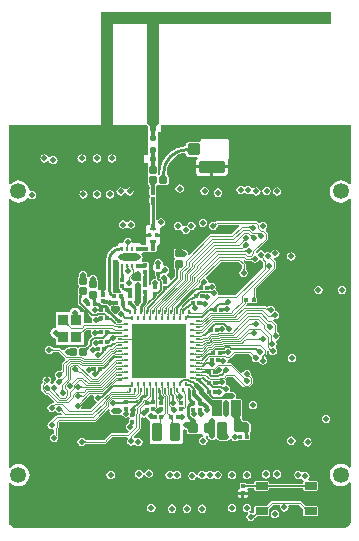
<source format=gtl>
G04*
G04 #@! TF.GenerationSoftware,Altium Limited,Altium NEXUS,5.1.2 (10)*
G04*
G04 Layer_Physical_Order=1*
G04 Layer_Color=255*
%FSLAX25Y25*%
%MOIN*%
G70*
G04*
G04 #@! TF.SameCoordinates,614915EC-EFCC-4F07-BEE6-519DBFB5DABB*
G04*
G04*
G04 #@! TF.FilePolarity,Positive*
G04*
G01*
G75*
G04:AMPARAMS|DCode=10|XSize=35.43mil|YSize=31.5mil|CornerRadius=3.15mil|HoleSize=0mil|Usage=FLASHONLY|Rotation=270.000|XOffset=0mil|YOffset=0mil|HoleType=Round|Shape=RoundedRectangle|*
%AMROUNDEDRECTD10*
21,1,0.03543,0.02520,0,0,270.0*
21,1,0.02913,0.03150,0,0,270.0*
1,1,0.00630,-0.01260,-0.01457*
1,1,0.00630,-0.01260,0.01457*
1,1,0.00630,0.01260,0.01457*
1,1,0.00630,0.01260,-0.01457*
%
%ADD10ROUNDEDRECTD10*%
G04:AMPARAMS|DCode=11|XSize=31.5mil|YSize=59.06mil|CornerRadius=3.15mil|HoleSize=0mil|Usage=FLASHONLY|Rotation=0.000|XOffset=0mil|YOffset=0mil|HoleType=Round|Shape=RoundedRectangle|*
%AMROUNDEDRECTD11*
21,1,0.03150,0.05276,0,0,0.0*
21,1,0.02520,0.05906,0,0,0.0*
1,1,0.00630,0.01260,-0.02638*
1,1,0.00630,-0.01260,-0.02638*
1,1,0.00630,-0.01260,0.02638*
1,1,0.00630,0.01260,0.02638*
%
%ADD11ROUNDEDRECTD11*%
G04:AMPARAMS|DCode=12|XSize=13.78mil|YSize=7.87mil|CornerRadius=0.98mil|HoleSize=0mil|Usage=FLASHONLY|Rotation=270.000|XOffset=0mil|YOffset=0mil|HoleType=Round|Shape=RoundedRectangle|*
%AMROUNDEDRECTD12*
21,1,0.01378,0.00591,0,0,270.0*
21,1,0.01181,0.00787,0,0,270.0*
1,1,0.00197,-0.00295,-0.00591*
1,1,0.00197,-0.00295,0.00591*
1,1,0.00197,0.00295,0.00591*
1,1,0.00197,0.00295,-0.00591*
%
%ADD12ROUNDEDRECTD12*%
%ADD13R,0.04724X0.02756*%
G04:AMPARAMS|DCode=14|XSize=41.34mil|YSize=25.59mil|CornerRadius=2.56mil|HoleSize=0mil|Usage=FLASHONLY|Rotation=0.000|XOffset=0mil|YOffset=0mil|HoleType=Round|Shape=RoundedRectangle|*
%AMROUNDEDRECTD14*
21,1,0.04134,0.02047,0,0,0.0*
21,1,0.03622,0.02559,0,0,0.0*
1,1,0.00512,0.01811,-0.01024*
1,1,0.00512,-0.01811,-0.01024*
1,1,0.00512,-0.01811,0.01024*
1,1,0.00512,0.01811,0.01024*
%
%ADD14ROUNDEDRECTD14*%
G04:AMPARAMS|DCode=15|XSize=23.62mil|YSize=23.62mil|CornerRadius=2.36mil|HoleSize=0mil|Usage=FLASHONLY|Rotation=90.000|XOffset=0mil|YOffset=0mil|HoleType=Round|Shape=RoundedRectangle|*
%AMROUNDEDRECTD15*
21,1,0.02362,0.01890,0,0,90.0*
21,1,0.01890,0.02362,0,0,90.0*
1,1,0.00472,0.00945,0.00945*
1,1,0.00472,0.00945,-0.00945*
1,1,0.00472,-0.00945,-0.00945*
1,1,0.00472,-0.00945,0.00945*
%
%ADD15ROUNDEDRECTD15*%
G04:AMPARAMS|DCode=18|XSize=41.34mil|YSize=39.37mil|CornerRadius=3.94mil|HoleSize=0mil|Usage=FLASHONLY|Rotation=180.000|XOffset=0mil|YOffset=0mil|HoleType=Round|Shape=RoundedRectangle|*
%AMROUNDEDRECTD18*
21,1,0.04134,0.03150,0,0,180.0*
21,1,0.03347,0.03937,0,0,180.0*
1,1,0.00787,-0.01673,0.01575*
1,1,0.00787,0.01673,0.01575*
1,1,0.00787,0.01673,-0.01575*
1,1,0.00787,-0.01673,-0.01575*
%
%ADD18ROUNDEDRECTD18*%
G04:AMPARAMS|DCode=19|XSize=86.61mil|YSize=41.34mil|CornerRadius=4.13mil|HoleSize=0mil|Usage=FLASHONLY|Rotation=180.000|XOffset=0mil|YOffset=0mil|HoleType=Round|Shape=RoundedRectangle|*
%AMROUNDEDRECTD19*
21,1,0.08661,0.03307,0,0,180.0*
21,1,0.07835,0.04134,0,0,180.0*
1,1,0.00827,-0.03917,0.01654*
1,1,0.00827,0.03917,0.01654*
1,1,0.00827,0.03917,-0.01654*
1,1,0.00827,-0.03917,-0.01654*
%
%ADD19ROUNDEDRECTD19*%
G04:AMPARAMS|DCode=20|XSize=31.5mil|YSize=55.12mil|CornerRadius=3.15mil|HoleSize=0mil|Usage=FLASHONLY|Rotation=0.000|XOffset=0mil|YOffset=0mil|HoleType=Round|Shape=RoundedRectangle|*
%AMROUNDEDRECTD20*
21,1,0.03150,0.04882,0,0,0.0*
21,1,0.02520,0.05512,0,0,0.0*
1,1,0.00630,0.01260,-0.02441*
1,1,0.00630,-0.01260,-0.02441*
1,1,0.00630,-0.01260,0.02441*
1,1,0.00630,0.01260,0.02441*
%
%ADD20ROUNDEDRECTD20*%
G04:AMPARAMS|DCode=21|XSize=12.6mil|YSize=14.57mil|CornerRadius=0.63mil|HoleSize=0mil|Usage=FLASHONLY|Rotation=90.000|XOffset=0mil|YOffset=0mil|HoleType=Round|Shape=RoundedRectangle|*
%AMROUNDEDRECTD21*
21,1,0.01260,0.01331,0,0,90.0*
21,1,0.01134,0.01457,0,0,90.0*
1,1,0.00126,0.00665,0.00567*
1,1,0.00126,0.00665,-0.00567*
1,1,0.00126,-0.00665,-0.00567*
1,1,0.00126,-0.00665,0.00567*
%
%ADD21ROUNDEDRECTD21*%
G04:AMPARAMS|DCode=22|XSize=19.68mil|YSize=19.68mil|CornerRadius=1.97mil|HoleSize=0mil|Usage=FLASHONLY|Rotation=270.000|XOffset=0mil|YOffset=0mil|HoleType=Round|Shape=RoundedRectangle|*
%AMROUNDEDRECTD22*
21,1,0.01968,0.01575,0,0,270.0*
21,1,0.01575,0.01968,0,0,270.0*
1,1,0.00394,-0.00787,-0.00787*
1,1,0.00394,-0.00787,0.00787*
1,1,0.00394,0.00787,0.00787*
1,1,0.00394,0.00787,-0.00787*
%
%ADD22ROUNDEDRECTD22*%
G04:AMPARAMS|DCode=24|XSize=15.75mil|YSize=7.87mil|CornerRadius=0.98mil|HoleSize=0mil|Usage=FLASHONLY|Rotation=90.000|XOffset=0mil|YOffset=0mil|HoleType=Round|Shape=RoundedRectangle|*
%AMROUNDEDRECTD24*
21,1,0.01575,0.00591,0,0,90.0*
21,1,0.01378,0.00787,0,0,90.0*
1,1,0.00197,0.00295,0.00689*
1,1,0.00197,0.00295,-0.00689*
1,1,0.00197,-0.00295,-0.00689*
1,1,0.00197,-0.00295,0.00689*
%
%ADD24ROUNDEDRECTD24*%
G04:AMPARAMS|DCode=25|XSize=19.68mil|YSize=9.84mil|CornerRadius=1.97mil|HoleSize=0mil|Usage=FLASHONLY|Rotation=180.000|XOffset=0mil|YOffset=0mil|HoleType=Round|Shape=RoundedRectangle|*
%AMROUNDEDRECTD25*
21,1,0.01968,0.00591,0,0,180.0*
21,1,0.01575,0.00984,0,0,180.0*
1,1,0.00394,-0.00787,0.00295*
1,1,0.00394,0.00787,0.00295*
1,1,0.00394,0.00787,-0.00295*
1,1,0.00394,-0.00787,-0.00295*
%
%ADD25ROUNDEDRECTD25*%
G04:AMPARAMS|DCode=26|XSize=33.47mil|YSize=31.5mil|CornerRadius=3.94mil|HoleSize=0mil|Usage=FLASHONLY|Rotation=270.000|XOffset=0mil|YOffset=0mil|HoleType=Round|Shape=RoundedRectangle|*
%AMROUNDEDRECTD26*
21,1,0.03347,0.02362,0,0,270.0*
21,1,0.02559,0.03150,0,0,270.0*
1,1,0.00787,-0.01181,-0.01280*
1,1,0.00787,-0.01181,0.01280*
1,1,0.00787,0.01181,0.01280*
1,1,0.00787,0.01181,-0.01280*
%
%ADD26ROUNDEDRECTD26*%
G04:AMPARAMS|DCode=28|XSize=12.6mil|YSize=14.57mil|CornerRadius=0.63mil|HoleSize=0mil|Usage=FLASHONLY|Rotation=180.000|XOffset=0mil|YOffset=0mil|HoleType=Round|Shape=RoundedRectangle|*
%AMROUNDEDRECTD28*
21,1,0.01260,0.01331,0,0,180.0*
21,1,0.01134,0.01457,0,0,180.0*
1,1,0.00126,-0.00567,0.00665*
1,1,0.00126,0.00567,0.00665*
1,1,0.00126,0.00567,-0.00665*
1,1,0.00126,-0.00567,-0.00665*
%
%ADD28ROUNDEDRECTD28*%
G04:AMPARAMS|DCode=29|XSize=12.6mil|YSize=13.39mil|CornerRadius=1.58mil|HoleSize=0mil|Usage=FLASHONLY|Rotation=90.000|XOffset=0mil|YOffset=0mil|HoleType=Round|Shape=RoundedRectangle|*
%AMROUNDEDRECTD29*
21,1,0.01260,0.01024,0,0,90.0*
21,1,0.00945,0.01339,0,0,90.0*
1,1,0.00315,0.00512,0.00472*
1,1,0.00315,0.00512,-0.00472*
1,1,0.00315,-0.00512,-0.00472*
1,1,0.00315,-0.00512,0.00472*
%
%ADD29ROUNDEDRECTD29*%
G04:AMPARAMS|DCode=30|XSize=12.6mil|YSize=13.39mil|CornerRadius=1.58mil|HoleSize=0mil|Usage=FLASHONLY|Rotation=180.000|XOffset=0mil|YOffset=0mil|HoleType=Round|Shape=RoundedRectangle|*
%AMROUNDEDRECTD30*
21,1,0.01260,0.01024,0,0,180.0*
21,1,0.00945,0.01339,0,0,180.0*
1,1,0.00315,-0.00472,0.00512*
1,1,0.00315,0.00472,0.00512*
1,1,0.00315,0.00472,-0.00512*
1,1,0.00315,-0.00472,-0.00512*
%
%ADD30ROUNDEDRECTD30*%
G04:AMPARAMS|DCode=31|XSize=23.62mil|YSize=23.62mil|CornerRadius=2.36mil|HoleSize=0mil|Usage=FLASHONLY|Rotation=0.000|XOffset=0mil|YOffset=0mil|HoleType=Round|Shape=RoundedRectangle|*
%AMROUNDEDRECTD31*
21,1,0.02362,0.01890,0,0,0.0*
21,1,0.01890,0.02362,0,0,0.0*
1,1,0.00472,0.00945,-0.00945*
1,1,0.00472,-0.00945,-0.00945*
1,1,0.00472,-0.00945,0.00945*
1,1,0.00472,0.00945,0.00945*
%
%ADD31ROUNDEDRECTD31*%
G04:AMPARAMS|DCode=32|XSize=19.68mil|YSize=19.68mil|CornerRadius=1.97mil|HoleSize=0mil|Usage=FLASHONLY|Rotation=180.000|XOffset=0mil|YOffset=0mil|HoleType=Round|Shape=RoundedRectangle|*
%AMROUNDEDRECTD32*
21,1,0.01968,0.01575,0,0,180.0*
21,1,0.01575,0.01968,0,0,180.0*
1,1,0.00394,-0.00787,0.00787*
1,1,0.00394,0.00787,0.00787*
1,1,0.00394,0.00787,-0.00787*
1,1,0.00394,-0.00787,-0.00787*
%
%ADD32ROUNDEDRECTD32*%
%ADD61C,0.00984*%
%ADD62C,0.01142*%
%ADD63C,0.00100*%
%ADD64R,0.03937X0.10236*%
%ADD65R,0.10236X0.03937*%
%ADD66R,0.01575X0.00984*%
%ADD67R,0.00984X0.01575*%
%ADD68R,0.18110X0.18110*%
%ADD69C,0.01000*%
G04:AMPARAMS|DCode=70|XSize=12.6mil|YSize=14.17mil|CornerRadius=1.58mil|HoleSize=0mil|Usage=FLASHONLY|Rotation=270.000|XOffset=0mil|YOffset=0mil|HoleType=Round|Shape=RoundedRectangle|*
%AMROUNDEDRECTD70*
21,1,0.01260,0.01102,0,0,270.0*
21,1,0.00945,0.01417,0,0,270.0*
1,1,0.00315,-0.00551,-0.00472*
1,1,0.00315,-0.00551,0.00472*
1,1,0.00315,0.00551,0.00472*
1,1,0.00315,0.00551,-0.00472*
%
%ADD70ROUNDEDRECTD70*%
G04:AMPARAMS|DCode=71|XSize=12.6mil|YSize=14.17mil|CornerRadius=1.58mil|HoleSize=0mil|Usage=FLASHONLY|Rotation=180.000|XOffset=0mil|YOffset=0mil|HoleType=Round|Shape=RoundedRectangle|*
%AMROUNDEDRECTD71*
21,1,0.01260,0.01102,0,0,180.0*
21,1,0.00945,0.01417,0,0,180.0*
1,1,0.00315,-0.00472,0.00551*
1,1,0.00315,0.00472,0.00551*
1,1,0.00315,0.00472,-0.00551*
1,1,0.00315,-0.00472,-0.00551*
%
%ADD71ROUNDEDRECTD71*%
%ADD72C,0.00394*%
%ADD73C,0.01000*%
%ADD74C,0.01181*%
%ADD75C,0.00591*%
%ADD76C,0.00787*%
%ADD77C,0.00799*%
%ADD78C,0.01968*%
%ADD79C,0.00327*%
%ADD80C,0.00500*%
%ADD81C,0.00354*%
%ADD82C,0.00669*%
%ADD83C,0.03937*%
%ADD84C,0.00709*%
%ADD85C,0.01575*%
%ADD86C,0.00945*%
%ADD87R,0.01968X0.05315*%
%ADD88R,0.01772X0.03347*%
%ADD89C,0.05315*%
%ADD90C,0.01968*%
G36*
X109602Y169853D02*
X52131Y169853D01*
X52131Y137146D01*
X52067D01*
Y137106D01*
X51083Y135827D01*
X49114D01*
X48130Y137106D01*
Y137205D01*
X48131D01*
X48131Y169853D01*
X36831Y169853D01*
X36831Y137146D01*
X34831D01*
X32831Y137146D01*
X32831Y173865D01*
X109602Y173865D01*
Y169853D01*
D02*
G37*
G36*
X50671Y134110D02*
X51027D01*
X50959Y134072D01*
X50898Y134015D01*
X50845Y133940D01*
X50798Y133847D01*
X50759Y133736D01*
X50727Y133607D01*
X50719Y133563D01*
X50727Y133519D01*
X50759Y133390D01*
X50798Y133279D01*
X50845Y133186D01*
X50898Y133111D01*
X50959Y133054D01*
X51027Y133016D01*
X50673D01*
X50669Y132910D01*
X49528D01*
X49526Y133016D01*
X49169D01*
X49238Y133054D01*
X49298Y133111D01*
X49352Y133186D01*
X49399Y133279D01*
X49438Y133390D01*
X49470Y133519D01*
X49478Y133563D01*
X49470Y133607D01*
X49438Y133736D01*
X49399Y133847D01*
X49352Y133940D01*
X49298Y134015D01*
X49238Y134072D01*
X49169Y134110D01*
X49524D01*
X49528Y134216D01*
X50669D01*
X50671Y134110D01*
D02*
G37*
G36*
X61729Y127008D02*
X61728Y127116D01*
X61711Y127373D01*
X61700Y127436D01*
X61688Y127487D01*
X61673Y127527D01*
X61656Y127556D01*
X61636Y127573D01*
X61614Y127579D01*
Y128720D01*
X61636Y128726D01*
X61656Y128743D01*
X61673Y128772D01*
X61688Y128812D01*
X61700Y128863D01*
X61711Y128926D01*
X61719Y129000D01*
X61728Y129183D01*
X61729Y129291D01*
Y127008D01*
D02*
G37*
G36*
X50959Y127182D02*
X50898Y127125D01*
X50845Y127050D01*
X50798Y126957D01*
X50759Y126847D01*
X50727Y126717D01*
X50702Y126575D01*
X50727Y126432D01*
X50759Y126303D01*
X50798Y126192D01*
X50845Y126099D01*
X50898Y126024D01*
X50959Y125968D01*
X51027Y125929D01*
X49169D01*
X49238Y125968D01*
X49298Y126024D01*
X49352Y126099D01*
X49399Y126192D01*
X49438Y126303D01*
X49470Y126432D01*
X49495Y126575D01*
X49470Y126717D01*
X49438Y126847D01*
X49399Y126957D01*
X49352Y127050D01*
X49298Y127125D01*
X49238Y127182D01*
X49169Y127221D01*
X51027D01*
X50959Y127182D01*
D02*
G37*
G36*
X116103Y116702D02*
X115603Y116532D01*
X115412Y116782D01*
X114648Y117368D01*
X113758Y117737D01*
X112803Y117862D01*
X111848Y117737D01*
X110959Y117368D01*
X110195Y116782D01*
X109608Y116018D01*
X109240Y115128D01*
X109114Y114173D01*
X109240Y113218D01*
X109608Y112329D01*
X110195Y111565D01*
X110959Y110978D01*
X111848Y110610D01*
X112803Y110484D01*
X113758Y110610D01*
X114648Y110978D01*
X115412Y111565D01*
X115603Y111814D01*
X116103Y111645D01*
Y22214D01*
X115603Y22044D01*
X115412Y22294D01*
X114648Y22880D01*
X113758Y23248D01*
X112803Y23374D01*
X111848Y23248D01*
X110959Y22880D01*
X110195Y22294D01*
X109608Y21530D01*
X109240Y20640D01*
X109114Y19685D01*
X109240Y18730D01*
X109608Y17841D01*
X110195Y17076D01*
X110959Y16490D01*
X111848Y16122D01*
X112803Y15996D01*
X113758Y16122D01*
X114648Y16490D01*
X115412Y17076D01*
X115603Y17326D01*
X116103Y17156D01*
Y4724D01*
X116103Y4724D01*
X116103Y4724D01*
X116103Y4457D01*
X115999Y3932D01*
X115794Y3437D01*
X115497Y2992D01*
X115118Y2614D01*
X114673Y2316D01*
X114179Y2111D01*
X113654Y2007D01*
X113386Y2007D01*
X113386Y2007D01*
X113386Y2007D01*
X4724D01*
X4724Y2007D01*
X4724Y2007D01*
X4457Y2007D01*
X3932Y2111D01*
X3437Y2316D01*
X2992Y2614D01*
X2614Y2992D01*
X2316Y3437D01*
X2111Y3932D01*
X2007Y4457D01*
X2007Y4724D01*
Y17156D01*
X2507Y17326D01*
X2698Y17076D01*
X3463Y16490D01*
X4352Y16122D01*
X5307Y15996D01*
X6262Y16122D01*
X7152Y16490D01*
X7915Y17076D01*
X8502Y17841D01*
X8870Y18730D01*
X8996Y19685D01*
X8870Y20640D01*
X8502Y21530D01*
X7915Y22294D01*
X7152Y22880D01*
X6262Y23248D01*
X5307Y23374D01*
X4352Y23248D01*
X3463Y22880D01*
X2698Y22294D01*
X2507Y22044D01*
X2007Y22214D01*
Y111644D01*
X2507Y111814D01*
X2698Y111565D01*
X3463Y110978D01*
X4352Y110610D01*
X5307Y110484D01*
X6262Y110610D01*
X7152Y110978D01*
X7915Y111565D01*
X8233Y111979D01*
X8808Y112019D01*
X9264Y111715D01*
X9801Y111608D01*
X10339Y111715D01*
X10795Y112019D01*
X11099Y112475D01*
X11206Y113013D01*
X11099Y113550D01*
X10795Y114006D01*
X10339Y114311D01*
X9801Y114418D01*
X9477Y114353D01*
X8995Y114613D01*
X8928Y114688D01*
X8870Y115128D01*
X8502Y116018D01*
X7915Y116782D01*
X7152Y117368D01*
X6262Y117737D01*
X5307Y117862D01*
X4352Y117737D01*
X3463Y117368D01*
X2698Y116782D01*
X2507Y116532D01*
X2007Y116702D01*
Y136221D01*
X48129D01*
X48425Y135835D01*
Y126181D01*
X47244D01*
Y123819D01*
X48425D01*
Y122514D01*
X48403Y122402D01*
Y120512D01*
X48425Y120400D01*
Y118970D01*
X48403Y118858D01*
Y116969D01*
X48460Y116681D01*
X48470Y116666D01*
X48467Y116630D01*
X48550Y116532D01*
X48599Y116414D01*
X48680Y116381D01*
X48736Y116315D01*
X48801Y116282D01*
X48823Y116265D01*
X48845Y116243D01*
X48870Y116209D01*
X48897Y116157D01*
X48924Y116086D01*
X48949Y115992D01*
X48969Y115877D01*
X48982Y115741D01*
X48986Y115576D01*
X48986Y115375D01*
X48978Y114509D01*
X48977Y114488D01*
X48983Y114470D01*
X48982Y114462D01*
X48973Y114442D01*
X48976Y114435D01*
X48956Y114331D01*
Y113228D01*
X49007Y112972D01*
X49152Y112754D01*
Y112639D01*
X49007Y112422D01*
X48956Y112165D01*
Y111063D01*
X48976Y110959D01*
X48973Y110952D01*
X48975Y110949D01*
X48974Y110945D01*
X48986Y109799D01*
X49007Y109751D01*
Y103275D01*
X48987Y103232D01*
X48984Y103149D01*
X48840Y103149D01*
X48334Y102940D01*
X47946Y102552D01*
X47736Y102046D01*
Y97167D01*
X47921Y96722D01*
X47819Y96452D01*
X47678Y96222D01*
X47382D01*
X47278Y96201D01*
X47271Y96204D01*
X47267Y96202D01*
X47264Y96204D01*
X46652Y96197D01*
X46260Y96535D01*
X46200Y96680D01*
X46089Y96790D01*
X45944Y96850D01*
X43385D01*
X43067Y97237D01*
X43070Y97247D01*
X42963Y97785D01*
X42658Y98241D01*
X42202Y98545D01*
X41665Y98652D01*
X41127Y98545D01*
X40671Y98241D01*
X40367Y97785D01*
X40260Y97247D01*
X40262Y97237D01*
X39944Y96850D01*
X38701D01*
X38557Y96790D01*
X38446Y96680D01*
X38386Y96535D01*
Y96049D01*
X38187Y96023D01*
X36993Y95529D01*
X35967Y94742D01*
X35180Y93716D01*
X34685Y92522D01*
X34517Y91240D01*
X34538D01*
Y81920D01*
X34038Y81534D01*
X33965Y81549D01*
Y80571D01*
X33980Y80544D01*
X34012Y80508D01*
X34048Y80485D01*
X33965D01*
Y79823D01*
X32965D01*
Y80485D01*
X32881D01*
X32917Y80508D01*
X32949Y80544D01*
X32965Y80571D01*
Y81549D01*
X32541Y81464D01*
X32227Y81255D01*
X31995Y81195D01*
X31791Y81323D01*
X31715Y81859D01*
X31718Y81874D01*
X31853Y82077D01*
X31902Y82323D01*
Y84213D01*
X31853Y84458D01*
X31833Y84488D01*
X31835Y84520D01*
X31771Y84594D01*
X31733Y84685D01*
X31668Y84712D01*
X31621Y84766D01*
X31586Y84783D01*
X31582Y84786D01*
X31578Y84790D01*
X31573Y84796D01*
X31566Y84808D01*
X31556Y84831D01*
X31546Y84864D01*
X31537Y84911D01*
X31531Y84969D01*
X31528Y85053D01*
X31514Y85085D01*
X31416Y85577D01*
X31112Y86033D01*
X30656Y86337D01*
X30118Y86444D01*
X29581Y86337D01*
X29125Y86033D01*
X28829Y85591D01*
X28765Y85580D01*
X28305Y85653D01*
X28236Y85754D01*
X28223Y85786D01*
X28223Y85788D01*
X28220Y85798D01*
X28219Y85805D01*
X28213Y85817D01*
X28213Y85817D01*
X28207Y85842D01*
X28201Y85878D01*
X28183Y86124D01*
X28182Y86225D01*
X28170Y86253D01*
X28070Y86758D01*
X27765Y87214D01*
X27309Y87519D01*
X26772Y87625D01*
X26234Y87519D01*
X25778Y87214D01*
X25474Y86758D01*
X25373Y86253D01*
X25361Y86225D01*
X25360Y86120D01*
X25351Y85945D01*
X25344Y85887D01*
X25337Y85842D01*
X25331Y85817D01*
X25330Y85817D01*
X25324Y85805D01*
X25324Y85798D01*
X25320Y85788D01*
X25321Y85786D01*
X25307Y85754D01*
X25238Y85653D01*
X25239Y85648D01*
X25233Y85640D01*
X25185Y85394D01*
Y83504D01*
X25233Y83258D01*
X25373Y83050D01*
X25564Y82922D01*
X25573Y82677D01*
X25564Y82432D01*
X25373Y82305D01*
X25233Y82096D01*
X25185Y81850D01*
Y80140D01*
X25181Y80124D01*
X25181Y80124D01*
Y79533D01*
X25166Y79301D01*
X25170Y79288D01*
X25165Y79275D01*
X25164Y79148D01*
X25181Y79107D01*
Y79087D01*
X25175Y79057D01*
X25175Y79057D01*
Y76969D01*
X25175Y76968D01*
X25237Y76659D01*
X25412Y76397D01*
X29288Y72521D01*
X29288Y72521D01*
X29507Y72374D01*
X29585Y72288D01*
X29586Y72285D01*
X29780Y71797D01*
X29697Y71382D01*
X29804Y70844D01*
X29850Y70776D01*
X29583Y70276D01*
X27165D01*
Y73700D01*
X27105Y73845D01*
X26995Y73956D01*
X26850Y74016D01*
X25941D01*
X25881Y74313D01*
X25490Y74899D01*
X24904Y75291D01*
X24213Y75428D01*
X23521Y75291D01*
X22935Y74899D01*
X22544Y74313D01*
X22485Y74016D01*
X18032D01*
X17887Y73956D01*
X17799Y73868D01*
X17861Y73806D01*
X17814Y73756D01*
X17774Y73706D01*
X17740Y73655D01*
X17717Y73611D01*
Y68735D01*
X17025Y68598D01*
X16439Y68206D01*
X16048Y67620D01*
X15910Y66929D01*
X16048Y66238D01*
X16439Y65652D01*
X17025Y65260D01*
X17717Y65123D01*
Y63307D01*
X17776Y63163D01*
X17887Y63052D01*
X18032Y62992D01*
X26850D01*
X26995Y63052D01*
X27105Y63163D01*
X27165Y63307D01*
Y67403D01*
X27872Y68110D01*
X29376D01*
X29564Y67758D01*
X29597Y67610D01*
X29501Y67126D01*
X29607Y66588D01*
X29675Y66488D01*
X29819Y66021D01*
X29603Y65763D01*
X28830Y64990D01*
X28656Y64730D01*
X28595Y64423D01*
Y63397D01*
X28095Y62897D01*
X28057Y62883D01*
X27738Y62586D01*
X27616Y62486D01*
X27514Y62414D01*
X27320D01*
X27307Y62422D01*
X27270Y62414D01*
X27270D01*
X27235Y62428D01*
X27199Y62414D01*
X26024D01*
X25778Y62365D01*
X25569Y62226D01*
X25442Y62034D01*
X25197Y62026D01*
X24952Y62034D01*
X24824Y62226D01*
X24616Y62365D01*
X24370Y62414D01*
X22480D01*
X22234Y62365D01*
X22203Y62344D01*
X22170Y62346D01*
X22097Y62282D01*
X22007Y62245D01*
X21980Y62178D01*
X21926Y62130D01*
X21907Y62092D01*
X21902Y62084D01*
X21897Y62079D01*
X21893Y62075D01*
X21885Y62070D01*
X21870Y62063D01*
X21847Y62055D01*
X21814Y62048D01*
X21770Y62043D01*
X21699Y62040D01*
X21667Y62025D01*
X21178Y61928D01*
X20722Y61623D01*
X20511Y61308D01*
X20043Y61191D01*
X19914Y61199D01*
X19269Y61844D01*
X18843Y62020D01*
X16860D01*
X16857Y62022D01*
X16845Y62031D01*
X16831Y62043D01*
X16814Y62063D01*
X16794Y62089D01*
X16764Y62136D01*
X16724Y62165D01*
X16705Y62211D01*
X16668Y62226D01*
X16545Y62411D01*
X16089Y62715D01*
X15551Y62822D01*
X15013Y62715D01*
X14558Y62411D01*
X14253Y61955D01*
X14146Y61417D01*
X14253Y60880D01*
X14558Y60424D01*
X15013Y60119D01*
X15551Y60012D01*
X16089Y60119D01*
X16545Y60424D01*
X16668Y60609D01*
X16705Y60624D01*
X16724Y60670D01*
X16764Y60698D01*
X16794Y60746D01*
X16814Y60772D01*
X16831Y60791D01*
X16845Y60804D01*
X16857Y60812D01*
X16860Y60814D01*
X18593D01*
X20678Y58729D01*
X20730Y58707D01*
X20848Y58118D01*
X19849Y57119D01*
X19673Y56693D01*
Y54772D01*
X19584Y54653D01*
X19298Y54403D01*
X19249Y54395D01*
X19203Y54414D01*
X19167Y54398D01*
X18949Y54442D01*
X18411Y54335D01*
X17955Y54030D01*
X17651Y53575D01*
X17544Y53037D01*
X17651Y52499D01*
X17768Y52323D01*
X17707Y51681D01*
X17403Y51225D01*
X17296Y50688D01*
X17296Y50688D01*
Y50687D01*
X16893Y50152D01*
X16718Y50117D01*
X16385Y49894D01*
X16061Y50005D01*
X15934Y50534D01*
X16004Y50639D01*
X16111Y51177D01*
X16004Y51714D01*
X15700Y52170D01*
X15244Y52475D01*
X14706Y52582D01*
X14169Y52475D01*
X13713Y52170D01*
X13408Y51714D01*
X13301Y51177D01*
X13399Y50686D01*
X13398Y50679D01*
X13402Y50673D01*
X13408Y50639D01*
X13424Y50616D01*
X13424Y50590D01*
X13443Y50544D01*
X13450Y50523D01*
X12926Y49999D01*
X12749Y49573D01*
Y48180D01*
X12926Y47754D01*
X14059Y46621D01*
X14486Y46444D01*
X14908D01*
X17084Y44268D01*
X17022Y43842D01*
X16850Y43663D01*
X16593Y43503D01*
X16556Y43488D01*
X16339Y43531D01*
X15801Y43424D01*
X15345Y43119D01*
X15041Y42664D01*
X14934Y42126D01*
X15041Y41588D01*
X15345Y41133D01*
X15801Y40828D01*
X16339Y40721D01*
X16876Y40828D01*
X17162Y41019D01*
X17383Y41108D01*
X17787Y40914D01*
X17904Y40739D01*
X18360Y40434D01*
X18898Y40327D01*
X19401Y40427D01*
X19404Y40427D01*
X19407Y40429D01*
X19435Y40434D01*
X19463Y40453D01*
X19490Y40453D01*
X19519Y40465D01*
X19907Y40077D01*
X19716Y39616D01*
X18110D01*
X17658Y39428D01*
X16145Y37915D01*
X16024Y37624D01*
X16002Y37615D01*
X15955Y37599D01*
X15916Y37566D01*
X15903Y37564D01*
X15864Y37557D01*
X15863Y37556D01*
X15832Y37549D01*
X15376Y37245D01*
X15071Y36789D01*
X14965Y36251D01*
X15071Y35714D01*
X15376Y35258D01*
X15832Y34953D01*
X16369Y34846D01*
X16577Y34888D01*
X17077Y34512D01*
Y33468D01*
X17046Y33438D01*
X17016Y33413D01*
X16687Y33348D01*
X16231Y33043D01*
X15927Y32587D01*
X15820Y32050D01*
X15927Y31512D01*
X16231Y31056D01*
X16687Y30752D01*
X17225Y30645D01*
X17762Y30752D01*
X18218Y31056D01*
X18523Y31512D01*
X18630Y32050D01*
X18523Y32587D01*
X18455Y32688D01*
X18457Y32714D01*
X18418Y32760D01*
X18406Y32820D01*
X18337Y32923D01*
X18356Y32968D01*
Y35107D01*
X18562Y35313D01*
X18749Y35765D01*
Y37137D01*
X18966Y37353D01*
X30709D01*
X31161Y37540D01*
X35258Y41637D01*
X35685Y41357D01*
X35603Y40945D01*
X35710Y40407D01*
X36014Y39951D01*
X36470Y39647D01*
X37008Y39540D01*
X38976D01*
X39514Y39647D01*
X40090Y39431D01*
X40263Y39173D01*
X40718Y38868D01*
X41256Y38762D01*
X41794Y38868D01*
X41798Y38871D01*
X42359Y38708D01*
X42388Y38583D01*
X42299Y38198D01*
X42238Y38051D01*
Y37150D01*
X41991Y37101D01*
X41535Y36797D01*
X41231Y36341D01*
X41124Y35803D01*
X41231Y35265D01*
X41535Y34810D01*
X41848Y34601D01*
X41989Y34035D01*
X41467Y33513D01*
X36220D01*
X35768Y33326D01*
X33790Y31348D01*
X27657D01*
X27657Y31348D01*
X27649Y31354D01*
X27639Y31361D01*
X27628Y31373D01*
X27615Y31391D01*
X27590Y31430D01*
X27550Y31457D01*
X27532Y31502D01*
X27495Y31517D01*
X27371Y31702D01*
X26916Y32007D01*
X26378Y32114D01*
X25840Y32007D01*
X25385Y31702D01*
X25080Y31246D01*
X24973Y30709D01*
X25080Y30171D01*
X25385Y29715D01*
X25840Y29411D01*
X26378Y29304D01*
X26916Y29411D01*
X27371Y29715D01*
X27495Y29900D01*
X27532Y29915D01*
X27550Y29960D01*
X27590Y29988D01*
X27615Y30027D01*
X27628Y30044D01*
X27639Y30056D01*
X27649Y30064D01*
X27657Y30069D01*
X27657Y30070D01*
X34055D01*
X34507Y30257D01*
X36485Y32235D01*
X41589D01*
X41594Y32230D01*
X41830Y31798D01*
X41836Y31773D01*
X41615Y31443D01*
X41508Y30906D01*
X41615Y30368D01*
X41920Y29912D01*
X42376Y29607D01*
X42913Y29501D01*
X43451Y29607D01*
X43652Y29741D01*
X44274Y29711D01*
X44729Y29406D01*
X45267Y29299D01*
X45805Y29406D01*
X46260Y29711D01*
X46565Y30167D01*
X46672Y30704D01*
X46565Y31242D01*
X46260Y31698D01*
X45805Y32002D01*
X45267Y32109D01*
X44729Y32002D01*
X44529Y31868D01*
X43907Y31899D01*
X43759Y31998D01*
X43693Y32300D01*
X43688Y32388D01*
X43721Y32554D01*
X43737Y32596D01*
X45924Y34784D01*
X46112Y35236D01*
Y38763D01*
X46612Y39030D01*
X46759Y38932D01*
X47297Y38825D01*
X47834Y38932D01*
X48167Y38553D01*
X48416Y38180D01*
X48872Y37875D01*
X49016Y37677D01*
Y30433D01*
X49076Y30289D01*
X49186Y30178D01*
X49331Y30118D01*
X59724D01*
X59869Y30178D01*
X59979Y30289D01*
X60039Y30433D01*
Y34735D01*
X60539Y35002D01*
X60732Y34873D01*
X61198Y34781D01*
X61233Y34762D01*
X61302Y34756D01*
X61315Y34753D01*
X61317Y34752D01*
X61321Y34747D01*
X61335Y34728D01*
X61355Y34684D01*
X61376Y34611D01*
X61393Y34508D01*
X61402Y34381D01*
Y34304D01*
X61401Y34205D01*
X61402Y34204D01*
Y34154D01*
X61463Y33846D01*
X61637Y33586D01*
X61897Y33412D01*
X62205Y33351D01*
X64567D01*
X65059Y33268D01*
Y33268D01*
X65059Y33268D01*
X66583D01*
X66922Y32932D01*
X66771Y32476D01*
X66391Y32400D01*
X65936Y32096D01*
X65631Y31640D01*
X65524Y31102D01*
X65631Y30565D01*
X65936Y30109D01*
X66391Y29804D01*
X66929Y29697D01*
X67467Y29804D01*
X67923Y30109D01*
X68227Y30565D01*
X68334Y31102D01*
X68227Y31640D01*
X67923Y32096D01*
X67718Y32232D01*
X67870Y32732D01*
X68432D01*
X68477Y32677D01*
X68584Y32140D01*
X68888Y31684D01*
X69344Y31379D01*
X69882Y31272D01*
X70420Y31379D01*
X70839Y31659D01*
X70916Y31681D01*
X71311Y31650D01*
X71425Y31606D01*
X71802Y31229D01*
X72344Y31004D01*
X72638Y31004D01*
X74606D01*
X74900Y31004D01*
X75443Y31229D01*
X75753Y31538D01*
X76213Y31567D01*
X76355Y31537D01*
X76459Y31381D01*
X76915Y31076D01*
X77453Y30969D01*
X77990Y31076D01*
X78383Y31338D01*
X78681Y31214D01*
X79783D01*
X79931Y31275D01*
X80315Y31364D01*
X80699Y31275D01*
X80847Y31214D01*
X81949D01*
X82371Y31389D01*
X82545Y31811D01*
Y32756D01*
X82464Y32953D01*
X82468Y32992D01*
X82378Y33230D01*
X82437Y33657D01*
X82455Y33698D01*
X82597Y33911D01*
X82704Y34449D01*
Y36417D01*
X82597Y36955D01*
X82293Y37411D01*
X81837Y37715D01*
X81299Y37822D01*
X80832Y37729D01*
X80201D01*
X80157Y37770D01*
X80044Y37902D01*
X79945Y38047D01*
X79860Y38207D01*
X79790Y38383D01*
X79734Y38576D01*
X79693Y38788D01*
X79683Y38871D01*
X79691Y39114D01*
X79700Y39203D01*
X79704Y39230D01*
X79705Y39235D01*
X79705Y39239D01*
X79709Y39266D01*
X79701Y39300D01*
X79707Y39329D01*
X79727Y39383D01*
X79720Y39398D01*
X79738Y39488D01*
Y44370D01*
X79683Y44647D01*
X79527Y44881D01*
X79292Y45038D01*
X79016Y45093D01*
X77907D01*
X77789Y45313D01*
X77689Y45593D01*
X77783Y46063D01*
X77676Y46601D01*
X77371Y47056D01*
X76916Y47361D01*
X76378Y47468D01*
X75936D01*
X75692Y47968D01*
X75783Y48425D01*
X75676Y48963D01*
X75371Y49418D01*
X74916Y49723D01*
X74849Y49736D01*
X74427Y49985D01*
X74534Y50523D01*
X74427Y51060D01*
X74335Y51199D01*
X74274Y51691D01*
X74436Y51879D01*
X74871Y52314D01*
X76963D01*
X80252Y49024D01*
X80704Y48837D01*
X81954D01*
X82406Y49024D01*
X83289Y49908D01*
X83476Y50360D01*
Y51839D01*
X83289Y52291D01*
X82686Y52894D01*
X82686Y52894D01*
X82684Y52904D01*
X82683Y52916D01*
X82683Y52932D01*
X82686Y52954D01*
X82696Y53000D01*
X82687Y53047D01*
X82706Y53092D01*
X82691Y53128D01*
X82734Y53347D01*
X82627Y53884D01*
X82323Y54340D01*
X81867Y54645D01*
X81329Y54751D01*
X80791Y54645D01*
X80336Y54340D01*
X80031Y53884D01*
X79490Y53727D01*
X76466Y56751D01*
X76014Y56938D01*
X75394D01*
X75306Y56902D01*
X75250D01*
X74952Y57402D01*
X75027Y57778D01*
X74993Y57949D01*
X75386Y58449D01*
X75624D01*
X76076Y58637D01*
X77430Y59991D01*
X82210D01*
X83090Y59111D01*
X83090Y59111D01*
X83092Y59101D01*
X83093Y59088D01*
X83093Y59072D01*
X83090Y59050D01*
X83080Y59005D01*
X83088Y58957D01*
X83070Y58913D01*
X83085Y58876D01*
X83042Y58658D01*
X83149Y58120D01*
X83453Y57665D01*
X83909Y57360D01*
X84447Y57253D01*
X84984Y57360D01*
X84993Y57366D01*
X85520Y57282D01*
X85575Y57199D01*
X85825Y56826D01*
X86280Y56521D01*
X86818Y56414D01*
X87356Y56521D01*
X87811Y56826D01*
X88116Y57282D01*
X88223Y57819D01*
X88116Y58357D01*
X87811Y58813D01*
X87653Y58919D01*
X87622Y59041D01*
X87594Y59260D01*
X87616Y59432D01*
X87639Y59509D01*
X87839Y59708D01*
X88026Y60160D01*
Y60793D01*
X88304Y61050D01*
X88526Y61096D01*
X88749Y60926D01*
X88771Y60881D01*
X88766Y60831D01*
X88789Y60802D01*
X88859Y60450D01*
X89164Y59994D01*
X89620Y59689D01*
X90158Y59583D01*
X90695Y59689D01*
X91151Y59994D01*
X91456Y60450D01*
X91562Y60988D01*
X91456Y61525D01*
X91186Y61928D01*
X91150Y62005D01*
X91117Y62605D01*
X91274Y62840D01*
X91381Y63378D01*
X91274Y63915D01*
X91175Y64063D01*
X91405Y64619D01*
X91535Y64644D01*
X91990Y64949D01*
X92295Y65405D01*
X92402Y65942D01*
X92295Y66480D01*
X91990Y66936D01*
X91768Y67084D01*
X91751Y67122D01*
X91706Y67139D01*
X91677Y67178D01*
X91638Y67201D01*
X91622Y67213D01*
X91611Y67222D01*
X91605Y67229D01*
X91603Y67232D01*
Y69524D01*
X91415Y69975D01*
X90176Y71215D01*
X90459Y71639D01*
X90874Y71556D01*
X91412Y71663D01*
X91868Y71968D01*
X92172Y72423D01*
X92279Y72961D01*
X92172Y73499D01*
X91868Y73954D01*
X91412Y74259D01*
X91186Y74304D01*
X90777Y74801D01*
X90765Y74854D01*
X90668Y75341D01*
X90364Y75797D01*
X89908Y76101D01*
X89370Y76208D01*
X88832Y76101D01*
X88462Y75854D01*
X88441Y75850D01*
X88102Y75815D01*
X87911Y75827D01*
X87893Y75846D01*
X87441Y76033D01*
X81330D01*
X81139Y76495D01*
X81321Y76677D01*
X81406Y76884D01*
X81811D01*
X82222Y77054D01*
X82248Y77059D01*
X82713D01*
X82739Y77054D01*
X83150Y76884D01*
X84173D01*
X84595Y77059D01*
X84770Y77480D01*
Y78425D01*
X84595Y78847D01*
X84355Y78947D01*
Y81695D01*
X86200Y83539D01*
X91002Y88341D01*
X91189Y88793D01*
Y90633D01*
X91002Y91085D01*
X90393Y91694D01*
X90639Y92155D01*
X90920Y92099D01*
X91457Y92206D01*
X91913Y92510D01*
X92218Y92966D01*
X92325Y93504D01*
X92218Y94042D01*
X91913Y94497D01*
X91457Y94802D01*
X90920Y94909D01*
X90382Y94802D01*
X89926Y94497D01*
X89622Y94042D01*
X89067Y93817D01*
X88953Y93893D01*
X88416Y94000D01*
X87878Y93893D01*
X87506Y93644D01*
X87416Y93681D01*
X87112Y94137D01*
X86656Y94442D01*
X86118Y94549D01*
X85580Y94442D01*
X85125Y94137D01*
X84820Y93681D01*
X84764Y93660D01*
X84399Y93870D01*
X84349Y94075D01*
X88247Y97973D01*
X88434Y98425D01*
Y99410D01*
X88434Y99410D01*
Y100062D01*
X88247Y100514D01*
X87682Y101079D01*
X87745Y101723D01*
X87805Y101762D01*
X88109Y102218D01*
X88216Y102756D01*
X88109Y103294D01*
X87805Y103749D01*
X87349Y104054D01*
X86811Y104161D01*
X86273Y104054D01*
X85818Y103749D01*
X85442Y103712D01*
X84963Y104192D01*
X84511Y104379D01*
X71504D01*
X71052Y104192D01*
X70882Y104023D01*
X70853Y104035D01*
X70826Y104036D01*
X70798Y104054D01*
X70770Y104060D01*
X70767Y104061D01*
X70764Y104061D01*
X70261Y104161D01*
X69723Y104054D01*
X69267Y103749D01*
X68963Y103294D01*
X68856Y102756D01*
X68963Y102218D01*
X69267Y101762D01*
X69723Y101458D01*
X70261Y101351D01*
X70798Y101458D01*
X71254Y101762D01*
X71559Y102218D01*
X71666Y102756D01*
X71907Y102994D01*
X72081Y103101D01*
X78852D01*
X79059Y102601D01*
X76310Y99852D01*
X69291D01*
X68839Y99665D01*
X62233Y93058D01*
X61772Y93304D01*
X61773Y93312D01*
X61667Y93850D01*
X61362Y94305D01*
X60906Y94610D01*
X60416Y94707D01*
X60384Y94722D01*
X60314Y94725D01*
X60269Y94730D01*
X60236Y94737D01*
X60213Y94745D01*
X60199Y94751D01*
X60191Y94756D01*
X60187Y94760D01*
X60183Y94764D01*
X60179Y94771D01*
X60161Y94807D01*
X60107Y94855D01*
X60079Y94922D01*
X59989Y94959D01*
X59917Y95023D01*
X59883Y95021D01*
X59852Y95042D01*
X59606Y95091D01*
X57717D01*
X57471Y95042D01*
X57262Y94903D01*
X57123Y94695D01*
X57074Y94449D01*
Y92559D01*
X57123Y92313D01*
X57262Y92105D01*
X57454Y91977D01*
X57462Y91732D01*
X57454Y91487D01*
X57262Y91360D01*
X57123Y91151D01*
X57074Y90905D01*
Y89016D01*
X57123Y88770D01*
X57140Y88745D01*
X57138Y88719D01*
X57199Y88645D01*
X57232Y88555D01*
X57299Y88524D01*
X57345Y88468D01*
X57370Y88455D01*
X57370Y88454D01*
X57380Y88438D01*
X57395Y88405D01*
X57412Y88354D01*
X57427Y88284D01*
X57440Y88197D01*
X57447Y88093D01*
X57451Y87964D01*
X57467Y87926D01*
Y85760D01*
X56229Y84521D01*
X56135Y84560D01*
X55773Y84772D01*
X55697Y85156D01*
X55441Y85539D01*
X55302Y85632D01*
X55235Y85971D01*
X54930Y86426D01*
X55050Y86947D01*
X55127Y86999D01*
X55432Y87454D01*
X55539Y87992D01*
X55432Y88530D01*
X55127Y88986D01*
X54672Y89290D01*
X54134Y89397D01*
X54084Y89387D01*
X53549Y89791D01*
X53531Y89881D01*
X53337Y90171D01*
X53373Y90354D01*
X53267Y90892D01*
X52962Y91348D01*
X52506Y91652D01*
X51968Y91759D01*
X51431Y91652D01*
X50975Y91348D01*
X50670Y90892D01*
X50564Y90354D01*
X50600Y90171D01*
X50406Y89881D01*
X50316Y89429D01*
Y88327D01*
X50406Y87875D01*
X50662Y87492D01*
X50922Y87318D01*
X50899Y87264D01*
Y86161D01*
X50973Y85983D01*
X50969Y85957D01*
X51006Y85904D01*
X51074Y85740D01*
X51101Y85728D01*
X51107Y85709D01*
X51116Y85655D01*
X51131Y85463D01*
X50994Y85110D01*
X50719Y84944D01*
X50409Y84883D01*
X49953Y84578D01*
X49649Y84122D01*
X49542Y83585D01*
X49603Y83276D01*
X49314Y82836D01*
X49171Y82833D01*
X48814Y83184D01*
Y83520D01*
X48752Y83669D01*
X48720Y84202D01*
Y84306D01*
X48722Y84323D01*
X48725Y84338D01*
X48724Y84342D01*
X48725Y84346D01*
X48720Y84361D01*
Y84364D01*
X48735Y84435D01*
X48743Y84456D01*
X48740Y84463D01*
X48761Y84567D01*
Y85512D01*
X48740Y85616D01*
X48743Y85623D01*
X48739Y85633D01*
X48743Y85643D01*
X48720Y86251D01*
Y86470D01*
X48722Y86502D01*
X48727Y86556D01*
X48730Y86571D01*
X48732Y86580D01*
X48731Y86584D01*
X48734Y86602D01*
X48733Y86609D01*
X48754Y86719D01*
X48763Y86739D01*
X48760Y86746D01*
X48781Y86850D01*
Y87953D01*
X48730Y88209D01*
X48720Y88223D01*
Y88746D01*
X48730Y88759D01*
X48781Y89016D01*
Y90118D01*
X48730Y90375D01*
X48584Y90592D01*
X48367Y90737D01*
X48110Y90789D01*
X47165D01*
X47061Y90768D01*
X47054Y90771D01*
X47034Y90762D01*
X47001Y90756D01*
X46968Y90764D01*
X46933Y90742D01*
X46909Y90737D01*
X46860Y90746D01*
X46500Y90893D01*
X46408Y90971D01*
X46323Y91312D01*
X46574Y91687D01*
X46681Y92224D01*
X46574Y92762D01*
X46269Y93218D01*
X46435Y93660D01*
X46760Y93963D01*
X47204Y93959D01*
X47224Y93957D01*
X47243Y93964D01*
X47250Y93962D01*
X47271Y93954D01*
X47278Y93957D01*
X47382Y93936D01*
X48484D01*
X48741Y93987D01*
X48958Y94132D01*
X49073D01*
X49291Y93987D01*
X49547Y93936D01*
X50650D01*
X50906Y93987D01*
X51124Y94132D01*
X51269Y94350D01*
X51320Y94606D01*
Y95551D01*
X51318Y95563D01*
X51343Y95890D01*
X51583Y96157D01*
X51863Y96273D01*
X52251Y96660D01*
X52461Y97167D01*
Y101998D01*
X52490Y102077D01*
X52832Y102434D01*
X53369Y102541D01*
X53825Y102845D01*
X54130Y103301D01*
X54237Y103839D01*
X54130Y104376D01*
X53825Y104832D01*
X53369Y105137D01*
X52832Y105244D01*
X52294Y105137D01*
X51838Y104832D01*
X51690Y104610D01*
X51190Y104762D01*
Y109756D01*
X51210Y109804D01*
X51211Y110019D01*
X51219Y110885D01*
X51220Y110906D01*
X51214Y110924D01*
X51215Y110932D01*
X51223Y110952D01*
X51221Y110959D01*
X51241Y111063D01*
Y112165D01*
X51190Y112422D01*
X51045Y112639D01*
Y112754D01*
X51190Y112972D01*
X51241Y113228D01*
Y114331D01*
X51221Y114435D01*
X51223Y114442D01*
X51222Y114445D01*
X51223Y114448D01*
X51211Y115581D01*
X51215Y115741D01*
X51228Y115877D01*
X51248Y115992D01*
X51272Y116086D01*
X51300Y116157D01*
X51327Y116209D01*
X51352Y116243D01*
X51374Y116265D01*
X51396Y116282D01*
X51461Y116315D01*
X51517Y116381D01*
X51598Y116414D01*
X51934Y116487D01*
X52147Y116453D01*
X52161Y116446D01*
X52166Y116438D01*
X52410Y116275D01*
X52697Y116218D01*
X54587D01*
X54874Y116275D01*
X55117Y116438D01*
X55280Y116681D01*
X55337Y116969D01*
Y118858D01*
X55280Y119146D01*
X55269Y119162D01*
X55272Y119200D01*
X55189Y119296D01*
X55141Y119413D01*
X55059Y119446D01*
X55001Y119513D01*
X54935Y119547D01*
X54910Y119565D01*
X54887Y119587D01*
X54864Y119618D01*
X54838Y119664D01*
X54813Y119727D01*
X54790Y119809D01*
X54771Y119912D01*
X54758Y120035D01*
X54754Y120194D01*
X54735Y120235D01*
X54862Y121520D01*
X55253Y122812D01*
X55890Y124002D01*
X56746Y125045D01*
X57789Y125902D01*
X58979Y126538D01*
X60271Y126930D01*
X60695Y126971D01*
X61195Y126673D01*
X61264Y126324D01*
X61462Y126029D01*
X61758Y125831D01*
X62106Y125762D01*
X64918D01*
X65069Y125262D01*
X64847Y125113D01*
X64535Y124646D01*
X64425Y124094D01*
Y122941D01*
X69784D01*
X75142D01*
Y124094D01*
X75032Y124646D01*
X75094Y124850D01*
X75200Y124894D01*
X75325Y125196D01*
Y131295D01*
X75200Y131596D01*
X74899Y131721D01*
X66435D01*
X66133Y131596D01*
X66009Y131295D01*
Y131082D01*
X65508Y130723D01*
X65453Y130734D01*
X62106D01*
X61758Y130665D01*
X61462Y130467D01*
X61264Y130172D01*
X61195Y129823D01*
Y129314D01*
X61188Y129297D01*
X61187Y129222D01*
X59841Y129090D01*
X58137Y128572D01*
X56566Y127733D01*
X55189Y126603D01*
X54059Y125226D01*
X53219Y123655D01*
X52702Y121950D01*
X52527Y120177D01*
X52527D01*
X52473Y119784D01*
X52265Y119679D01*
X51968Y119804D01*
X51772Y119997D01*
Y120400D01*
X51794Y120512D01*
Y122402D01*
X51772Y122514D01*
Y133858D01*
X52953D01*
Y136221D01*
X116103D01*
Y116702D01*
D02*
G37*
G36*
X50959Y124032D02*
X50898Y123976D01*
X50845Y123901D01*
X50798Y123808D01*
X50759Y123697D01*
X50727Y123568D01*
X50701Y123421D01*
X50698Y123384D01*
X50718Y123262D01*
X50757Y123118D01*
X50806Y122989D01*
X50866Y122876D01*
X50937Y122777D01*
X51019Y122694D01*
X51111Y122626D01*
X51215Y122573D01*
X48982D01*
X49086Y122626D01*
X49178Y122694D01*
X49260Y122777D01*
X49331Y122876D01*
X49391Y122989D01*
X49440Y123118D01*
X49479Y123262D01*
X49499Y123380D01*
X49495Y123421D01*
X49470Y123568D01*
X49438Y123697D01*
X49399Y123808D01*
X49352Y123901D01*
X49298Y123976D01*
X49238Y124032D01*
X49169Y124071D01*
X51027D01*
X50959Y124032D01*
D02*
G37*
G36*
X54218Y120000D02*
X54234Y119836D01*
X54262Y119687D01*
X54300Y119551D01*
X54349Y119430D01*
X54409Y119322D01*
X54480Y119228D01*
X54562Y119148D01*
X54655Y119082D01*
X54758Y119030D01*
X52525D01*
X52629Y119082D01*
X52722Y119148D01*
X52803Y119228D01*
X52874Y119322D01*
X52934Y119430D01*
X52984Y119551D01*
X53022Y119687D01*
X53049Y119836D01*
X53065Y120000D01*
X53071Y120177D01*
X54213D01*
X54218Y120000D01*
D02*
G37*
G36*
X51111Y116744D02*
X51019Y116676D01*
X50937Y116593D01*
X50866Y116494D01*
X50806Y116381D01*
X50757Y116252D01*
X50718Y116108D01*
X50691Y115948D01*
X50675Y115774D01*
X50669Y115585D01*
X50682Y114442D01*
X49515D01*
X49517Y114454D01*
X49519Y114490D01*
X49527Y115372D01*
X49528Y115584D01*
X49522Y115774D01*
X49506Y115948D01*
X49479Y116108D01*
X49440Y116252D01*
X49391Y116381D01*
X49331Y116494D01*
X49260Y116593D01*
X49178Y116676D01*
X49086Y116744D01*
X48982Y116797D01*
X51215D01*
X51111Y116744D01*
D02*
G37*
G36*
X50680Y110939D02*
X50678Y110904D01*
X50669Y110021D01*
X50669Y109805D01*
X49528D01*
X49515Y110952D01*
X50682D01*
X50680Y110939D01*
D02*
G37*
G36*
X71450Y103408D02*
X71406Y103360D01*
X71367Y103310D01*
X71333Y103258D01*
X71305Y103203D01*
X71281Y103147D01*
X71263Y103088D01*
X71250Y103026D01*
X71242Y102963D01*
X71240Y102898D01*
X71242Y102830D01*
X70688Y103643D01*
X70746Y103618D01*
X70804Y103601D01*
X70861Y103591D01*
X70916Y103590D01*
X70971Y103596D01*
X71024Y103609D01*
X71076Y103630D01*
X71127Y103659D01*
X71176Y103696D01*
X71225Y103740D01*
X71450Y103408D01*
D02*
G37*
G36*
X50673Y103010D02*
X50701Y102662D01*
X50727Y102515D01*
X50759Y102386D01*
X50798Y102275D01*
X50845Y102182D01*
X50898Y102107D01*
X50959Y102050D01*
X51027Y102012D01*
X49169D01*
X49238Y102050D01*
X49298Y102107D01*
X49352Y102182D01*
X49399Y102275D01*
X49438Y102386D01*
X49470Y102515D01*
X49495Y102662D01*
X49513Y102827D01*
X49528Y103212D01*
X50669D01*
X50673Y103010D01*
D02*
G37*
G36*
X82593Y101854D02*
X82570Y101913D01*
X82542Y101966D01*
X82509Y102013D01*
X82472Y102053D01*
X82430Y102087D01*
X82383Y102115D01*
X82331Y102137D01*
X82275Y102153D01*
X82214Y102162D01*
X82148Y102165D01*
X82231Y102559D01*
X82296Y102562D01*
X82358Y102569D01*
X82419Y102582D01*
X82478Y102601D01*
X82535Y102624D01*
X82590Y102652D01*
X82643Y102686D01*
X82694Y102725D01*
X82743Y102769D01*
X82790Y102818D01*
X82593Y101854D01*
D02*
G37*
G36*
X85448Y100465D02*
X85498Y100427D01*
X85550Y100396D01*
X85604Y100371D01*
X85659Y100353D01*
X85717Y100342D01*
X85776Y100337D01*
X85838Y100338D01*
X85901Y100346D01*
X85966Y100360D01*
X85270Y99664D01*
X85284Y99729D01*
X85292Y99792D01*
X85293Y99853D01*
X85288Y99913D01*
X85277Y99970D01*
X85259Y100026D01*
X85234Y100080D01*
X85203Y100132D01*
X85165Y100182D01*
X85121Y100231D01*
X85399Y100509D01*
X85448Y100465D01*
D02*
G37*
G36*
X82913Y99702D02*
X82963Y99664D01*
X83015Y99633D01*
X83069Y99608D01*
X83125Y99590D01*
X83183Y99579D01*
X83242Y99574D01*
X83303Y99575D01*
X83366Y99583D01*
X83431Y99597D01*
X82735Y98901D01*
X82750Y98966D01*
X82758Y99029D01*
X82759Y99091D01*
X82754Y99150D01*
X82742Y99208D01*
X82724Y99263D01*
X82699Y99317D01*
X82668Y99369D01*
X82631Y99419D01*
X82586Y99468D01*
X82865Y99746D01*
X82913Y99702D01*
D02*
G37*
G36*
X51474Y100311D02*
X51519Y100267D01*
X51581Y100227D01*
X51658Y100193D01*
X51752Y100164D01*
X51861Y100141D01*
X51986Y100122D01*
X52126Y100109D01*
X52456Y100098D01*
Y99114D01*
X52283Y99111D01*
X51986Y99090D01*
X51861Y99072D01*
X51752Y99048D01*
X51658Y99019D01*
X51581Y98985D01*
X51519Y98946D01*
X51474Y98901D01*
X51444Y98851D01*
Y100361D01*
X51474Y100311D01*
D02*
G37*
G36*
X48753Y98851D02*
X48723Y98901D01*
X48677Y98946D01*
X48616Y98985D01*
X48539Y99019D01*
X48445Y99048D01*
X48336Y99072D01*
X48211Y99090D01*
X48070Y99104D01*
X47741Y99114D01*
Y100098D01*
X47914Y100101D01*
X48211Y100122D01*
X48336Y100141D01*
X48445Y100164D01*
X48539Y100193D01*
X48616Y100227D01*
X48677Y100267D01*
X48723Y100311D01*
X48753Y100361D01*
Y98851D01*
D02*
G37*
G36*
X81121Y97838D02*
X81055Y97848D01*
X80990Y97851D01*
X80928Y97849D01*
X80867Y97840D01*
X80809Y97826D01*
X80752Y97806D01*
X80698Y97779D01*
X80646Y97747D01*
X80596Y97709D01*
X80548Y97665D01*
X80247Y97920D01*
X80291Y97969D01*
X80328Y98019D01*
X80358Y98071D01*
X80381Y98124D01*
X80397Y98179D01*
X80406Y98235D01*
X80408Y98293D01*
X80403Y98352D01*
X80391Y98413D01*
X80372Y98476D01*
X81121Y97838D01*
D02*
G37*
G36*
X42100Y96364D02*
X42042Y96333D01*
X41991Y96297D01*
X41945Y96258D01*
X41906Y96215D01*
X41873Y96168D01*
X41845Y96118D01*
X41824Y96063D01*
X41809Y96005D01*
X41806Y95986D01*
X41813Y95907D01*
X41822Y95861D01*
X41833Y95823D01*
X41846Y95791D01*
X41861Y95766D01*
X41878Y95747D01*
X41897Y95735D01*
X41211Y95738D01*
X41247Y95742D01*
X41280Y95754D01*
X41309Y95775D01*
X41334Y95804D01*
X41355Y95842D01*
X41372Y95888D01*
X41386Y95943D01*
X41396Y96005D01*
X41392Y96032D01*
X41377Y96092D01*
X41357Y96149D01*
X41332Y96202D01*
X41300Y96253D01*
X41263Y96302D01*
X41220Y96347D01*
X41172Y96389D01*
X41118Y96429D01*
X42100Y96364D01*
D02*
G37*
G36*
X50959Y97162D02*
X50898Y97106D01*
X50845Y97031D01*
X50798Y96938D01*
X50759Y96827D01*
X50727Y96698D01*
X50701Y96551D01*
X50685Y96396D01*
X50728Y95722D01*
X50744Y95681D01*
X50761Y95662D01*
X49436D01*
X49453Y95681D01*
X49469Y95722D01*
X49483Y95785D01*
X49495Y95869D01*
X49513Y96105D01*
X49517Y96292D01*
X49495Y96551D01*
X49470Y96698D01*
X49438Y96827D01*
X49399Y96938D01*
X49352Y97031D01*
X49298Y97106D01*
X49238Y97162D01*
X49169Y97201D01*
X51027D01*
X50959Y97162D01*
D02*
G37*
G36*
X80907Y95542D02*
X80846Y95564D01*
X80787Y95580D01*
X80730Y95588D01*
X80673Y95588D01*
X80618Y95581D01*
X80564Y95567D01*
X80512Y95545D01*
X80461Y95516D01*
X80411Y95479D01*
X80362Y95434D01*
X80126Y95755D01*
X80170Y95803D01*
X80209Y95854D01*
X80242Y95906D01*
X80270Y95960D01*
X80292Y96017D01*
X80309Y96076D01*
X80320Y96137D01*
X80326Y96200D01*
X80326Y96265D01*
X80321Y96333D01*
X80907Y95542D01*
D02*
G37*
G36*
X45065Y95719D02*
X45105Y95705D01*
X45167Y95692D01*
X45251Y95680D01*
X45484Y95663D01*
X46181Y95650D01*
X47271Y95662D01*
Y94495D01*
X47258Y94497D01*
X47223Y94500D01*
X46340Y94508D01*
X46204Y94508D01*
X46000Y94507D01*
X45105Y94453D01*
X45065Y94438D01*
X45046Y94422D01*
Y95735D01*
X45065Y95719D01*
D02*
G37*
G36*
X81235Y93792D02*
X81203Y93849D01*
X81167Y93901D01*
X81128Y93946D01*
X81085Y93985D01*
X81038Y94019D01*
X80988Y94046D01*
X80933Y94067D01*
X80875Y94082D01*
X80814Y94091D01*
X80748Y94095D01*
X80774Y94488D01*
X80839Y94491D01*
X80902Y94500D01*
X80961Y94514D01*
X81018Y94534D01*
X81072Y94560D01*
X81123Y94591D01*
X81171Y94628D01*
X81216Y94671D01*
X81259Y94720D01*
X81298Y94774D01*
X81235Y93792D01*
D02*
G37*
G36*
X59808Y94559D02*
X59844Y94504D01*
X59887Y94455D01*
X59937Y94413D01*
X59993Y94377D01*
X60055Y94348D01*
X60124Y94325D01*
X60199Y94309D01*
X60280Y94299D01*
X60369Y94296D01*
Y92328D01*
X60252Y92328D01*
X59821Y92357D01*
X59794Y92366D01*
X59779Y92376D01*
X59778Y92387D01*
Y94620D01*
X59808Y94559D01*
D02*
G37*
G36*
X86914Y92557D02*
X86891Y92505D01*
X86876Y92455D01*
X86868Y92405D01*
X86867Y92357D01*
X86875Y92310D01*
X86890Y92264D01*
X86912Y92220D01*
X86942Y92176D01*
X86980Y92134D01*
X86645Y91913D01*
X86597Y91957D01*
X86548Y91997D01*
X86496Y92032D01*
X86442Y92063D01*
X86385Y92090D01*
X86327Y92113D01*
X86266Y92131D01*
X86203Y92145D01*
X86137Y92155D01*
X86070Y92161D01*
X86945Y92610D01*
X86914Y92557D01*
D02*
G37*
G36*
X89384Y92393D02*
X89383Y92327D01*
X89388Y92264D01*
X89398Y92204D01*
X89414Y92145D01*
X89435Y92088D01*
X89462Y92034D01*
X89495Y91982D01*
X89534Y91931D01*
X89578Y91883D01*
X89335Y91570D01*
X89286Y91614D01*
X89236Y91651D01*
X89185Y91680D01*
X89132Y91703D01*
X89078Y91718D01*
X89022Y91725D01*
X88965Y91726D01*
X88907Y91719D01*
X88847Y91705D01*
X88786Y91683D01*
X89391Y92460D01*
X89384Y92393D01*
D02*
G37*
G36*
X83356Y91255D02*
X83314Y91308D01*
X83270Y91356D01*
X83224Y91398D01*
X83174Y91435D01*
X83122Y91465D01*
X83068Y91491D01*
X83011Y91510D01*
X82951Y91524D01*
X82888Y91533D01*
X82823Y91535D01*
X82784Y91929D01*
X82849Y91932D01*
X82911Y91941D01*
X82968Y91957D01*
X83022Y91978D01*
X83072Y92006D01*
X83117Y92039D01*
X83159Y92079D01*
X83197Y92125D01*
X83231Y92177D01*
X83260Y92235D01*
X83356Y91255D01*
D02*
G37*
G36*
X44679Y93518D02*
X44697Y93453D01*
X44727Y93396D01*
X44769Y93346D01*
X44824Y93304D01*
X44890Y93270D01*
X44968Y93243D01*
X45059Y93224D01*
X45161Y93212D01*
X45276Y93209D01*
Y91240D01*
X45161Y91236D01*
X45059Y91225D01*
X44968Y91206D01*
X44890Y91179D01*
X44824Y91145D01*
X44769Y91103D01*
X44727Y91053D01*
X44697Y90996D01*
X44679Y90931D01*
X44673Y90859D01*
Y93590D01*
X44679Y93518D01*
D02*
G37*
G36*
X39973Y90859D02*
X39967Y90931D01*
X39948Y90996D01*
X39918Y91053D01*
X39876Y91103D01*
X39822Y91145D01*
X39756Y91179D01*
X39677Y91206D01*
X39587Y91225D01*
X39485Y91236D01*
X39370Y91240D01*
Y93209D01*
X39485Y93212D01*
X39587Y93224D01*
X39677Y93243D01*
X39756Y93270D01*
X39822Y93304D01*
X39876Y93346D01*
X39918Y93396D01*
X39948Y93453D01*
X39967Y93518D01*
X39973Y93590D01*
Y90859D01*
D02*
G37*
G36*
X86199Y91441D02*
X86202Y91437D01*
X86389Y90986D01*
X86762Y90612D01*
Y89507D01*
X86761Y89504D01*
Y88649D01*
X85296Y87184D01*
X77688Y79576D01*
X72166D01*
X71756Y80076D01*
X71775Y80171D01*
X71668Y80708D01*
X71363Y81164D01*
X71157Y81302D01*
X70978Y81907D01*
X70987Y81963D01*
X71090Y82480D01*
X70983Y83018D01*
X70679Y83474D01*
X70223Y83778D01*
X69685Y83885D01*
X69147Y83778D01*
X69095Y83743D01*
X68721Y83896D01*
X68628Y83962D01*
X68521Y84500D01*
X68217Y84955D01*
X67888Y85175D01*
X67741Y85735D01*
X72706Y90699D01*
X78672D01*
X79707Y89664D01*
Y88319D01*
X79707Y88319D01*
X79702Y88311D01*
X79694Y88301D01*
X79682Y88290D01*
X79665Y88276D01*
X79626Y88252D01*
X79598Y88212D01*
X79553Y88193D01*
X79538Y88156D01*
X79353Y88033D01*
X79049Y87577D01*
X78942Y87040D01*
X79049Y86502D01*
X79353Y86046D01*
X79809Y85742D01*
X80347Y85635D01*
X80884Y85742D01*
X81340Y86046D01*
X81645Y86502D01*
X81752Y87040D01*
X81645Y87577D01*
X81340Y88033D01*
X81156Y88156D01*
X81140Y88193D01*
X81095Y88212D01*
X81068Y88252D01*
X81029Y88276D01*
X81011Y88290D01*
X80999Y88301D01*
X80992Y88311D01*
X80986Y88319D01*
X80986Y88319D01*
Y89929D01*
X80799Y90381D01*
X80359Y90820D01*
X80524Y91363D01*
X80561Y91370D01*
X80650Y91280D01*
X81102Y91093D01*
X82912D01*
X82924Y91088D01*
X82939Y91079D01*
X82954Y91068D01*
X82971Y91053D01*
X82989Y91032D01*
X83020Y90994D01*
X83062Y90969D01*
X83085Y90926D01*
X83106Y90920D01*
X83163Y90834D01*
X83619Y90530D01*
X84156Y90423D01*
X84694Y90530D01*
X85150Y90834D01*
X85454Y91290D01*
X85469Y91365D01*
X85566Y91456D01*
X86199Y91441D01*
D02*
G37*
G36*
X52364Y90214D02*
X52393Y89871D01*
X52410Y89783D01*
X52431Y89709D01*
X52455Y89647D01*
X52484Y89598D01*
X52516Y89563D01*
X52552Y89540D01*
X51385D01*
X51421Y89563D01*
X51453Y89598D01*
X51482Y89647D01*
X51506Y89709D01*
X51527Y89783D01*
X51544Y89871D01*
X51558Y89972D01*
X51573Y90214D01*
X51575Y90354D01*
X52362D01*
X52364Y90214D01*
D02*
G37*
G36*
X52442Y89487D02*
X52425Y89466D01*
X52410Y89438D01*
X52398Y89404D01*
X52387Y89363D01*
X52378Y89315D01*
X52371Y89261D01*
X52363Y89133D01*
X52362Y89059D01*
X51575D01*
X51574Y89133D01*
X51559Y89315D01*
X51550Y89363D01*
X51539Y89404D01*
X51527Y89438D01*
X51512Y89466D01*
X51495Y89487D01*
X51476Y89502D01*
X52461D01*
X52442Y89487D01*
D02*
G37*
G36*
X47054Y88904D02*
X47043Y88903D01*
X47010Y88902D01*
X46216Y88899D01*
X46216Y88898D01*
X46007Y88896D01*
X45377Y88852D01*
X45270Y88831D01*
X45184Y88807D01*
X45118Y88780D01*
X45072Y88748D01*
X45046Y88713D01*
Y90027D01*
X45057Y90029D01*
X45089Y90031D01*
X45756Y90039D01*
X45866Y90039D01*
X45866Y90039D01*
X46078Y90041D01*
X46718Y90087D01*
X46826Y90108D01*
X46914Y90132D01*
X46981Y90161D01*
X47028Y90193D01*
X47054Y90229D01*
Y88904D01*
D02*
G37*
G36*
X89205Y88489D02*
X89146Y88473D01*
X89046Y88440D01*
X89005Y88423D01*
X88971Y88405D01*
X88943Y88386D01*
X88921Y88366D01*
X88905Y88345D01*
X88896Y88324D01*
X88893Y88302D01*
X88499D01*
X88497Y88346D01*
X88490Y88390D01*
X88478Y88435D01*
X88461Y88480D01*
X88440Y88526D01*
X88414Y88573D01*
X88383Y88621D01*
X88347Y88669D01*
X88307Y88718D01*
X88261Y88768D01*
X89205Y88489D01*
D02*
G37*
G36*
X59075Y88785D02*
X59000Y88780D01*
X58932Y88758D01*
X58872Y88718D01*
X58820Y88663D01*
X58776Y88590D01*
X58740Y88500D01*
X58712Y88394D01*
X58692Y88271D01*
X58680Y88131D01*
X58676Y87974D01*
X57877D01*
X57873Y88115D01*
X57863Y88243D01*
X57847Y88360D01*
X57823Y88465D01*
X57794Y88558D01*
X57757Y88639D01*
X57714Y88708D01*
X57664Y88765D01*
X57608Y88811D01*
X57545Y88844D01*
X59075Y88785D01*
D02*
G37*
G36*
X80546Y88332D02*
X80555Y88270D01*
X80570Y88211D01*
X80591Y88156D01*
X80617Y88104D01*
X80650Y88055D01*
X80688Y88009D01*
X80733Y87967D01*
X80783Y87928D01*
X80839Y87892D01*
X79855D01*
X79911Y87928D01*
X79961Y87967D01*
X80005Y88009D01*
X80044Y88055D01*
X80076Y88104D01*
X80103Y88156D01*
X80123Y88211D01*
X80138Y88270D01*
X80147Y88332D01*
X80150Y88398D01*
X80544D01*
X80546Y88332D01*
D02*
G37*
G36*
X53670Y87124D02*
X53648Y87132D01*
X53622Y87133D01*
X53593Y87127D01*
X53561Y87115D01*
X53526Y87096D01*
X53486Y87071D01*
X53444Y87039D01*
X53398Y87001D01*
X53295Y86905D01*
X52876Y87616D01*
X52929Y87669D01*
X53107Y87872D01*
X53126Y87901D01*
X53140Y87925D01*
X53148Y87945D01*
X53150Y87960D01*
X53670Y87124D01*
D02*
G37*
G36*
X52847Y86622D02*
X52795Y86618D01*
X52749Y86606D01*
X52709Y86586D01*
X52675Y86558D01*
X52646Y86522D01*
X52622Y86478D01*
X52605Y86426D01*
X52593Y86366D01*
X52587Y86298D01*
X52586Y86222D01*
X52552Y87375D01*
X52552Y87384D01*
X52558Y87392D01*
X52571Y87399D01*
X52590Y87405D01*
X52616Y87410D01*
X52649Y87414D01*
X52735Y87419D01*
X52847Y87421D01*
Y86622D01*
D02*
G37*
G36*
X45917Y86315D02*
X45946Y85859D01*
X45959Y85782D01*
X45975Y85720D01*
X45993Y85673D01*
X46014Y85641D01*
X46036Y85623D01*
X44712D01*
X44716Y85633D01*
X44720Y85660D01*
X44723Y85703D01*
X44733Y86166D01*
X44734Y86466D01*
X45915D01*
X45917Y86315D01*
D02*
G37*
G36*
X48159Y86782D02*
X48161Y86739D01*
X48222D01*
X48210Y86723D01*
X48199Y86684D01*
X48190Y86623D01*
X48182Y86540D01*
X48175Y86372D01*
X48202Y85623D01*
X48160D01*
X48159Y85572D01*
X47640Y85623D01*
X46877D01*
X46904Y85646D01*
X46928Y85689D01*
X46949Y85755D01*
X46967Y85841D01*
X46982Y85949D01*
X47005Y86230D01*
X47018Y86811D01*
X48159Y86782D01*
D02*
G37*
G36*
X27757Y86106D02*
X27777Y85827D01*
X27789Y85756D01*
X27804Y85696D01*
X27821Y85647D01*
X27841Y85609D01*
X27863Y85582D01*
X27888Y85565D01*
X25655D01*
X25680Y85582D01*
X25703Y85609D01*
X25723Y85647D01*
X25740Y85696D01*
X25754Y85756D01*
X25766Y85827D01*
X25776Y85909D01*
X25786Y86106D01*
X25787Y86221D01*
X27756D01*
X27757Y86106D01*
D02*
G37*
G36*
X40544Y85407D02*
X39377D01*
X39379Y85419D01*
X39382Y85454D01*
X39390Y86337D01*
X39390Y86554D01*
X40532D01*
X40544Y85407D01*
D02*
G37*
G36*
X52517Y86028D02*
X52486Y85992D01*
X52458Y85942D01*
X52434Y85878D01*
X52414Y85801D01*
X52398Y85709D01*
X52385Y85604D01*
X52370Y85352D01*
X52368Y85205D01*
X51569D01*
X51567Y85352D01*
X51539Y85709D01*
X51523Y85801D01*
X51503Y85878D01*
X51479Y85942D01*
X51451Y85992D01*
X51420Y86028D01*
X51385Y86050D01*
X52552D01*
X52517Y86028D01*
D02*
G37*
G36*
X54529Y85250D02*
X54545Y85103D01*
X54558Y85040D01*
X54575Y84985D01*
X54596Y84937D01*
X54621Y84896D01*
X54649Y84862D01*
X54681Y84835D01*
X54718Y84816D01*
X53550D01*
X53549Y84821D01*
X53548Y84836D01*
X53544Y85001D01*
X53543Y85334D01*
X54527D01*
X54529Y85250D01*
D02*
G37*
G36*
X31106Y84939D02*
X31115Y84847D01*
X31132Y84763D01*
X31155Y84685D01*
X31185Y84616D01*
X31221Y84554D01*
X31264Y84500D01*
X31313Y84454D01*
X31369Y84415D01*
X31431Y84384D01*
X29199D01*
X29186Y84386D01*
X29175Y84402D01*
X29166Y84432D01*
X29157Y84476D01*
X29150Y84535D01*
X29140Y84694D01*
X29134Y85039D01*
X31102D01*
X31106Y84939D01*
D02*
G37*
G36*
X54527Y84252D02*
X53543Y84154D01*
X53532Y84536D01*
X54512Y84634D01*
X54527Y84252D01*
D02*
G37*
G36*
X48160Y84503D02*
X48163Y84456D01*
X48202D01*
X48194Y84441D01*
X48187Y84404D01*
X48180Y84344D01*
X48176Y84244D01*
X48213Y83616D01*
X48228Y83577D01*
X48244Y83559D01*
X48162D01*
X48159Y83296D01*
X47018Y83268D01*
X47016Y83483D01*
X46967Y84237D01*
X46949Y84324D01*
X46928Y84389D01*
X46904Y84433D01*
X46877Y84456D01*
X47018D01*
X47018Y84666D01*
X48159Y84717D01*
X48160Y84503D01*
D02*
G37*
G36*
X67047Y82994D02*
X67024Y82994D01*
X66999Y82989D01*
X66970Y82978D01*
X66937Y82962D01*
X66901Y82939D01*
X66862Y82911D01*
X66773Y82836D01*
X66745Y82810D01*
X66740Y82739D01*
X66735Y82711D01*
X66729Y82691D01*
X66722Y82677D01*
X66715Y82670D01*
X66706Y82670D01*
X65571Y82705D01*
X65646Y82705D01*
X65713Y82712D01*
X65772Y82725D01*
X65823Y82744D01*
X65866Y82768D01*
X65902Y82799D01*
X65929Y82836D01*
X65949Y82879D01*
X65961Y82929D01*
X65965Y82984D01*
X66394D01*
X66080Y83262D01*
X66128Y83312D01*
X66207Y83403D01*
X66238Y83444D01*
X66262Y83482D01*
X66281Y83518D01*
X66294Y83551D01*
X66301Y83580D01*
X66302Y83607D01*
X66296Y83631D01*
X67047Y82994D01*
D02*
G37*
G36*
X51312Y83432D02*
X51336Y83134D01*
X51350Y83057D01*
X51367Y82992D01*
X51388Y82939D01*
X51412Y82897D01*
X51439Y82867D01*
X51470Y82848D01*
X50302D01*
X50344Y82871D01*
X50381Y82905D01*
X50415Y82950D01*
X50443Y83004D01*
X50467Y83070D01*
X50487Y83146D01*
X50503Y83232D01*
X50514Y83329D01*
X50523Y83554D01*
X51310D01*
X51312Y83432D01*
D02*
G37*
G36*
X51412Y82717D02*
X51393Y82703D01*
X51376Y82682D01*
X51360Y82655D01*
X51347Y82620D01*
X51336Y82580D01*
X51326Y82532D01*
X51319Y82478D01*
X51311Y82350D01*
X51310Y82276D01*
X50523Y82303D01*
X50522Y82377D01*
X50508Y82560D01*
X50499Y82607D01*
X50489Y82649D01*
X50476Y82683D01*
X50462Y82711D01*
X50446Y82733D01*
X50428Y82748D01*
X51412Y82717D01*
D02*
G37*
G36*
X68871Y82205D02*
Y82670D01*
X68877Y82672D01*
X68895Y82673D01*
X69265Y82677D01*
X69488Y82677D01*
Y81890D01*
X69400Y81886D01*
X69317Y81874D01*
X69241Y81855D01*
X69170Y81828D01*
X69106Y81793D01*
X69047Y81751D01*
X68994Y81700D01*
X68947Y81642D01*
X68906Y81576D01*
X68871Y81503D01*
Y81863D01*
X68851Y81867D01*
X68810Y81874D01*
X68708Y81884D01*
X68578Y81889D01*
X68504Y81890D01*
X68405Y82677D01*
X68464Y82678D01*
X68566Y82687D01*
X68608Y82696D01*
X68646Y82706D01*
X68678Y82718D01*
X68704Y82733D01*
X68725Y82751D01*
X68741Y82770D01*
X68751Y82792D01*
X68871Y82205D01*
D02*
G37*
G36*
X55149Y81898D02*
X55071Y81894D01*
X55002Y81882D01*
X54941Y81862D01*
X54889Y81834D01*
X54845Y81798D01*
X54810Y81754D01*
X54782Y81702D01*
X54764Y81642D01*
X54754Y81574D01*
X54752Y81498D01*
X54718Y82651D01*
X54719Y82660D01*
X54729Y82667D01*
X54748Y82674D01*
X54777Y82680D01*
X54816Y82685D01*
X54921Y82693D01*
X55149Y82697D01*
Y81898D01*
D02*
G37*
G36*
X65381Y81503D02*
X65382Y81494D01*
X65378Y81486D01*
X65370Y81479D01*
X65356Y81473D01*
X65338Y81468D01*
X65315Y81464D01*
X65286Y81461D01*
X65215Y81457D01*
X65171Y81457D01*
Y81957D01*
X65207Y81959D01*
X65238Y81967D01*
X65266Y81979D01*
X65289Y81997D01*
X65309Y82019D01*
X65324Y82047D01*
X65336Y82079D01*
X65343Y82117D01*
X65347Y82159D01*
X65347Y82207D01*
X65381Y81503D01*
D02*
G37*
G36*
X69386Y80203D02*
X69385Y80217D01*
X69380Y80234D01*
X69371Y80253D01*
X69359Y80274D01*
X69344Y80298D01*
X69324Y80324D01*
X69275Y80381D01*
X69211Y80448D01*
X69776Y81013D01*
X69783Y81008D01*
X69791Y81005D01*
X69800Y81003D01*
X69811Y81003D01*
X69823Y81005D01*
X69836Y81009D01*
X69852Y81014D01*
X69868Y81020D01*
X69906Y81039D01*
X69386Y80203D01*
D02*
G37*
G36*
X54492Y81292D02*
X54436Y81290D01*
X54386Y81279D01*
X54342Y81261D01*
X54303Y81234D01*
X54271Y81200D01*
X54244Y81157D01*
X54224Y81105D01*
X54209Y81046D01*
X54200Y80978D01*
X54197Y80902D01*
X53606D01*
X53606Y80979D01*
X53586Y81247D01*
X53579Y81278D01*
X53570Y81301D01*
X53561Y81317D01*
X53550Y81326D01*
X54492Y81292D01*
D02*
G37*
G36*
X37987Y91320D02*
X38342Y91173D01*
X38614Y90901D01*
X38761Y90546D01*
X38780Y90354D01*
Y87795D01*
X38878D01*
Y86805D01*
X38869Y86759D01*
Y86603D01*
X38849Y86554D01*
X38848Y86340D01*
X38840Y85473D01*
X38839Y85453D01*
X38846Y85434D01*
X38844Y85427D01*
X38836Y85407D01*
X38839Y85400D01*
X38818Y85295D01*
Y84193D01*
X38869Y83936D01*
X38878Y83923D01*
Y83400D01*
X38869Y83386D01*
X38818Y83130D01*
Y82028D01*
X38869Y81771D01*
X39014Y81554D01*
X39232Y81408D01*
X39236Y81407D01*
X39491Y81026D01*
X39567Y80975D01*
Y80474D01*
X38917D01*
X38661Y80423D01*
X38647Y80413D01*
X38124D01*
X38111Y80423D01*
X37854Y80474D01*
X37285D01*
X37244Y80482D01*
X37238D01*
X37238Y80482D01*
X37216D01*
X36867Y80626D01*
X36718Y80985D01*
X36722Y81004D01*
Y91240D01*
X36727D01*
X36740Y91339D01*
X37795D01*
X37987Y91320D01*
D02*
G37*
G36*
X65481Y79700D02*
X65424Y79637D01*
X65372Y79569D01*
X65326Y79496D01*
X65287Y79419D01*
X65253Y79337D01*
X65226Y79251D01*
X65205Y79160D01*
X65189Y79064D01*
X65180Y78963D01*
X65177Y78858D01*
X64047Y79949D01*
X64106Y79903D01*
X64172Y79874D01*
X64243Y79863D01*
X64321Y79869D01*
X64405Y79892D01*
X64495Y79932D01*
X64591Y79989D01*
X64693Y80064D01*
X64802Y80156D01*
X64916Y80265D01*
X65481Y79700D01*
D02*
G37*
G36*
X41956Y81073D02*
X43091D01*
X43095Y80912D01*
X43281D01*
X43244Y80886D01*
X43212Y80840D01*
X43184Y80772D01*
X43159Y80684D01*
X43138Y80576D01*
X43121Y80447D01*
X43113Y80335D01*
X43126Y79917D01*
X43094D01*
X43091Y79724D01*
X41949Y79787D01*
X41950Y79917D01*
X41914D01*
X41920Y79931D01*
X41926Y79968D01*
X41932Y80027D01*
X41946Y80490D01*
X41948Y80914D01*
X41945Y80915D01*
X41917Y80917D01*
X41625Y80923D01*
X41043Y80925D01*
Y82067D01*
X41956Y82080D01*
Y81073D01*
D02*
G37*
G36*
X51796Y79929D02*
X51738Y79925D01*
X51687Y79913D01*
X51642Y79893D01*
X51603Y79865D01*
X51571Y79829D01*
X51545Y79785D01*
X51525Y79733D01*
X51512Y79673D01*
X51504Y79605D01*
X51504Y79530D01*
X51470Y80682D01*
X51469Y80691D01*
X51477Y80699D01*
X51491Y80706D01*
X51513Y80712D01*
X51542Y80717D01*
X51578Y80721D01*
X51672Y80726D01*
X51796Y80728D01*
Y79929D01*
D02*
G37*
G36*
X51358Y79311D02*
X51307Y79309D01*
X51261Y79304D01*
X51221Y79295D01*
X51186Y79283D01*
X51156Y79267D01*
X51132Y79247D01*
X51113Y79225D01*
X51099Y79198D01*
X51091Y79168D01*
X51089Y79135D01*
X50289D01*
X50289Y79178D01*
X50300Y79356D01*
X50302Y79357D01*
X51358Y79311D01*
D02*
G37*
G36*
X26789Y79730D02*
X26713Y79727D01*
X26645Y79710D01*
X26586Y79679D01*
X26534Y79633D01*
X26490Y79574D01*
X26454Y79500D01*
X26426Y79412D01*
X26406Y79310D01*
X26394Y79194D01*
X26390Y79063D01*
X25591Y79146D01*
X25591Y79273D01*
X25622Y79742D01*
X25632Y79772D01*
X25643Y79787D01*
X25655Y79789D01*
X26789Y79730D01*
D02*
G37*
G36*
X48090Y80024D02*
X48244D01*
X48214Y80002D01*
X48188Y79963D01*
X48165Y79905D01*
X48145Y79831D01*
X48127Y79738D01*
X48113Y79627D01*
X48112Y79607D01*
X48129Y79317D01*
X48144Y79241D01*
X48161Y79184D01*
X48180Y79146D01*
X48202Y79127D01*
X48091D01*
X48089Y79008D01*
X47089D01*
X47088Y79127D01*
X46877D01*
X46917Y79153D01*
X46953Y79197D01*
X46985Y79258D01*
X47012Y79337D01*
X47036Y79432D01*
X47055Y79546D01*
X47064Y79627D01*
X47043Y80010D01*
X47032Y80024D01*
X47087D01*
X47089Y80173D01*
X48089D01*
X48090Y80024D01*
D02*
G37*
G36*
X64595Y78713D02*
X64550Y78745D01*
X64497Y78760D01*
X64435Y78759D01*
X64364Y78741D01*
X64285Y78707D01*
X64197Y78655D01*
X64101Y78588D01*
X63996Y78503D01*
X63760Y78283D01*
X63342Y78701D01*
X63460Y78823D01*
X63647Y79041D01*
X63714Y79138D01*
X63766Y79226D01*
X63801Y79305D01*
X63818Y79376D01*
X63820Y79438D01*
X63804Y79491D01*
X63772Y79536D01*
X64595Y78713D01*
D02*
G37*
G36*
X67322Y79871D02*
X67360Y79832D01*
X67412Y79798D01*
X67476Y79768D01*
X67553Y79742D01*
X67643Y79722D01*
X67747Y79706D01*
X67863Y79694D01*
X68134Y79685D01*
Y78701D01*
X67296Y78747D01*
Y79914D01*
X67322Y79871D01*
D02*
G37*
G36*
X83915Y78899D02*
X83921Y78830D01*
X83930Y78769D01*
X83944Y78717D01*
X83962Y78672D01*
X83984Y78636D01*
X84009Y78607D01*
X84039Y78587D01*
X84072Y78575D01*
X84110Y78571D01*
X83322D01*
X83360Y78575D01*
X83393Y78587D01*
X83422Y78607D01*
X83448Y78636D01*
X83470Y78672D01*
X83487Y78717D01*
X83501Y78769D01*
X83511Y78830D01*
X83517Y78899D01*
X83519Y78976D01*
X83913D01*
X83915Y78899D01*
D02*
G37*
G36*
X40319Y78972D02*
X40354Y78929D01*
X40389Y78857D01*
X40423Y78756D01*
X40458Y78626D01*
X40527Y78281D01*
X39390Y78143D01*
X39372Y78219D01*
X39345Y78292D01*
X39309Y78361D01*
X39264Y78427D01*
X39211Y78489D01*
X39148Y78547D01*
X39076Y78603D01*
X38995Y78654D01*
X38905Y78702D01*
X38806Y78747D01*
X40177Y78858D01*
X40213Y78930D01*
X40248Y78973D01*
X40283Y78987D01*
X40319Y78972D01*
D02*
G37*
G36*
X40534Y78088D02*
X40540Y78037D01*
X40551Y77990D01*
X40565Y77947D01*
X40585Y77908D01*
X40608Y77873D01*
X40635Y77842D01*
X40667Y77814D01*
X40703Y77791D01*
X40744Y77771D01*
X39335D01*
X39345Y77779D01*
X39355Y77793D01*
X39363Y77814D01*
X39370Y77842D01*
X39376Y77876D01*
X39381Y77916D01*
X39388Y78016D01*
X39390Y78143D01*
X40532D01*
X40534Y78088D01*
D02*
G37*
G36*
X48132Y77927D02*
X48070Y77891D01*
X48015Y77851D01*
X47967Y77807D01*
X47927Y77759D01*
X47893Y77708D01*
X47868Y77652D01*
X47849Y77593D01*
X47838Y77530D01*
X47835Y77463D01*
X46850D01*
X46877Y77960D01*
X48202D01*
X48132Y77927D01*
D02*
G37*
G36*
X31346Y78564D02*
X31271Y78508D01*
X31203Y78439D01*
X31145Y78356D01*
X31096Y78261D01*
X31056Y78153D01*
X31025Y78032D01*
X31012Y77957D01*
X31019Y77908D01*
X31046Y77789D01*
X31081Y77683D01*
X31124Y77591D01*
X31174Y77512D01*
X31232Y77446D01*
X31298Y77394D01*
X31371Y77355D01*
X30046D01*
X30045Y77364D01*
X30044Y77392D01*
X30043Y77592D01*
X30039D01*
X30035Y77776D01*
X30020Y77941D01*
X29997Y78086D01*
X29964Y78211D01*
X29921Y78317D01*
X29869Y78403D01*
X29808Y78469D01*
X29737Y78515D01*
X29657Y78542D01*
X29567Y78549D01*
X31431Y78608D01*
X31346Y78564D01*
D02*
G37*
G36*
X66335Y77516D02*
X66374Y77484D01*
X66427Y77455D01*
X66496Y77431D01*
X66580Y77410D01*
X66678Y77393D01*
X66792Y77379D01*
X67065Y77364D01*
X67224Y77362D01*
Y76378D01*
X66427Y76384D01*
X66426Y76367D01*
X66421Y76369D01*
X66408Y76371D01*
X66388Y76373D01*
X66169Y76377D01*
X66027Y76378D01*
X66142Y77362D01*
X66312Y77355D01*
Y77552D01*
X66335Y77516D01*
D02*
G37*
G36*
X81262Y77335D02*
X81225D01*
X81191Y77330D01*
X81162Y77321D01*
X81136Y77307D01*
X81115Y77289D01*
X81097Y77266D01*
X81083Y77239D01*
X81073Y77206D01*
X81068Y77170D01*
X81066Y77128D01*
X80672D01*
X80676Y77369D01*
X81262Y77335D01*
D02*
G37*
G36*
X34087Y78246D02*
X34141Y78181D01*
X34208Y78123D01*
X34290Y78072D01*
X34386Y78030D01*
X34496Y77995D01*
X34620Y77968D01*
X34759Y77949D01*
X34912Y77937D01*
X35079Y77933D01*
X34921Y76949D01*
X34048Y76995D01*
Y78320D01*
X34087Y78246D01*
D02*
G37*
G36*
X37209Y76559D02*
X37190Y76581D01*
X37154Y76600D01*
X37099Y76617D01*
X37026Y76632D01*
X36935Y76645D01*
X36699Y76663D01*
X36209Y76673D01*
Y77658D01*
X36390Y77659D01*
X37026Y77698D01*
X37099Y77713D01*
X37154Y77730D01*
X37190Y77750D01*
X37209Y77771D01*
Y76559D01*
D02*
G37*
G36*
X74785Y76537D02*
X74765Y76547D01*
X74746Y76554D01*
X74728Y76559D01*
X74711Y76562D01*
X74695Y76563D01*
X74680Y76562D01*
X74665Y76558D01*
X74652Y76552D01*
X74639Y76544D01*
X74628Y76534D01*
X74062Y77099D01*
X74101Y77139D01*
X74216Y77270D01*
X74234Y77296D01*
X74248Y77320D01*
X74258Y77340D01*
X74264Y77358D01*
X74265Y77373D01*
X74785Y76537D01*
D02*
G37*
G36*
X28158Y77641D02*
X28274Y77542D01*
X28383Y77460D01*
X28485Y77397D01*
X28580Y77352D01*
X28668Y77326D01*
X28748Y77317D01*
X28822Y77327D01*
X28889Y77355D01*
X28948Y77402D01*
X28674Y77130D01*
X28688Y77112D01*
X28713Y77081D01*
X28743Y77050D01*
X28176Y76503D01*
X28123Y76556D01*
X28107Y76569D01*
X27835Y76299D01*
X27831Y76406D01*
X27820Y76510D01*
X27803Y76610D01*
X27777Y76705D01*
X27745Y76798D01*
X27706Y76886D01*
X27660Y76971D01*
X27606Y77052D01*
X27545Y77129D01*
X27477Y77202D01*
X28034Y77759D01*
X28158Y77641D01*
D02*
G37*
G36*
X40687Y76542D02*
X40671Y76537D01*
X40657Y76530D01*
X40644Y76520D01*
X40634Y76507D01*
X40625Y76491D01*
X40619Y76472D01*
X40614Y76450D01*
X40611Y76425D01*
X40610Y76398D01*
X39469D01*
X39467Y76425D01*
X39465Y76450D01*
X39460Y76472D01*
X39453Y76491D01*
X39445Y76507D01*
X39434Y76520D01*
X39422Y76530D01*
X39408Y76537D01*
X39392Y76542D01*
X39374Y76543D01*
X40705D01*
X40687Y76542D01*
D02*
G37*
G36*
X62776Y76496D02*
X62787Y76466D01*
X62796Y76439D01*
X62801Y76416D01*
X62804Y76395D01*
X62803Y76378D01*
X62800Y76364D01*
X62793Y76353D01*
X62784Y76345D01*
X62771Y76340D01*
X62756Y76339D01*
Y77126D01*
X62760Y77129D01*
X62763Y77139D01*
X62766Y77154D01*
X62769Y77176D01*
X62772Y77239D01*
X62776Y77441D01*
Y76496D01*
D02*
G37*
G36*
X31396Y77304D02*
X31426Y77259D01*
X31461Y77218D01*
X31501Y77183D01*
X31547Y77154D01*
X31597Y77130D01*
X31653Y77111D01*
X31714Y77097D01*
X31779Y77089D01*
X31850Y77087D01*
Y76142D01*
X31756Y76142D01*
X31406Y76164D01*
X31384Y76171D01*
X31372Y76179D01*
X31371Y76188D01*
Y77355D01*
X31396Y77304D01*
D02*
G37*
G36*
X46094Y83450D02*
X46063Y82972D01*
Y77350D01*
X45901Y76917D01*
X45897Y76914D01*
X45484Y76296D01*
X45421Y75981D01*
X44891Y75875D01*
X44585Y76333D01*
X44568Y76315D01*
X44568Y76315D01*
X44223Y76661D01*
X43996Y77067D01*
Y80709D01*
Y83236D01*
X44576Y83351D01*
X45233Y83790D01*
X45719Y83815D01*
X46094Y83450D01*
D02*
G37*
G36*
X64194Y76501D02*
X64203Y76376D01*
X64211Y76324D01*
X64221Y76280D01*
X64233Y76244D01*
X64248Y76215D01*
X64264Y76193D01*
X64283Y76179D01*
X64305Y76172D01*
X64189Y76125D01*
X64193Y75890D01*
X63619D01*
X63394Y75798D01*
X63396Y75808D01*
X63398Y75831D01*
X63402Y75966D01*
X63402Y75980D01*
X63390Y76060D01*
X63370Y76130D01*
X63342Y76191D01*
X63307Y76241D01*
X63264Y76283D01*
X63213Y76314D01*
X63153Y76336D01*
X63087Y76348D01*
X63012Y76351D01*
X63405Y76362D01*
X63406Y76501D01*
X64193Y76575D01*
X64194Y76501D01*
D02*
G37*
G36*
X43149Y77633D02*
X43170Y77511D01*
X43204Y77388D01*
X43253Y77262D01*
X43316Y77134D01*
X43392Y77004D01*
X43483Y76873D01*
X43587Y76739D01*
X43705Y76603D01*
X43838Y76464D01*
X43240Y75670D01*
X43102Y75802D01*
X42832Y76025D01*
X42700Y76116D01*
X42570Y76192D01*
X42443Y76255D01*
X42317Y76303D01*
X42193Y76338D01*
X42072Y76359D01*
X41953Y76366D01*
X43142Y77752D01*
X43149Y77633D01*
D02*
G37*
G36*
X71476Y75719D02*
X71460Y75444D01*
X71454Y75416D01*
X71447Y75397D01*
X71439Y75388D01*
X71430Y75387D01*
X70278Y75421D01*
X70354Y75423D01*
X70421Y75432D01*
X70481Y75450D01*
X70533Y75476D01*
X70577Y75510D01*
X70613Y75552D01*
X70641Y75602D01*
X70661Y75661D01*
X70673Y75727D01*
X70677Y75801D01*
X71476D01*
X71476Y75719D01*
D02*
G37*
G36*
X35180Y75489D02*
X35190Y75436D01*
X35206Y75389D01*
X35228Y75348D01*
X35256Y75314D01*
X35291Y75286D01*
X35331Y75264D01*
X35379Y75249D01*
X35432Y75239D01*
X35492Y75236D01*
X34278Y75190D01*
X34270Y75190D01*
X34262Y75198D01*
X34255Y75214D01*
X34249Y75238D01*
X34244Y75270D01*
X34240Y75310D01*
X34233Y75476D01*
X34232Y75548D01*
X35177D01*
X35180Y75489D01*
D02*
G37*
G36*
X58551Y74890D02*
X57813Y74878D01*
X57860Y74879D01*
X57973Y74889D01*
X58000Y74895D01*
X58023Y74902D01*
X58040Y74910D01*
X58053Y74919D01*
X58060Y74929D01*
X58063Y74940D01*
X58563D01*
X58551Y74890D01*
D02*
G37*
G36*
X56582D02*
X56104Y74878D01*
X56135Y74879D01*
X56187Y74884D01*
X56209Y74887D01*
X56227Y74892D01*
X56241Y74897D01*
X56253Y74903D01*
X56261Y74910D01*
X56266Y74917D01*
X56267Y74925D01*
X56594D01*
X56582Y74890D01*
D02*
G37*
G36*
X54614D02*
X54136Y74878D01*
X54167Y74882D01*
X54194Y74892D01*
X54219Y74910D01*
X54240Y74934D01*
X54258Y74964D01*
X54273Y75002D01*
X54284Y75045D01*
X54292Y75096D01*
X54297Y75153D01*
X54299Y75216D01*
X54626D01*
X54614Y74890D01*
D02*
G37*
G36*
X52645D02*
X52167Y74878D01*
X52198Y74882D01*
X52226Y74892D01*
X52250Y74910D01*
X52272Y74934D01*
X52290Y74964D01*
X52304Y75002D01*
X52316Y75045D01*
X52324Y75096D01*
X52329Y75153D01*
X52330Y75216D01*
X52657D01*
X52645Y74890D01*
D02*
G37*
G36*
X50677D02*
X50199Y74878D01*
X50230Y74879D01*
X50282Y74884D01*
X50303Y74887D01*
X50321Y74892D01*
X50336Y74897D01*
X50347Y74903D01*
X50355Y74910D01*
X50360Y74917D01*
X50362Y74925D01*
X50689D01*
X50677Y74890D01*
D02*
G37*
G36*
X48708D02*
X47834Y74878D01*
X47890Y74884D01*
X47941Y74901D01*
X47985Y74929D01*
X48023Y74967D01*
X48056Y75017D01*
X48082Y75077D01*
X48103Y75148D01*
X48118Y75230D01*
X48127Y75322D01*
X48130Y75426D01*
X48720D01*
X48708Y74890D01*
D02*
G37*
G36*
X88424Y74530D02*
X88404Y74589D01*
X88378Y74642D01*
X88348Y74689D01*
X88312Y74730D01*
X88271Y74764D01*
X88226Y74792D01*
X88175Y74814D01*
X88119Y74830D01*
X88059Y74839D01*
X87993Y74843D01*
X88092Y75236D01*
X88157Y75239D01*
X88220Y75246D01*
X88282Y75259D01*
X88341Y75276D01*
X88399Y75299D01*
X88455Y75326D01*
X88509Y75358D01*
X88561Y75396D01*
X88612Y75438D01*
X88661Y75485D01*
X88424Y74530D01*
D02*
G37*
G36*
X73615Y75351D02*
X73640Y75318D01*
X73672Y75290D01*
X73711Y75266D01*
X73717Y75270D01*
X73733Y75290D01*
X73742Y75312D01*
X73764Y75242D01*
X73808Y75227D01*
X73867Y75214D01*
X73932Y75204D01*
X74003Y75199D01*
X74081Y75197D01*
Y74410D01*
X74034Y74408D01*
X74045Y74375D01*
X74034Y74382D01*
X74016Y74388D01*
X73990Y74393D01*
X73958Y74397D01*
X73921Y74400D01*
X73867Y74392D01*
X73808Y74379D01*
X73756Y74362D01*
X73711Y74341D01*
X73672Y74316D01*
X73640Y74288D01*
X73615Y74256D01*
X73596Y74219D01*
Y74464D01*
X73330Y75197D01*
X73404Y75198D01*
X73530Y75207D01*
X73582Y75215D01*
X73596Y75218D01*
Y75387D01*
X73615Y75351D01*
D02*
G37*
G36*
X70105Y74219D02*
X70083Y74254D01*
X70047Y74286D01*
X69997Y74313D01*
X69933Y74337D01*
X69856Y74357D01*
X69764Y74374D01*
X69659Y74387D01*
X69407Y74402D01*
X69260Y74404D01*
Y75203D01*
X69407Y75205D01*
X69764Y75232D01*
X69856Y75249D01*
X69933Y75269D01*
X69997Y75293D01*
X70047Y75321D01*
X70083Y75352D01*
X70105Y75387D01*
Y74219D01*
D02*
G37*
G36*
X31619Y75187D02*
X31639Y75168D01*
X31666Y75152D01*
X31699Y75138D01*
X31739Y75126D01*
X31769Y75120D01*
X31963Y75131D01*
X32023Y75143D01*
X32068Y75157D01*
X32098Y75173D01*
X32113Y75190D01*
Y74023D01*
X32083Y74077D01*
X32041Y74126D01*
X31988Y74170D01*
X31922Y74207D01*
X31845Y74239D01*
X31756Y74265D01*
X31654Y74285D01*
X31636Y74287D01*
X31608Y74281D01*
X31573Y74270D01*
X31545Y74258D01*
X31523Y74244D01*
X31508Y74228D01*
X31515Y74301D01*
X31416Y74308D01*
X31280Y74311D01*
X31288Y75098D01*
X31438Y75099D01*
X31596Y75109D01*
X31606Y75208D01*
X31619Y75187D01*
D02*
G37*
G36*
X61076Y74924D02*
X60922Y74765D01*
X60679Y74478D01*
X60590Y74351D01*
X60522Y74234D01*
X60476Y74128D01*
X60451Y74032D01*
X60448Y73948D01*
X60467Y73874D01*
X60507Y73810D01*
X59559Y74890D01*
X59635Y74895D01*
X59714Y74912D01*
X59798Y74940D01*
X59884Y74979D01*
X59975Y75029D01*
X60070Y75090D01*
X60168Y75162D01*
X60375Y75340D01*
X60485Y75446D01*
X61076Y74924D01*
D02*
G37*
G36*
X62480Y74045D02*
X62493Y74012D01*
X62514Y73982D01*
X62542Y73957D01*
X62579Y73935D01*
X62623Y73917D01*
X62676Y73904D01*
X62736Y73894D01*
X62805Y73888D01*
X62881Y73886D01*
Y73492D01*
X62807Y73491D01*
X62681Y73478D01*
X62629Y73468D01*
X62586Y73454D01*
X62551Y73437D01*
X62523Y73417D01*
X62503Y73394D01*
X62492Y73368D01*
X62488Y73339D01*
X62476Y74083D01*
X62480Y74045D01*
D02*
G37*
G36*
X35656Y74993D02*
X35676Y74903D01*
X35710Y74807D01*
X35756Y74706D01*
X35817Y74601D01*
X35890Y74490D01*
X35977Y74374D01*
X36191Y74127D01*
X36318Y73996D01*
X35669Y73308D01*
X35536Y73435D01*
X35273Y73649D01*
X35144Y73736D01*
X35015Y73809D01*
X34888Y73870D01*
X34762Y73916D01*
X34637Y73950D01*
X34513Y73970D01*
X34390Y73976D01*
X35650Y75079D01*
X35656Y74993D01*
D02*
G37*
G36*
X36890Y76221D02*
X36955Y76212D01*
X36991Y76205D01*
X36991Y76204D01*
X36993Y76204D01*
X37027Y76194D01*
X37031Y76194D01*
X37248Y76104D01*
X38579D01*
X39027Y75748D01*
X39050Y75573D01*
X39271Y75040D01*
X39057Y74532D01*
X38992Y74474D01*
X38986Y74473D01*
X38531Y74169D01*
X38226Y73713D01*
X38170Y73431D01*
X37631Y73264D01*
X36638Y74256D01*
X36624Y74292D01*
X36505Y74415D01*
X36309Y74641D01*
X36238Y74736D01*
X36180Y74824D01*
X36136Y74902D01*
X36105Y74967D01*
X36089Y75014D01*
Y75079D01*
X36003Y75286D01*
X36228Y75840D01*
X36364Y75867D01*
X36820Y76172D01*
X36855Y76224D01*
X36890Y76221D01*
D02*
G37*
G36*
X25083Y73445D02*
X25107Y73354D01*
X25146Y73273D01*
X25201Y73204D01*
X25272Y73145D01*
X25359Y73097D01*
X25461Y73060D01*
X25579Y73034D01*
X25713Y73018D01*
X25863Y73013D01*
X23228Y73002D01*
X23280Y73017D01*
X23326Y73041D01*
X23367Y73074D01*
X23403Y73115D01*
X23433Y73165D01*
X23457Y73224D01*
X23476Y73292D01*
X23490Y73368D01*
X23498Y73453D01*
X23501Y73547D01*
X25075D01*
X25083Y73445D01*
D02*
G37*
G36*
X59222Y73184D02*
X59227Y73126D01*
X59235Y73075D01*
X59247Y73031D01*
X59261Y72994D01*
X59279Y72963D01*
X59301Y72939D01*
X59325Y72923D01*
X59353Y72913D01*
X59384Y72909D01*
X58730D01*
X58761Y72913D01*
X58789Y72923D01*
X58814Y72939D01*
X58835Y72963D01*
X58853Y72994D01*
X58868Y73031D01*
X58879Y73075D01*
X58887Y73126D01*
X58892Y73184D01*
X58894Y73248D01*
X59220D01*
X59222Y73184D01*
D02*
G37*
G36*
X57254D02*
X57258Y73126D01*
X57267Y73075D01*
X57278Y73031D01*
X57293Y72994D01*
X57311Y72963D01*
X57332Y72939D01*
X57357Y72923D01*
X57384Y72913D01*
X57415Y72909D01*
X56762D01*
X56793Y72913D01*
X56821Y72923D01*
X56845Y72939D01*
X56866Y72963D01*
X56884Y72994D01*
X56899Y73031D01*
X56911Y73075D01*
X56919Y73126D01*
X56924Y73184D01*
X56925Y73248D01*
X57252D01*
X57254Y73184D01*
D02*
G37*
G36*
X55283D02*
X55288Y73126D01*
X55296Y73075D01*
X55308Y73031D01*
X55322Y72994D01*
X55340Y72963D01*
X55361Y72939D01*
X55386Y72923D01*
X55414Y72913D01*
X55445Y72909D01*
X54791D01*
X54822Y72913D01*
X54850Y72923D01*
X54874Y72939D01*
X54896Y72963D01*
X54914Y72994D01*
X54928Y73031D01*
X54940Y73075D01*
X54948Y73126D01*
X54953Y73184D01*
X54955Y73248D01*
X55281D01*
X55283Y73184D01*
D02*
G37*
G36*
X53315D02*
X53319Y73126D01*
X53328Y73075D01*
X53339Y73031D01*
X53354Y72994D01*
X53372Y72963D01*
X53393Y72939D01*
X53417Y72923D01*
X53445Y72913D01*
X53476Y72909D01*
X52823D01*
X52854Y72913D01*
X52881Y72923D01*
X52906Y72939D01*
X52927Y72963D01*
X52945Y72994D01*
X52960Y73031D01*
X52971Y73075D01*
X52979Y73126D01*
X52984Y73184D01*
X52986Y73248D01*
X53313D01*
X53315Y73184D01*
D02*
G37*
G36*
X51348D02*
X51353Y73126D01*
X51361Y73075D01*
X51373Y73031D01*
X51387Y72994D01*
X51405Y72963D01*
X51427Y72939D01*
X51451Y72923D01*
X51479Y72913D01*
X51510Y72909D01*
X50856D01*
X50887Y72913D01*
X50915Y72923D01*
X50940Y72939D01*
X50961Y72963D01*
X50979Y72994D01*
X50994Y73031D01*
X51005Y73075D01*
X51013Y73126D01*
X51018Y73184D01*
X51020Y73248D01*
X51346D01*
X51348Y73184D01*
D02*
G37*
G36*
X49378D02*
X49382Y73126D01*
X49391Y73075D01*
X49402Y73031D01*
X49417Y72994D01*
X49435Y72963D01*
X49456Y72939D01*
X49480Y72923D01*
X49508Y72913D01*
X49539Y72909D01*
X48886D01*
X48917Y72913D01*
X48945Y72923D01*
X48969Y72939D01*
X48990Y72963D01*
X49008Y72994D01*
X49023Y73031D01*
X49034Y73075D01*
X49042Y73126D01*
X49047Y73184D01*
X49049Y73248D01*
X49376D01*
X49378Y73184D01*
D02*
G37*
G36*
X47409D02*
X47414Y73126D01*
X47422Y73075D01*
X47434Y73031D01*
X47448Y72994D01*
X47466Y72963D01*
X47487Y72939D01*
X47512Y72923D01*
X47540Y72913D01*
X47571Y72909D01*
X46917D01*
X46948Y72913D01*
X46976Y72923D01*
X47001Y72939D01*
X47022Y72963D01*
X47040Y72994D01*
X47054Y73031D01*
X47066Y73075D01*
X47074Y73126D01*
X47079Y73184D01*
X47081Y73248D01*
X47407D01*
X47409Y73184D01*
D02*
G37*
G36*
X35035Y72685D02*
X35048Y72637D01*
X35067Y72596D01*
X35095Y72560D01*
X35131Y72530D01*
X35175Y72506D01*
X35227Y72488D01*
X35287Y72475D01*
X35355Y72469D01*
X35431Y72468D01*
X34278Y72434D01*
X34270Y72434D01*
X34262Y72440D01*
X34255Y72453D01*
X34249Y72474D01*
X34244Y72501D01*
X34240Y72535D01*
X34234Y72623D01*
X34232Y72738D01*
X35032D01*
X35035Y72685D01*
D02*
G37*
G36*
X90214Y72232D02*
X90162Y72276D01*
X90109Y72315D01*
X90054Y72350D01*
X89998Y72380D01*
X89941Y72405D01*
X89882Y72426D01*
X89821Y72442D01*
X89760Y72454D01*
X89696Y72461D01*
X89632Y72463D01*
X89502Y72857D01*
X89568Y72860D01*
X89628Y72869D01*
X89683Y72885D01*
X89732Y72907D01*
X89776Y72935D01*
X89814Y72969D01*
X89847Y73010D01*
X89874Y73056D01*
X89896Y73109D01*
X89912Y73169D01*
X90214Y72232D01*
D02*
G37*
G36*
X40512Y73146D02*
X40520Y73093D01*
X40534Y73041D01*
X40552Y72988D01*
X40575Y72936D01*
X40603Y72885D01*
X40636Y72834D01*
X40673Y72783D01*
X40716Y72733D01*
X40763Y72683D01*
X40518Y72221D01*
X40468Y72268D01*
X40418Y72307D01*
X40368Y72338D01*
X40319Y72361D01*
X40271Y72376D01*
X40223Y72384D01*
X40176Y72383D01*
X40129Y72375D01*
X40083Y72359D01*
X40037Y72335D01*
X40508Y73200D01*
X40512Y73146D01*
D02*
G37*
G36*
X42827Y71646D02*
X42822Y71693D01*
X42807Y71736D01*
X42782Y71773D01*
X42747Y71806D01*
X42702Y71833D01*
X42647Y71856D01*
X42582Y71873D01*
X42507Y71886D01*
X42422Y71893D01*
X42327Y71896D01*
Y72396D01*
X42422Y72398D01*
X42507Y72406D01*
X42582Y72418D01*
X42647Y72436D01*
X42702Y72458D01*
X42747Y72486D01*
X42782Y72518D01*
X42807Y72556D01*
X42822Y72598D01*
X42827Y72646D01*
Y71646D01*
D02*
G37*
G36*
X61511Y72906D02*
X61536Y72892D01*
X61575Y72880D01*
X61631Y72869D01*
X61703Y72861D01*
X61895Y72848D01*
X62303Y72840D01*
Y72041D01*
X62149Y72037D01*
X62012Y72025D01*
X61891Y72005D01*
X61785Y71977D01*
X61696Y71941D01*
X61623Y71898D01*
X61566Y71846D01*
X61525Y71786D01*
X61500Y71718D01*
X61492Y71642D01*
X61503Y72921D01*
X61511Y72906D01*
D02*
G37*
G36*
X35603Y72340D02*
X35616Y72272D01*
X35637Y72213D01*
X35666Y72162D01*
X35703Y72118D01*
X35749Y72083D01*
X35803Y72055D01*
X35865Y72035D01*
X35935Y72024D01*
X36014Y72020D01*
Y71220D01*
X35933Y71221D01*
X35660Y71237D01*
X35632Y71243D01*
X35614Y71250D01*
X35604Y71258D01*
X35603Y71267D01*
X35599Y72415D01*
X35603Y72340D01*
D02*
G37*
G36*
X32113Y72172D02*
X32423Y72205D01*
X32467Y71220D01*
X32070Y71205D01*
X32059Y71238D01*
X32056Y71237D01*
X32019Y71232D01*
X31918Y71225D01*
X31699Y71220D01*
Y72205D01*
X31761Y72207D01*
X31818Y72214D01*
X31870Y72225D01*
X31918Y72241D01*
X31962Y72262D01*
X32001Y72287D01*
X32036Y72317D01*
X32066Y72352D01*
X32092Y72391D01*
X32113Y72434D01*
Y72172D01*
D02*
G37*
G36*
X66034Y71340D02*
X66044Y71335D01*
X66061Y71330D01*
X66083Y71326D01*
X66113Y71322D01*
X66191Y71317D01*
X66358Y71315D01*
Y70988D01*
X66294Y70986D01*
X66237Y70981D01*
X66187Y70973D01*
X66143Y70962D01*
X66106Y70947D01*
X66075Y70929D01*
X66051Y70908D01*
X66034Y70883D01*
X66023Y70855D01*
X66019Y70824D01*
X66031Y71346D01*
X66034Y71340D01*
D02*
G37*
G36*
X38484Y71836D02*
X38820Y71553D01*
X38970Y71448D01*
X39110Y71368D01*
X39237Y71312D01*
X39354Y71281D01*
X39459Y71274D01*
X39553Y71292D01*
X39636Y71334D01*
X38299Y70386D01*
X38293Y70448D01*
X38273Y70518D01*
X38239Y70595D01*
X38192Y70680D01*
X38132Y70772D01*
X38059Y70872D01*
X37872Y71094D01*
X37631Y71346D01*
X38299Y72014D01*
X38484Y71836D01*
D02*
G37*
G36*
X83596Y69587D02*
X83561Y69643D01*
X83522Y69693D01*
X83479Y69737D01*
X83434Y69776D01*
X83385Y69808D01*
X83333Y69835D01*
X83277Y69855D01*
X83218Y69870D01*
X83156Y69879D01*
X83091Y69882D01*
Y70276D01*
X83156Y70279D01*
X83218Y70287D01*
X83277Y70302D01*
X83333Y70323D01*
X83385Y70349D01*
X83434Y70382D01*
X83479Y70420D01*
X83522Y70465D01*
X83561Y70515D01*
X83596Y70571D01*
Y69587D01*
D02*
G37*
G36*
X64054Y70180D02*
X64064Y70152D01*
X64081Y70127D01*
X64105Y70106D01*
X64135Y70088D01*
X64173Y70073D01*
X64217Y70062D01*
X64267Y70054D01*
X64325Y70049D01*
X64389Y70047D01*
Y69721D01*
X64325Y69719D01*
X64267Y69714D01*
X64217Y69706D01*
X64173Y69694D01*
X64135Y69680D01*
X64105Y69662D01*
X64081Y69640D01*
X64064Y69616D01*
X64054Y69588D01*
X64051Y69557D01*
Y70211D01*
X64054Y70180D01*
D02*
G37*
G36*
X40280Y69555D02*
X40276Y69586D01*
X40266Y69614D01*
X40249Y69639D01*
X40226Y69660D01*
X40195Y69678D01*
X40158Y69692D01*
X40114Y69704D01*
X40063Y69712D01*
X40005Y69717D01*
X39941Y69718D01*
Y70045D01*
X40005Y70047D01*
X40063Y70052D01*
X40114Y70060D01*
X40158Y70071D01*
X40195Y70086D01*
X40226Y70104D01*
X40249Y70125D01*
X40266Y70150D01*
X40276Y70178D01*
X40280Y70209D01*
Y69555D01*
D02*
G37*
G36*
X88400Y70142D02*
X88450Y70104D01*
X88503Y70073D01*
X88556Y70048D01*
X88612Y70030D01*
X88670Y70019D01*
X88729Y70014D01*
X88790Y70015D01*
X88854Y70023D01*
X88918Y70037D01*
X88222Y69341D01*
X88237Y69406D01*
X88245Y69469D01*
X88246Y69531D01*
X88241Y69590D01*
X88229Y69648D01*
X88211Y69703D01*
X88187Y69757D01*
X88156Y69809D01*
X88118Y69859D01*
X88074Y69908D01*
X88352Y70186D01*
X88400Y70142D01*
D02*
G37*
G36*
X21821Y70209D02*
X21822Y70163D01*
X21834Y70111D01*
X21857Y70052D01*
X21892Y69988D01*
X21939Y69917D01*
X21998Y69840D01*
X22150Y69667D01*
X22243Y69570D01*
X21983Y69274D01*
X21904Y69350D01*
X21765Y69468D01*
X21705Y69510D01*
X21652Y69539D01*
X21605Y69556D01*
X21565Y69561D01*
X21532Y69555D01*
X21505Y69537D01*
X21484Y69506D01*
X21832Y70248D01*
X21821Y70209D01*
D02*
G37*
G36*
X66358Y69063D02*
X66294Y69061D01*
X66237Y69056D01*
X66187Y69048D01*
X66143Y69037D01*
X66106Y69022D01*
X66075Y69004D01*
X66051Y68983D01*
X66034Y68958D01*
X66023Y68931D01*
X66019Y68900D01*
X66031Y69378D01*
X66034Y69380D01*
X66044Y69382D01*
X66061Y69384D01*
X66113Y69387D01*
X66358Y69390D01*
Y69063D01*
D02*
G37*
G36*
X38299Y69378D02*
X38311Y68799D01*
X38310Y68836D01*
X38300Y68925D01*
X38295Y68947D01*
X38289Y68964D01*
X38282Y68978D01*
X38274Y68988D01*
X38265Y68994D01*
X38256Y68996D01*
Y69390D01*
X38299Y69378D01*
D02*
G37*
G36*
X74857Y69577D02*
X74995Y69457D01*
X75034Y69429D01*
X75070Y69407D01*
X75102Y69391D01*
X75131Y69380D01*
X75156Y69376D01*
X75178Y69378D01*
X74454Y68711D01*
X74458Y68733D01*
X74455Y68760D01*
X74446Y68789D01*
X74431Y68822D01*
X74410Y68858D01*
X74383Y68897D01*
X74350Y68941D01*
X74265Y69037D01*
X74213Y69090D01*
X74804Y69629D01*
X74857Y69577D01*
D02*
G37*
G36*
X70098Y68955D02*
X70082Y68737D01*
X70076Y68715D01*
X70069Y68701D01*
X70061Y68694D01*
X70052Y68694D01*
X68900Y68728D01*
X68976Y68729D01*
X69043Y68736D01*
X69103Y68749D01*
X69155Y68769D01*
X69199Y68795D01*
X69235Y68827D01*
X69263Y68866D01*
X69283Y68911D01*
X69295Y68962D01*
X69299Y69020D01*
X70098D01*
X70098Y68955D01*
D02*
G37*
G36*
X32113Y67619D02*
X32152Y67618D01*
X32238Y66831D01*
X32164Y66830D01*
X32113Y66826D01*
Y66739D01*
X32098Y66756D01*
X32068Y66772D01*
X32023Y66786D01*
X31963Y66798D01*
X31931Y66802D01*
X31896Y66791D01*
X31863Y66777D01*
X31836Y66761D01*
X31816Y66742D01*
X31803Y66722D01*
X31793Y66815D01*
X31693Y66822D01*
X31288Y66831D01*
X31280Y67618D01*
X31416Y67621D01*
X31655Y67644D01*
X31709Y67655D01*
X31704Y67701D01*
X31720Y67685D01*
X31741Y67671D01*
X31756Y67664D01*
X31845Y67690D01*
X31922Y67722D01*
X31988Y67760D01*
X32041Y67803D01*
X32083Y67852D01*
X32113Y67907D01*
Y67619D01*
D02*
G37*
G36*
X64054Y68211D02*
X64064Y68183D01*
X64081Y68159D01*
X64105Y68138D01*
X64135Y68120D01*
X64173Y68105D01*
X64217Y68094D01*
X64267Y68085D01*
X64325Y68081D01*
X64389Y68079D01*
Y67752D01*
X64325Y67751D01*
X64267Y67746D01*
X64217Y67737D01*
X64173Y67726D01*
X64135Y67711D01*
X64105Y67693D01*
X64081Y67672D01*
X64064Y67647D01*
X64054Y67620D01*
X64051Y67589D01*
Y68242D01*
X64054Y68211D01*
D02*
G37*
G36*
X40280Y67587D02*
X40276Y67618D01*
X40266Y67645D01*
X40249Y67670D01*
X40226Y67691D01*
X40195Y67709D01*
X40158Y67724D01*
X40114Y67735D01*
X40063Y67743D01*
X40005Y67748D01*
X39941Y67750D01*
Y68077D01*
X40005Y68078D01*
X40063Y68083D01*
X40114Y68091D01*
X40158Y68103D01*
X40195Y68118D01*
X40226Y68136D01*
X40249Y68157D01*
X40266Y68181D01*
X40276Y68209D01*
X40280Y68240D01*
Y67587D01*
D02*
G37*
G36*
X72218Y68106D02*
Y68694D01*
X72227Y68687D01*
X72249Y68681D01*
X72283Y68675D01*
X72331Y68671D01*
X72548Y68661D01*
X72878Y68657D01*
Y67870D01*
X72778Y67867D01*
X72686Y67856D01*
X72601Y67839D01*
X72524Y67815D01*
X72454Y67784D01*
X72392Y67746D01*
X72337Y67702D01*
X72290Y67650D01*
X72250Y67592D01*
X72218Y67526D01*
Y67829D01*
X72202Y67835D01*
X72167Y67844D01*
X72126Y67852D01*
X72078Y67859D01*
X71962Y67867D01*
X71820Y67870D01*
X71709Y68657D01*
X71778Y68659D01*
X71896Y68668D01*
X71947Y68676D01*
X71990Y68686D01*
X72027Y68698D01*
X72058Y68713D01*
X72083Y68730D01*
X72101Y68749D01*
X72113Y68770D01*
X72218Y68106D01*
D02*
G37*
G36*
X69811Y67492D02*
X69749Y67536D01*
X69676Y67556D01*
X69591Y67554D01*
X69495Y67530D01*
X69388Y67484D01*
X69269Y67415D01*
X69139Y67324D01*
X68998Y67210D01*
X68681Y66915D01*
X68116Y67480D01*
X68223Y67593D01*
X68319Y67705D01*
X68404Y67817D01*
X68478Y67928D01*
X68540Y68038D01*
X68591Y68148D01*
X68630Y68258D01*
X68659Y68367D01*
X68676Y68475D01*
X68681Y68583D01*
X69811Y67492D01*
D02*
G37*
G36*
X26574Y67437D02*
X26481Y67341D01*
X26270Y67091D01*
X26223Y67020D01*
X26188Y66955D01*
X26164Y66897D01*
X26152Y66845D01*
X26152Y66799D01*
X26163Y66760D01*
X25815Y67502D01*
X25835Y67471D01*
X25862Y67453D01*
X25896Y67446D01*
X25936Y67452D01*
X25982Y67469D01*
X26036Y67498D01*
X26095Y67539D01*
X26162Y67592D01*
X26235Y67657D01*
X26314Y67734D01*
X26574Y67437D01*
D02*
G37*
G36*
X66358Y67094D02*
X66294Y67093D01*
X66237Y67088D01*
X66187Y67080D01*
X66143Y67068D01*
X66106Y67054D01*
X66075Y67036D01*
X66051Y67014D01*
X66034Y66990D01*
X66023Y66962D01*
X66019Y66931D01*
X66031Y67409D01*
X66034Y67411D01*
X66044Y67413D01*
X66061Y67415D01*
X66113Y67418D01*
X66358Y67421D01*
Y67094D01*
D02*
G37*
G36*
X91163Y67241D02*
X91172Y67179D01*
X91187Y67121D01*
X91208Y67066D01*
X91235Y67015D01*
X91268Y66967D01*
X91307Y66923D01*
X91352Y66882D01*
X91403Y66845D01*
X91460Y66811D01*
X90476Y66777D01*
X90531Y66815D01*
X90581Y66856D01*
X90624Y66900D01*
X90662Y66947D01*
X90694Y66997D01*
X90720Y67050D01*
X90740Y67106D01*
X90755Y67165D01*
X90764Y67228D01*
X90767Y67293D01*
X91160Y67307D01*
X91163Y67241D01*
D02*
G37*
G36*
X35636Y67642D02*
X35652Y67575D01*
X35686Y67516D01*
X35739Y67465D01*
X35809Y67421D01*
X35899Y67386D01*
X36006Y67358D01*
X36131Y67339D01*
X36275Y67327D01*
X36437Y67323D01*
Y66535D01*
X36189Y66537D01*
X35461Y66592D01*
X35418Y66613D01*
X35408Y66636D01*
X35433Y66663D01*
X35492Y66693D01*
X35638Y67716D01*
X35636Y67642D01*
D02*
G37*
G36*
X38299Y66449D02*
X38291Y66466D01*
X38268Y66480D01*
X38228Y66493D01*
X38173Y66504D01*
X38102Y66514D01*
X37913Y66528D01*
X37512Y66535D01*
Y67323D01*
X37661Y67324D01*
X38173Y67354D01*
X38228Y67365D01*
X38268Y67378D01*
X38291Y67393D01*
X38299Y67409D01*
Y66449D01*
D02*
G37*
G36*
X83072Y66433D02*
X83036Y66489D01*
X82997Y66539D01*
X82955Y66584D01*
X82909Y66622D01*
X82860Y66654D01*
X82808Y66681D01*
X82752Y66702D01*
X82693Y66716D01*
X82631Y66725D01*
X82566Y66728D01*
Y67122D01*
X82631Y67125D01*
X82693Y67134D01*
X82752Y67149D01*
X82808Y67169D01*
X82860Y67196D01*
X82909Y67228D01*
X82955Y67267D01*
X82997Y67311D01*
X83036Y67361D01*
X83072Y67417D01*
Y66433D01*
D02*
G37*
G36*
X34278Y66739D02*
X35413Y66705D01*
X35339Y66704D01*
X35272Y66697D01*
X35213Y66683D01*
X35161Y66663D01*
X35118Y66636D01*
X35083Y66603D01*
X35055Y66563D01*
X35035Y66518D01*
X35024Y66465D01*
X35020Y66406D01*
X34232D01*
X34233Y66473D01*
X34249Y66695D01*
X34255Y66717D01*
X34262Y66732D01*
X34270Y66739D01*
X34278Y66739D01*
D02*
G37*
G36*
X64054Y66241D02*
X64064Y66213D01*
X64081Y66188D01*
X64105Y66167D01*
X64135Y66149D01*
X64173Y66134D01*
X64217Y66123D01*
X64267Y66115D01*
X64325Y66110D01*
X64389Y66108D01*
Y65781D01*
X64325Y65780D01*
X64267Y65775D01*
X64217Y65767D01*
X64173Y65755D01*
X64135Y65741D01*
X64105Y65723D01*
X64081Y65701D01*
X64064Y65677D01*
X64054Y65649D01*
X64051Y65618D01*
Y66272D01*
X64054Y66241D01*
D02*
G37*
G36*
X40280Y65618D02*
X40276Y65649D01*
X40266Y65677D01*
X40249Y65701D01*
X40226Y65723D01*
X40195Y65741D01*
X40158Y65755D01*
X40114Y65767D01*
X40063Y65775D01*
X40005Y65780D01*
X39941Y65781D01*
Y66108D01*
X40005Y66110D01*
X40063Y66115D01*
X40114Y66123D01*
X40158Y66134D01*
X40195Y66149D01*
X40226Y66167D01*
X40249Y66188D01*
X40266Y66213D01*
X40276Y66241D01*
X40280Y66272D01*
Y65618D01*
D02*
G37*
G36*
X37220Y66169D02*
X37530Y66120D01*
X37589Y66115D01*
X37761Y66108D01*
X38139Y65781D01*
X38074Y65779D01*
X38018Y65771D01*
X37970Y65757D01*
X37931Y65738D01*
X37900Y65714D01*
X37878Y65685D01*
X37864Y65650D01*
X37859Y65610D01*
X37863Y65564D01*
X37875Y65513D01*
X37154Y66184D01*
X37220Y66169D01*
D02*
G37*
G36*
X37099Y65889D02*
X37103Y65835D01*
X37111Y65782D01*
X37121Y65732D01*
X37135Y65682D01*
X37152Y65635D01*
X37171Y65589D01*
X37194Y65545D01*
X37220Y65502D01*
X37248Y65462D01*
X36620D01*
X36648Y65502D01*
X36674Y65545D01*
X36697Y65589D01*
X36716Y65635D01*
X36733Y65682D01*
X36746Y65732D01*
X36757Y65782D01*
X36765Y65835D01*
X36769Y65889D01*
X36771Y65945D01*
X37097D01*
X37099Y65889D01*
D02*
G37*
G36*
X43439Y64468D02*
X43400Y64531D01*
X43358Y64587D01*
X43313Y64636D01*
X43266Y64679D01*
X43216Y64715D01*
X43164Y64745D01*
X43122Y64762D01*
Y64634D01*
X43119Y64665D01*
X43109Y64693D01*
X43093Y64717D01*
X43070Y64738D01*
X43040Y64756D01*
X43005Y64771D01*
X42962Y64783D01*
X42913Y64791D01*
X42857Y64796D01*
X42795Y64797D01*
Y65124D01*
X42857Y65126D01*
X42913Y65131D01*
X42962Y65139D01*
X43005Y65150D01*
X43040Y65165D01*
X43070Y65183D01*
X43093Y65204D01*
X43109Y65229D01*
X43119Y65256D01*
X43122Y65287D01*
Y65159D01*
X43164Y65177D01*
X43216Y65206D01*
X43266Y65242D01*
X43313Y65285D01*
X43358Y65334D01*
X43400Y65390D01*
X43439Y65453D01*
X43439Y64468D01*
D02*
G37*
G36*
X18179Y67519D02*
X18704Y67485D01*
X18754Y67472D01*
X18787Y67458D01*
X18801Y67441D01*
X18797Y67423D01*
X18719Y65158D01*
X18717Y65307D01*
X18700Y65441D01*
X18667Y65559D01*
X18620Y65661D01*
X18558Y65748D01*
X18480Y65819D01*
X18388Y65874D01*
X18280Y65913D01*
X18158Y65937D01*
X18020Y65945D01*
Y67520D01*
X18179Y67519D01*
D02*
G37*
G36*
X36255Y64512D02*
X36239Y64522D01*
X36218Y64526D01*
X36193Y64523D01*
X36164Y64512D01*
X36131Y64495D01*
X36095Y64472D01*
X36055Y64442D01*
X36006Y64384D01*
X35922Y64273D01*
X35850Y64163D01*
X35789Y64052D01*
X35739Y63942D01*
X35700Y63832D01*
X35672Y63723D01*
X35655Y63613D01*
X35650Y63504D01*
X34536Y64594D01*
X34597Y64552D01*
X34669Y64531D01*
X34752Y64532D01*
X34846Y64556D01*
X34952Y64602D01*
X35069Y64670D01*
X35197Y64760D01*
X35337Y64872D01*
X35650Y65163D01*
X35657Y65156D01*
X35977Y65456D01*
X36255Y64512D01*
D02*
G37*
G36*
X85959Y64660D02*
X85923Y64716D01*
X85884Y64766D01*
X85842Y64810D01*
X85796Y64849D01*
X85747Y64881D01*
X85695Y64908D01*
X85639Y64928D01*
X85580Y64943D01*
X85518Y64952D01*
X85453Y64955D01*
Y65349D01*
X85518Y65351D01*
X85580Y65360D01*
X85639Y65375D01*
X85695Y65396D01*
X85747Y65422D01*
X85796Y65455D01*
X85842Y65493D01*
X85884Y65538D01*
X85923Y65588D01*
X85959Y65644D01*
Y64660D01*
D02*
G37*
G36*
X66023Y65256D02*
X66033Y65229D01*
X66050Y65204D01*
X66073Y65183D01*
X66104Y65165D01*
X66141Y65150D01*
X66185Y65139D01*
X66236Y65131D01*
X66294Y65126D01*
X66358Y65124D01*
Y64797D01*
X66294Y64796D01*
X66236Y64791D01*
X66185Y64783D01*
X66141Y64771D01*
X66104Y64756D01*
X66073Y64738D01*
X66050Y64717D01*
X66033Y64693D01*
X66023Y64665D01*
X66019Y64634D01*
Y65287D01*
X66023Y65256D01*
D02*
G37*
G36*
X39841D02*
X39852Y65229D01*
X39869Y65204D01*
X39892Y65183D01*
X39923Y65165D01*
X39960Y65150D01*
X40004Y65139D01*
X40055Y65131D01*
X40113Y65126D01*
X40177Y65124D01*
Y64797D01*
X40113Y64796D01*
X40055Y64791D01*
X40004Y64783D01*
X39960Y64771D01*
X39923Y64756D01*
X39892Y64738D01*
X39869Y64717D01*
X39852Y64693D01*
X39841Y64665D01*
X39838Y64634D01*
Y65287D01*
X39841Y65256D01*
D02*
G37*
G36*
X89635Y64419D02*
X89655Y64410D01*
X89680Y64401D01*
X89711Y64393D01*
X89748Y64386D01*
X89839Y64373D01*
X89953Y64364D01*
X90019Y64361D01*
X89146Y63907D01*
X89179Y63958D01*
X89300Y64124D01*
X89315Y64139D01*
X89327Y64149D01*
X89337Y64153D01*
X89343Y64151D01*
X89622Y64429D01*
X89635Y64419D01*
D02*
G37*
G36*
X64054Y64272D02*
X64064Y64244D01*
X64081Y64220D01*
X64105Y64199D01*
X64135Y64181D01*
X64173Y64166D01*
X64217Y64154D01*
X64267Y64146D01*
X64325Y64141D01*
X64389Y64140D01*
Y63813D01*
X64325Y63811D01*
X64267Y63806D01*
X64217Y63798D01*
X64173Y63787D01*
X64135Y63772D01*
X64105Y63754D01*
X64081Y63733D01*
X64064Y63708D01*
X64054Y63681D01*
X64051Y63650D01*
Y64303D01*
X64054Y64272D01*
D02*
G37*
G36*
X40280Y63650D02*
X40276Y63681D01*
X40266Y63708D01*
X40249Y63733D01*
X40226Y63754D01*
X40195Y63772D01*
X40158Y63787D01*
X40114Y63798D01*
X40063Y63806D01*
X40005Y63811D01*
X39941Y63813D01*
Y64140D01*
X40005Y64141D01*
X40063Y64146D01*
X40114Y64154D01*
X40158Y64166D01*
X40195Y64181D01*
X40226Y64199D01*
X40249Y64220D01*
X40266Y64244D01*
X40276Y64272D01*
X40280Y64303D01*
Y63650D01*
D02*
G37*
G36*
X32113Y64249D02*
X32187Y64243D01*
X32329Y64240D01*
X32444Y63453D01*
X32370Y63452D01*
X32243Y63443D01*
X32190Y63435D01*
X32143Y63425D01*
X32113Y63416D01*
Y63393D01*
X32100Y63404D01*
X32091Y63407D01*
X32070Y63398D01*
X32044Y63381D01*
X32025Y63362D01*
X32012Y63341D01*
X32001Y63427D01*
X31971Y63431D01*
X31809Y63443D01*
X31301Y63453D01*
X31280Y64240D01*
X31414Y64243D01*
X31537Y64253D01*
X31649Y64269D01*
X31749Y64291D01*
X31838Y64320D01*
X31916Y64355D01*
X31982Y64397D01*
X32037Y64445D01*
X32081Y64499D01*
X32113Y64560D01*
Y64249D01*
D02*
G37*
G36*
X66023Y63288D02*
X66033Y63260D01*
X66050Y63236D01*
X66073Y63214D01*
X66104Y63196D01*
X66141Y63182D01*
X66185Y63170D01*
X66236Y63162D01*
X66294Y63157D01*
X66358Y63156D01*
Y62829D01*
X66294Y62827D01*
X66236Y62822D01*
X66185Y62814D01*
X66141Y62803D01*
X66104Y62788D01*
X66073Y62770D01*
X66050Y62749D01*
X66033Y62724D01*
X66023Y62696D01*
X66019Y62665D01*
Y63319D01*
X66023Y63288D01*
D02*
G37*
G36*
X38311Y62665D02*
X38308Y62696D01*
X38298Y62724D01*
X38281Y62749D01*
X38257Y62770D01*
X38227Y62788D01*
X38189Y62803D01*
X38145Y62814D01*
X38094Y62822D01*
X38037Y62827D01*
X37973Y62829D01*
Y63156D01*
X38037Y63157D01*
X38094Y63162D01*
X38145Y63170D01*
X38189Y63182D01*
X38227Y63196D01*
X38257Y63214D01*
X38281Y63236D01*
X38298Y63260D01*
X38308Y63288D01*
X38311Y63319D01*
Y62665D01*
D02*
G37*
G36*
X35132Y62323D02*
X34969Y62154D01*
X34713Y61854D01*
X34621Y61723D01*
X34551Y61604D01*
X34505Y61497D01*
X34482Y61402D01*
X34483Y61320D01*
X34507Y61250D01*
X34555Y61193D01*
X33358Y62232D01*
X33422Y62192D01*
X33498Y62173D01*
X33584Y62176D01*
X33681Y62201D01*
X33788Y62248D01*
X33907Y62316D01*
X34036Y62407D01*
X34176Y62519D01*
X34488Y62809D01*
X35132Y62323D01*
D02*
G37*
G36*
X28976Y62086D02*
X28778Y61882D01*
X28336Y61359D01*
X28240Y61213D01*
X28169Y61083D01*
X28124Y60968D01*
X28105Y60867D01*
X28112Y60781D01*
X28144Y60709D01*
X27234Y62002D01*
X27286Y61950D01*
X27350Y61923D01*
X27429Y61919D01*
X27520Y61940D01*
X27625Y61985D01*
X27743Y62054D01*
X27874Y62147D01*
X28019Y62264D01*
X28347Y62571D01*
X28976Y62086D01*
D02*
G37*
G36*
X64054Y62304D02*
X64064Y62276D01*
X64081Y62251D01*
X64105Y62230D01*
X64135Y62212D01*
X64173Y62197D01*
X64217Y62186D01*
X64267Y62178D01*
X64325Y62173D01*
X64389Y62171D01*
Y61844D01*
X64325Y61843D01*
X64267Y61838D01*
X64217Y61830D01*
X64173Y61818D01*
X64135Y61804D01*
X64105Y61786D01*
X64081Y61764D01*
X64064Y61740D01*
X64054Y61712D01*
X64051Y61681D01*
Y62335D01*
X64054Y62304D01*
D02*
G37*
G36*
X40280Y61681D02*
X40276Y61712D01*
X40266Y61740D01*
X40249Y61764D01*
X40226Y61786D01*
X40195Y61804D01*
X40158Y61818D01*
X40114Y61830D01*
X40063Y61838D01*
X40005Y61843D01*
X39941Y61844D01*
Y62171D01*
X40005Y62173D01*
X40063Y62178D01*
X40114Y62186D01*
X40158Y62197D01*
X40195Y62212D01*
X40226Y62230D01*
X40249Y62251D01*
X40266Y62276D01*
X40276Y62304D01*
X40280Y62335D01*
Y61681D01*
D02*
G37*
G36*
X31030Y61030D02*
X31014Y61048D01*
X30982Y61063D01*
X30932Y61077D01*
X30866Y61089D01*
X30783Y61099D01*
X30567Y61114D01*
X30118Y61122D01*
Y62106D01*
X30285Y62107D01*
X30932Y62151D01*
X30982Y62165D01*
X31014Y62181D01*
X31030Y62198D01*
Y61030D01*
D02*
G37*
G36*
X70885Y61217D02*
X70874Y61070D01*
X70869Y61048D01*
X70863Y61032D01*
X70856Y61021D01*
X70849Y61016D01*
X70840Y61017D01*
X70000Y61051D01*
X70056Y61051D01*
X70106Y61056D01*
X70151Y61066D01*
X70189Y61080D01*
X70222Y61099D01*
X70248Y61123D01*
X70269Y61152D01*
X70284Y61186D01*
X70292Y61225D01*
X70295Y61268D01*
X70886D01*
X70885Y61217D01*
D02*
G37*
G36*
X89171Y61851D02*
X89221Y61815D01*
X89271Y61787D01*
X89321Y61768D01*
X89372Y61756D01*
X89424Y61753D01*
X89477Y61758D01*
X89530Y61772D01*
X89583Y61793D01*
X89637Y61823D01*
X89174Y60955D01*
X89169Y61023D01*
X89160Y61088D01*
X89147Y61151D01*
X89129Y61212D01*
X89107Y61271D01*
X89081Y61327D01*
X89050Y61382D01*
X89015Y61434D01*
X88975Y61483D01*
X88931Y61531D01*
X89123Y61896D01*
X89171Y61851D01*
D02*
G37*
G36*
X84993Y61778D02*
X85044Y61736D01*
X85094Y61700D01*
X85143Y61670D01*
X85191Y61647D01*
X85239Y61630D01*
X85286Y61620D01*
X85331Y61615D01*
X85377Y61618D01*
X85421Y61626D01*
X84725Y60930D01*
X84733Y60975D01*
X84736Y61020D01*
X84732Y61066D01*
X84721Y61112D01*
X84704Y61160D01*
X84681Y61208D01*
X84651Y61257D01*
X84615Y61307D01*
X84573Y61358D01*
X84524Y61409D01*
X84942Y61827D01*
X84993Y61778D01*
D02*
G37*
G36*
X16443Y61847D02*
X16485Y61791D01*
X16529Y61742D01*
X16577Y61699D01*
X16626Y61663D01*
X16679Y61633D01*
X16734Y61610D01*
X16792Y61594D01*
X16852Y61584D01*
X16916Y61581D01*
Y61254D01*
X16852Y61251D01*
X16792Y61241D01*
X16734Y61224D01*
X16679Y61201D01*
X16626Y61172D01*
X16577Y61136D01*
X16529Y61093D01*
X16485Y61044D01*
X16443Y60988D01*
X16404Y60925D01*
Y61910D01*
X16443Y61847D01*
D02*
G37*
G36*
X33196Y61030D02*
X34348Y60996D01*
X34273Y60996D01*
X34205Y60989D01*
X34145Y60976D01*
X34093Y60957D01*
X34049Y60932D01*
X34013Y60900D01*
X33985Y60863D01*
X33965Y60820D01*
X33953Y60770D01*
X33949Y60715D01*
X33150D01*
X33150Y60778D01*
X33161Y60961D01*
X33166Y60989D01*
X33172Y61010D01*
X33179Y61024D01*
X33187Y61031D01*
X33196Y61030D01*
D02*
G37*
G36*
X38311Y60697D02*
X38308Y60728D01*
X38298Y60756D01*
X38281Y60780D01*
X38257Y60801D01*
X38227Y60819D01*
X38189Y60834D01*
X38145Y60846D01*
X38094Y60854D01*
X38037Y60859D01*
X37973Y60860D01*
Y61187D01*
X38037Y61189D01*
X38094Y61194D01*
X38145Y61202D01*
X38189Y61213D01*
X38227Y61228D01*
X38257Y61246D01*
X38281Y61267D01*
X38298Y61292D01*
X38308Y61319D01*
X38311Y61350D01*
Y60697D01*
D02*
G37*
G36*
X66023Y61277D02*
X66033Y61249D01*
X66050Y61224D01*
X66073Y61203D01*
X66104Y61185D01*
X66141Y61170D01*
X66185Y61159D01*
X66236Y61151D01*
X66294Y61146D01*
X66358Y61144D01*
Y60817D01*
X66294Y60816D01*
X66236Y60811D01*
X66185Y60803D01*
X66141Y60791D01*
X66104Y60777D01*
X66073Y60759D01*
X66050Y60737D01*
X66033Y60713D01*
X66023Y60685D01*
X66019Y60654D01*
Y61308D01*
X66023Y61277D01*
D02*
G37*
G36*
X73022Y60996D02*
X73053Y60978D01*
X73099Y60962D01*
X73160Y60948D01*
X73236Y60936D01*
X73432Y60918D01*
X73687Y60909D01*
X73727Y60909D01*
X73746Y60909D01*
X73874Y60918D01*
X73927Y60926D01*
X73975Y60935D01*
X74015Y60947D01*
X74049Y60961D01*
X74076Y60977D01*
X74096Y60996D01*
X74109Y61016D01*
X74191Y60035D01*
X74176Y60052D01*
X74154Y60066D01*
X74126Y60079D01*
X74091Y60090D01*
X74049Y60100D01*
X74001Y60107D01*
X73886Y60118D01*
X73786Y60120D01*
X73700Y60118D01*
X73461Y60097D01*
X73359Y60078D01*
X73270Y60053D01*
X73192Y60023D01*
X73127Y59988D01*
X73074Y59947D01*
X73034Y59901D01*
X73005Y59849D01*
Y61017D01*
X73022Y60996D01*
D02*
G37*
G36*
X69468Y59961D02*
X69480Y59931D01*
X69489Y59904D01*
X69494Y59880D01*
X69497Y59860D01*
X69496Y59842D01*
X69493Y59828D01*
X69486Y59817D01*
X69477Y59809D01*
X69464Y59805D01*
X69449Y59803D01*
Y60394D01*
X69454Y60397D01*
X69459Y60405D01*
X69463Y60420D01*
X69467Y60441D01*
X69470Y60467D01*
X69478Y60583D01*
X69481Y60689D01*
X69468Y59961D01*
D02*
G37*
G36*
X64054Y60335D02*
X64064Y60307D01*
X64081Y60283D01*
X64105Y60262D01*
X64135Y60244D01*
X64173Y60229D01*
X64217Y60217D01*
X64267Y60209D01*
X64325Y60204D01*
X64389Y60203D01*
Y59876D01*
X64325Y59874D01*
X64267Y59869D01*
X64217Y59861D01*
X64173Y59850D01*
X64135Y59835D01*
X64105Y59817D01*
X64081Y59796D01*
X64064Y59771D01*
X64054Y59744D01*
X64051Y59713D01*
Y60366D01*
X64054Y60335D01*
D02*
G37*
G36*
X40280Y59713D02*
X40276Y59744D01*
X40266Y59771D01*
X40249Y59796D01*
X40226Y59817D01*
X40195Y59835D01*
X40158Y59850D01*
X40114Y59861D01*
X40063Y59869D01*
X40005Y59874D01*
X39941Y59876D01*
Y60203D01*
X40005Y60204D01*
X40063Y60209D01*
X40114Y60217D01*
X40158Y60229D01*
X40195Y60244D01*
X40226Y60262D01*
X40249Y60283D01*
X40266Y60307D01*
X40276Y60335D01*
X40280Y60366D01*
Y59713D01*
D02*
G37*
G36*
X22309Y59710D02*
X22308Y59698D01*
X22294Y59687D01*
X22266Y59677D01*
X22227Y59669D01*
X22174Y59662D01*
X22029Y59651D01*
X21715Y59646D01*
Y61614D01*
X21803Y61617D01*
X21885Y61627D01*
X21961Y61644D01*
X22030Y61667D01*
X22092Y61696D01*
X22148Y61733D01*
X22198Y61775D01*
X22241Y61825D01*
X22278Y61881D01*
X22309Y61943D01*
Y59710D01*
D02*
G37*
G36*
X32472Y60337D02*
X32487Y60328D01*
X32505Y60321D01*
X32527Y60314D01*
X32552Y60309D01*
X32581Y60304D01*
X32649Y60299D01*
X32732Y60297D01*
Y59497D01*
X32729Y59496D01*
X32725Y59493D01*
X32722Y59487D01*
X32717Y59480D01*
X32713Y59470D01*
X32703Y59444D01*
X32685Y59388D01*
X32461Y60346D01*
X32472Y60337D01*
D02*
G37*
G36*
X66358Y59220D02*
X66294Y59219D01*
X66237Y59214D01*
X66187Y59206D01*
X66143Y59194D01*
X66106Y59180D01*
X66075Y59162D01*
X66051Y59140D01*
X66034Y59116D01*
X66023Y59088D01*
X66019Y59057D01*
X66031Y59535D01*
X66034Y59537D01*
X66044Y59539D01*
X66061Y59541D01*
X66113Y59544D01*
X66358Y59547D01*
Y59220D01*
D02*
G37*
G36*
X83674Y59713D02*
X83724Y59676D01*
X83776Y59645D01*
X83830Y59620D01*
X83886Y59602D01*
X83943Y59590D01*
X84003Y59585D01*
X84064Y59587D01*
X84127Y59594D01*
X84192Y59609D01*
X83496Y58913D01*
X83510Y58978D01*
X83518Y59041D01*
X83520Y59102D01*
X83515Y59162D01*
X83503Y59219D01*
X83485Y59275D01*
X83460Y59329D01*
X83429Y59381D01*
X83391Y59431D01*
X83347Y59479D01*
X83626Y59758D01*
X83674Y59713D01*
D02*
G37*
G36*
X87033Y59173D02*
X87036Y59108D01*
X87045Y59046D01*
X87060Y58987D01*
X87080Y58931D01*
X87107Y58878D01*
X87139Y58829D01*
X87177Y58782D01*
X87221Y58739D01*
X87270Y58699D01*
X87326Y58662D01*
X86342Y58681D01*
X86399Y58715D01*
X86449Y58753D01*
X86494Y58795D01*
X86532Y58840D01*
X86565Y58888D01*
X86592Y58940D01*
X86613Y58995D01*
X86628Y59053D01*
X86637Y59115D01*
X86640Y59181D01*
X87033Y59173D01*
D02*
G37*
G36*
X38299Y58575D02*
X38229Y58563D01*
Y59272D01*
X38242Y59274D01*
X38254Y59282D01*
X38265Y59295D01*
X38274Y59314D01*
X38282Y59338D01*
X38288Y59367D01*
X38293Y59401D01*
X38296Y59440D01*
X38299Y59535D01*
Y58575D01*
D02*
G37*
G36*
X66869Y58073D02*
X66847Y58069D01*
X66824Y58064D01*
X66801Y58056D01*
X66779Y58047D01*
X66757Y58036D01*
X66735Y58024D01*
X66714Y58009D01*
X66693Y57993D01*
X66672Y57975D01*
X66651Y57955D01*
X66420Y58186D01*
X66440Y58207D01*
X66457Y58228D01*
X66474Y58249D01*
X66488Y58271D01*
X66501Y58292D01*
X66512Y58314D01*
X66521Y58337D01*
X66528Y58359D01*
X66534Y58382D01*
X66538Y58405D01*
X66869Y58073D01*
D02*
G37*
G36*
X64054Y58367D02*
X64064Y58339D01*
X64081Y58314D01*
X64105Y58293D01*
X64135Y58275D01*
X64173Y58260D01*
X64217Y58249D01*
X64267Y58241D01*
X64325Y58236D01*
X64389Y58234D01*
Y57907D01*
X64325Y57906D01*
X64267Y57901D01*
X64217Y57893D01*
X64173Y57881D01*
X64135Y57867D01*
X64105Y57849D01*
X64081Y57827D01*
X64064Y57803D01*
X64054Y57775D01*
X64051Y57744D01*
Y58398D01*
X64054Y58367D01*
D02*
G37*
G36*
X40280Y57744D02*
X40276Y57775D01*
X40266Y57803D01*
X40249Y57827D01*
X40226Y57849D01*
X40195Y57867D01*
X40158Y57881D01*
X40114Y57893D01*
X40063Y57901D01*
X40005Y57906D01*
X39941Y57907D01*
Y58234D01*
X40005Y58236D01*
X40063Y58241D01*
X40114Y58249D01*
X40158Y58260D01*
X40195Y58275D01*
X40226Y58293D01*
X40249Y58314D01*
X40266Y58339D01*
X40276Y58367D01*
X40280Y58398D01*
Y57744D01*
D02*
G37*
G36*
X72637Y58412D02*
X72676Y58372D01*
X72728Y58336D01*
X72791Y58306D01*
X72795Y58311D01*
X72795Y58304D01*
X72869Y58279D01*
X72959Y58258D01*
X73061Y58241D01*
X73176Y58229D01*
X73445Y58219D01*
Y57432D01*
X73297Y57431D01*
X72849Y57397D01*
X72773Y57381D01*
X72749Y57374D01*
X72747Y57328D01*
X72733Y57348D01*
X72714Y57363D01*
X72711Y57363D01*
X72663Y57341D01*
X72630Y57317D01*
X72611Y57290D01*
Y57406D01*
X72610Y57406D01*
X72562Y57415D01*
X72509Y57423D01*
X72381Y57431D01*
X72307Y57432D01*
X72349Y58219D01*
X72423Y58220D01*
X72606Y58234D01*
X72611Y58235D01*
Y58458D01*
X72637Y58412D01*
D02*
G37*
G36*
X69528Y57636D02*
X69538Y57647D01*
X69568Y57691D01*
X69591Y57735D01*
X69607Y57780D01*
X69617Y57827D01*
X69620Y57874D01*
X69947D01*
X69950Y57827D01*
X69960Y57780D01*
X69976Y57735D01*
X69999Y57691D01*
X70029Y57647D01*
X70065Y57605D01*
X70108Y57563D01*
X70157Y57523D01*
X70213Y57483D01*
X70276Y57445D01*
X69956D01*
X69954Y57417D01*
X69952Y57287D01*
X69989Y57256D01*
X70110D01*
X70079Y57253D01*
X70051Y57243D01*
X70027Y57226D01*
X70006Y57202D01*
X69988Y57171D01*
X69973Y57134D01*
X69962Y57090D01*
X69953Y57039D01*
X69949Y56982D01*
X69947Y56917D01*
X69620D01*
X69618Y56982D01*
X69613Y57039D01*
X69605Y57090D01*
X69594Y57134D01*
X69579Y57171D01*
X69570Y57187D01*
X69511Y57148D01*
X69416Y57073D01*
X69314Y56983D01*
X69205Y56878D01*
X69052Y57031D01*
X68799Y56595D01*
X68796Y56632D01*
X68784Y56665D01*
X68766Y56695D01*
X68740Y56721D01*
X68706Y56742D01*
X68665Y56760D01*
X68616Y56774D01*
X68560Y56783D01*
X68497Y56789D01*
X68426Y56791D01*
X68538Y57382D01*
X68662Y57383D01*
X68884Y57396D01*
X68884Y57396D01*
X69033Y57578D01*
X69086Y57659D01*
X69123Y57732D01*
X69146Y57800D01*
X69153Y57860D01*
X69146Y57914D01*
X69124Y57960D01*
X69087Y58000D01*
X69528Y57636D01*
D02*
G37*
G36*
X66023Y57382D02*
X66033Y57354D01*
X66050Y57330D01*
X66073Y57309D01*
X66104Y57291D01*
X66141Y57276D01*
X66185Y57265D01*
X66236Y57257D01*
X66294Y57252D01*
X66358Y57250D01*
Y56923D01*
X66294Y56922D01*
X66236Y56917D01*
X66185Y56909D01*
X66141Y56897D01*
X66104Y56882D01*
X66073Y56864D01*
X66050Y56843D01*
X66033Y56819D01*
X66023Y56791D01*
X66019Y56760D01*
Y57413D01*
X66023Y57382D01*
D02*
G37*
G36*
X38311Y56760D02*
X38308Y56791D01*
X38298Y56819D01*
X38281Y56843D01*
X38257Y56864D01*
X38227Y56882D01*
X38189Y56897D01*
X38145Y56909D01*
X38094Y56917D01*
X38037Y56922D01*
X37973Y56923D01*
Y57250D01*
X38037Y57252D01*
X38094Y57257D01*
X38145Y57265D01*
X38189Y57276D01*
X38227Y57291D01*
X38257Y57309D01*
X38281Y57330D01*
X38298Y57354D01*
X38308Y57382D01*
X38311Y57413D01*
Y56760D01*
D02*
G37*
G36*
X64054Y56398D02*
X64064Y56370D01*
X64081Y56346D01*
X64105Y56324D01*
X64135Y56307D01*
X64173Y56292D01*
X64217Y56280D01*
X64267Y56272D01*
X64325Y56267D01*
X64389Y56266D01*
Y55939D01*
X64325Y55937D01*
X64267Y55932D01*
X64217Y55924D01*
X64173Y55913D01*
X64135Y55898D01*
X64105Y55880D01*
X64081Y55859D01*
X64064Y55834D01*
X64054Y55807D01*
X64051Y55776D01*
Y56429D01*
X64054Y56398D01*
D02*
G37*
G36*
X40280Y55776D02*
X40276Y55807D01*
X40266Y55834D01*
X40249Y55859D01*
X40226Y55880D01*
X40195Y55898D01*
X40158Y55913D01*
X40114Y55924D01*
X40063Y55932D01*
X40005Y55937D01*
X39941Y55939D01*
Y56266D01*
X40005Y56267D01*
X40063Y56272D01*
X40114Y56280D01*
X40158Y56292D01*
X40195Y56307D01*
X40226Y56324D01*
X40249Y56346D01*
X40266Y56370D01*
X40276Y56398D01*
X40280Y56429D01*
Y55776D01*
D02*
G37*
G36*
X66023Y55414D02*
X66033Y55386D01*
X66050Y55361D01*
X66073Y55340D01*
X66104Y55322D01*
X66141Y55308D01*
X66185Y55296D01*
X66236Y55288D01*
X66294Y55283D01*
X66358Y55282D01*
Y54955D01*
X66294Y54953D01*
X66236Y54948D01*
X66185Y54940D01*
X66141Y54929D01*
X66104Y54914D01*
X66073Y54896D01*
X66050Y54875D01*
X66033Y54850D01*
X66023Y54822D01*
X66019Y54791D01*
Y55445D01*
X66023Y55414D01*
D02*
G37*
G36*
X38311Y54791D02*
X38308Y54822D01*
X38298Y54850D01*
X38281Y54875D01*
X38257Y54896D01*
X38227Y54914D01*
X38189Y54929D01*
X38145Y54940D01*
X38094Y54948D01*
X38037Y54953D01*
X37973Y54955D01*
Y55282D01*
X38037Y55283D01*
X38094Y55288D01*
X38145Y55296D01*
X38189Y55308D01*
X38227Y55322D01*
X38257Y55340D01*
X38281Y55361D01*
X38298Y55386D01*
X38308Y55414D01*
X38311Y55445D01*
Y54791D01*
D02*
G37*
G36*
X71983Y54320D02*
X71925Y54256D01*
X71872Y54187D01*
X71825Y54113D01*
X71785Y54035D01*
X71769Y53996D01*
X71789Y53963D01*
X71767Y53971D01*
X71759Y53971D01*
X71751Y53951D01*
X71723Y53863D01*
X71701Y53771D01*
X71686Y53673D01*
X71676Y53571D01*
X71673Y53465D01*
X70560Y54555D01*
X70618Y54510D01*
X70682Y54482D01*
X70753Y54471D01*
X70831Y54477D01*
X70914Y54501D01*
X71004Y54541D01*
X71100Y54600D01*
X71203Y54675D01*
X71203Y54675D01*
X71237Y54714D01*
X71256Y54743D01*
X71270Y54768D01*
X71278Y54788D01*
X71280Y54805D01*
X71306Y54763D01*
X71311Y54767D01*
X71427Y54877D01*
X71983Y54320D01*
D02*
G37*
G36*
X33753Y55039D02*
X33660Y55036D01*
X33577Y55025D01*
X33505Y55007D01*
X33442Y54983D01*
X33389Y54951D01*
X33346Y54912D01*
X33313Y54866D01*
X33291Y54813D01*
X33278Y54752D01*
X33275Y54685D01*
X33241Y55702D01*
X33243Y55711D01*
X33256Y55718D01*
X33279Y55725D01*
X33314Y55731D01*
X33360Y55737D01*
X33563Y55746D01*
X33753Y55748D01*
Y55039D01*
D02*
G37*
G36*
X29751Y55340D02*
X29861Y55335D01*
X29936Y55335D01*
X30094Y54547D01*
X30020Y54546D01*
X29893Y54537D01*
X29840Y54529D01*
X29794Y54519D01*
X29755Y54506D01*
X29723Y54491D01*
X29697Y54474D01*
X29679Y54455D01*
X29667Y54433D01*
X29647Y54541D01*
X29550Y54544D01*
X28958Y54547D01*
X28917Y55335D01*
X29048Y55338D01*
X29169Y55349D01*
X29278Y55368D01*
X29378Y55393D01*
X29466Y55427D01*
X29544Y55467D01*
X29612Y55515D01*
X29669Y55570D01*
X29715Y55632D01*
X29751Y55702D01*
Y55340D01*
D02*
G37*
G36*
X31916Y54534D02*
X32933Y54500D01*
X32866Y54499D01*
X32805Y54492D01*
X32752Y54478D01*
X32706Y54457D01*
X32667Y54430D01*
X32635Y54396D01*
X32611Y54356D01*
X32593Y54308D01*
X32582Y54255D01*
X32579Y54195D01*
X31870D01*
X31870Y54263D01*
X31887Y54489D01*
X31893Y54512D01*
X31900Y54527D01*
X31907Y54534D01*
X31916Y54534D01*
D02*
G37*
G36*
X32149Y53618D02*
X32098Y53565D01*
X31977Y53424D01*
X31947Y53382D01*
X31923Y53343D01*
X31905Y53307D01*
X31892Y53274D01*
X31885Y53244D01*
X31883Y53216D01*
X31358Y54048D01*
X31388Y54036D01*
X31420Y54032D01*
X31455Y54034D01*
X31493Y54043D01*
X31533Y54059D01*
X31575Y54082D01*
X31620Y54111D01*
X31668Y54148D01*
X31718Y54191D01*
X31770Y54242D01*
X32149Y53618D01*
D02*
G37*
G36*
X25161Y54819D02*
X25159Y54747D01*
X25163Y54678D01*
X25172Y54613D01*
X25187Y54550D01*
X25207Y54491D01*
X25233Y54435D01*
X25264Y54382D01*
X25300Y54333D01*
X25343Y54286D01*
X25143Y54024D01*
X25095Y54066D01*
X25046Y54101D01*
X24994Y54129D01*
X24940Y54149D01*
X24884Y54162D01*
X24826Y54167D01*
X24765Y54164D01*
X24702Y54155D01*
X24637Y54137D01*
X24570Y54113D01*
X25168Y54895D01*
X25161Y54819D01*
D02*
G37*
G36*
X20029Y53886D02*
X19987Y53839D01*
X19951Y53789D01*
X19922Y53737D01*
X19899Y53682D01*
X19883Y53623D01*
X19873Y53563D01*
X19870Y53499D01*
X19873Y53433D01*
X19883Y53364D01*
X19899Y53292D01*
X19203Y53987D01*
X19275Y53971D01*
X19344Y53961D01*
X19411Y53958D01*
X19475Y53961D01*
X19535Y53971D01*
X19593Y53987D01*
X19649Y54010D01*
X19701Y54039D01*
X19751Y54075D01*
X19798Y54117D01*
X20029Y53886D01*
D02*
G37*
G36*
X64054Y54430D02*
X64064Y54402D01*
X64081Y54377D01*
X64105Y54356D01*
X64135Y54338D01*
X64173Y54323D01*
X64217Y54312D01*
X64267Y54304D01*
X64325Y54299D01*
X64389Y54297D01*
Y53970D01*
X64325Y53969D01*
X64267Y53964D01*
X64217Y53956D01*
X64173Y53944D01*
X64135Y53930D01*
X64105Y53912D01*
X64081Y53890D01*
X64064Y53866D01*
X64054Y53838D01*
X64051Y53807D01*
Y54461D01*
X64054Y54430D01*
D02*
G37*
G36*
X40280Y53807D02*
X40276Y53838D01*
X40266Y53866D01*
X40249Y53890D01*
X40226Y53912D01*
X40195Y53930D01*
X40158Y53944D01*
X40114Y53956D01*
X40063Y53964D01*
X40005Y53969D01*
X39941Y53970D01*
Y54297D01*
X40005Y54299D01*
X40063Y54304D01*
X40114Y54312D01*
X40158Y54323D01*
X40195Y54338D01*
X40226Y54356D01*
X40249Y54377D01*
X40266Y54402D01*
X40276Y54430D01*
X40280Y54461D01*
Y53807D01*
D02*
G37*
G36*
X74370Y53773D02*
X74346Y53776D01*
X74319Y53773D01*
X74289Y53763D01*
X74256Y53748D01*
X74219Y53727D01*
X74179Y53699D01*
X74136Y53666D01*
X74040Y53581D01*
X73986Y53529D01*
X73430Y54086D01*
X73481Y54139D01*
X73600Y54278D01*
X73627Y54318D01*
X73649Y54355D01*
X73664Y54388D01*
X73673Y54418D01*
X73676Y54445D01*
X73674Y54469D01*
X74370Y53773D01*
D02*
G37*
G36*
X68137Y54521D02*
Y53353D01*
X68099Y53427D01*
X68052Y53493D01*
X67994Y53551D01*
X67926Y53601D01*
X67848Y53644D01*
X67760Y53679D01*
X67661Y53706D01*
X67552Y53725D01*
X67433Y53737D01*
X67303Y53740D01*
X67366Y54528D01*
X68137Y54521D01*
D02*
G37*
G36*
X69478Y53347D02*
X69485Y53334D01*
X69491Y53313D01*
X69496Y53286D01*
X69500Y53252D01*
X69506Y53164D01*
X69508Y53048D01*
X68721D01*
X68717Y53101D01*
X68705Y53149D01*
X68685Y53191D01*
X68657Y53227D01*
X68622Y53257D01*
X68579Y53281D01*
X68528Y53300D01*
X68468Y53312D01*
X68402Y53319D01*
X68327Y53319D01*
X69462Y53353D01*
X69471Y53354D01*
X69478Y53347D01*
D02*
G37*
G36*
X66023Y53445D02*
X66033Y53417D01*
X66050Y53393D01*
X66073Y53372D01*
X66104Y53354D01*
X66141Y53339D01*
X66185Y53328D01*
X66236Y53320D01*
X66294Y53315D01*
X66358Y53313D01*
Y52986D01*
X66294Y52985D01*
X66236Y52980D01*
X66185Y52972D01*
X66141Y52960D01*
X66104Y52945D01*
X66073Y52927D01*
X66050Y52906D01*
X66033Y52882D01*
X66023Y52854D01*
X66019Y52823D01*
Y53476D01*
X66023Y53445D01*
D02*
G37*
G36*
X38311Y52823D02*
X38308Y52854D01*
X38298Y52882D01*
X38281Y52906D01*
X38257Y52927D01*
X38227Y52945D01*
X38189Y52960D01*
X38145Y52972D01*
X38094Y52980D01*
X38037Y52985D01*
X37973Y52986D01*
Y53313D01*
X38037Y53315D01*
X38094Y53320D01*
X38145Y53328D01*
X38189Y53339D01*
X38227Y53354D01*
X38257Y53372D01*
X38281Y53393D01*
X38298Y53417D01*
X38308Y53445D01*
X38311Y53476D01*
Y52823D01*
D02*
G37*
G36*
X82265Y53027D02*
X82257Y52964D01*
X82256Y52902D01*
X82261Y52843D01*
X82273Y52785D01*
X82291Y52730D01*
X82316Y52676D01*
X82347Y52624D01*
X82384Y52574D01*
X82428Y52525D01*
X82150Y52247D01*
X82102Y52291D01*
X82052Y52329D01*
X82000Y52360D01*
X81946Y52385D01*
X81890Y52403D01*
X81832Y52414D01*
X81773Y52419D01*
X81712Y52418D01*
X81649Y52410D01*
X81584Y52396D01*
X82280Y53092D01*
X82265Y53027D01*
D02*
G37*
G36*
X64054Y52461D02*
X64064Y52433D01*
X64081Y52409D01*
X64105Y52387D01*
X64135Y52370D01*
X64173Y52355D01*
X64217Y52343D01*
X64267Y52335D01*
X64325Y52330D01*
X64389Y52329D01*
Y52002D01*
X64325Y52000D01*
X64267Y51995D01*
X64217Y51987D01*
X64173Y51976D01*
X64135Y51961D01*
X64105Y51943D01*
X64081Y51922D01*
X64064Y51897D01*
X64054Y51870D01*
X64051Y51839D01*
Y52492D01*
X64054Y52461D01*
D02*
G37*
G36*
X40280Y51839D02*
X40276Y51870D01*
X40266Y51897D01*
X40249Y51922D01*
X40226Y51943D01*
X40195Y51961D01*
X40158Y51976D01*
X40114Y51987D01*
X40063Y51995D01*
X40005Y52000D01*
X39941Y52002D01*
Y52329D01*
X40005Y52330D01*
X40063Y52335D01*
X40114Y52343D01*
X40158Y52355D01*
X40195Y52370D01*
X40226Y52387D01*
X40249Y52409D01*
X40266Y52433D01*
X40276Y52461D01*
X40280Y52492D01*
Y51839D01*
D02*
G37*
G36*
X19781Y51537D02*
X19739Y51490D01*
X19703Y51440D01*
X19674Y51388D01*
X19651Y51332D01*
X19635Y51274D01*
X19625Y51214D01*
X19622Y51150D01*
X19625Y51083D01*
X19635Y51014D01*
X19651Y50942D01*
X18956Y51638D01*
X19027Y51622D01*
X19097Y51612D01*
X19163Y51609D01*
X19227Y51612D01*
X19287Y51622D01*
X19345Y51638D01*
X19401Y51661D01*
X19453Y51690D01*
X19503Y51726D01*
X19550Y51768D01*
X19781Y51537D01*
D02*
G37*
G36*
X80556Y52040D02*
X80606Y52002D01*
X80658Y51971D01*
X80712Y51946D01*
X80768Y51928D01*
X80826Y51916D01*
X80885Y51911D01*
X80946Y51913D01*
X81009Y51921D01*
X81074Y51935D01*
X80378Y51239D01*
X80393Y51304D01*
X80401Y51367D01*
X80402Y51428D01*
X80397Y51488D01*
X80385Y51545D01*
X80367Y51601D01*
X80343Y51655D01*
X80311Y51707D01*
X80274Y51757D01*
X80230Y51805D01*
X80508Y52084D01*
X80556Y52040D01*
D02*
G37*
G36*
X38311Y50854D02*
X38308Y50885D01*
X38298Y50913D01*
X38281Y50938D01*
X38257Y50959D01*
X38227Y50977D01*
X38189Y50992D01*
X38145Y51003D01*
X38094Y51011D01*
X38037Y51016D01*
X37973Y51018D01*
Y51345D01*
X38037Y51346D01*
X38094Y51351D01*
X38145Y51359D01*
X38189Y51371D01*
X38227Y51385D01*
X38257Y51403D01*
X38281Y51424D01*
X38298Y51449D01*
X38308Y51477D01*
X38311Y51508D01*
Y50854D01*
D02*
G37*
G36*
X59952Y50677D02*
X59834Y50555D01*
X59648Y50336D01*
X59580Y50240D01*
X59529Y50152D01*
X59494Y50073D01*
X59477Y50002D01*
X59475Y49940D01*
X59491Y49887D01*
X59523Y49842D01*
X58700Y50665D01*
X58745Y50633D01*
X58798Y50617D01*
X58860Y50618D01*
X58931Y50636D01*
X59010Y50671D01*
X59098Y50722D01*
X59194Y50790D01*
X59299Y50875D01*
X59535Y51095D01*
X59952Y50677D01*
D02*
G37*
G36*
X14627Y50196D02*
X14550Y50200D01*
X14478Y50198D01*
X14408Y50192D01*
X14342Y50180D01*
X14279Y50164D01*
X14220Y50142D01*
X14164Y50116D01*
X14111Y50084D01*
X14062Y50047D01*
X14015Y50005D01*
X13742Y50193D01*
X13784Y50240D01*
X13819Y50290D01*
X13846Y50341D01*
X13865Y50394D01*
X13876Y50450D01*
X13880Y50507D01*
X13876Y50566D01*
X13864Y50627D01*
X13844Y50690D01*
X13817Y50755D01*
X14627Y50196D01*
D02*
G37*
G36*
X66037Y51580D02*
X66054Y51496D01*
X66082Y51409D01*
X66122Y51318D01*
X66172Y51224D01*
X66235Y51126D01*
X66308Y51025D01*
X66393Y50920D01*
X66596Y50701D01*
X66031Y50136D01*
X65871Y50290D01*
X65583Y50533D01*
X65455Y50622D01*
X65336Y50690D01*
X65228Y50735D01*
X65131Y50759D01*
X65044Y50761D01*
X64967Y50742D01*
X64901Y50701D01*
X66031Y51661D01*
X66037Y51580D01*
D02*
G37*
G36*
X68229Y51363D02*
X68476Y51152D01*
X68586Y51076D01*
X68685Y51018D01*
X68775Y50978D01*
X68855Y50958D01*
X68925Y50957D01*
X68986Y50975D01*
X69037Y51012D01*
X68103Y50077D01*
X68139Y50128D01*
X68157Y50189D01*
X68156Y50259D01*
X68136Y50339D01*
X68097Y50429D01*
X68039Y50529D01*
X67962Y50638D01*
X67866Y50757D01*
X67617Y51024D01*
X68090Y51497D01*
X68229Y51363D01*
D02*
G37*
G36*
X71645Y50954D02*
X71677Y50932D01*
X71724Y50913D01*
X71785Y50897D01*
X71861Y50883D01*
X71952Y50872D01*
X72036Y50866D01*
X72064Y50869D01*
X72111Y50878D01*
X72151Y50890D01*
X72185Y50904D01*
X72212Y50920D01*
X72233Y50938D01*
X72247Y50958D01*
X72253Y50856D01*
X72461Y50852D01*
Y50064D01*
X72321Y50062D01*
X72306Y50061D01*
X72311Y49976D01*
X72296Y49993D01*
X72274Y50008D01*
X72246Y50021D01*
X72211Y50033D01*
X72170Y50042D01*
X72143Y50047D01*
X72080Y50042D01*
X71978Y50024D01*
X71888Y50001D01*
X71811Y49973D01*
X71746Y49940D01*
X71694Y49902D01*
X71654Y49858D01*
X71627Y49810D01*
Y50977D01*
X71645Y50954D01*
D02*
G37*
G36*
X22908Y49993D02*
X22921Y50001D01*
X22937Y50002D01*
X22955Y49996D01*
X22976Y49983D01*
X23000Y49963D01*
X23026Y49936D01*
X23056Y49902D01*
X23123Y49813D01*
X23160Y49758D01*
X22278Y50195D01*
X22677Y50224D01*
X22908Y49993D01*
D02*
G37*
G36*
X69468Y50660D02*
X69445Y50603D01*
X69438Y50539D01*
X69446Y50469D01*
X69470Y50393D01*
X69511Y50310D01*
X69567Y50221D01*
X69639Y50125D01*
X69727Y50023D01*
X69831Y49914D01*
X69358Y49441D01*
X69249Y49545D01*
X69051Y49705D01*
X68962Y49761D01*
X68879Y49801D01*
X68802Y49826D01*
X68732Y49834D01*
X68669Y49827D01*
X68612Y49803D01*
X68561Y49764D01*
X69508Y50710D01*
X69468Y50660D01*
D02*
G37*
G36*
X61498Y50141D02*
X61517Y50091D01*
X61547Y50046D01*
X61589Y50008D01*
X61644Y49975D01*
X61710Y49949D01*
X61788Y49928D01*
X61878Y49913D01*
X61980Y49905D01*
X62094Y49902D01*
Y49311D01*
X61982Y49309D01*
X61793Y49294D01*
X61716Y49281D01*
X61651Y49265D01*
X61598Y49244D01*
X61557Y49220D01*
X61527Y49193D01*
X61509Y49161D01*
X61503Y49126D01*
X61492Y50197D01*
X61498Y50141D01*
D02*
G37*
G36*
X42827Y49126D02*
X42822Y49124D01*
X42807Y49122D01*
X42782Y49120D01*
X42422Y49114D01*
X42327Y49114D01*
Y49614D01*
X42422Y49617D01*
X42507Y49624D01*
X42582Y49637D01*
X42647Y49654D01*
X42702Y49677D01*
X42747Y49704D01*
X42782Y49737D01*
X42807Y49774D01*
X42822Y49817D01*
X42827Y49864D01*
Y49126D01*
D02*
G37*
G36*
X57384Y49135D02*
X57357Y49125D01*
X57332Y49108D01*
X57311Y49084D01*
X57293Y49053D01*
X57278Y49016D01*
X57267Y48972D01*
X57258Y48921D01*
X57254Y48864D01*
X57252Y48799D01*
X56925D01*
X56924Y48864D01*
X56919Y48921D01*
X56911Y48972D01*
X56899Y49016D01*
X56884Y49053D01*
X56866Y49084D01*
X56845Y49108D01*
X56821Y49125D01*
X56793Y49135D01*
X56762Y49138D01*
X57415D01*
X57384Y49135D01*
D02*
G37*
G36*
X55416D02*
X55388Y49125D01*
X55364Y49108D01*
X55342Y49084D01*
X55324Y49053D01*
X55310Y49016D01*
X55298Y48972D01*
X55290Y48921D01*
X55285Y48864D01*
X55283Y48799D01*
X54957D01*
X54955Y48864D01*
X54950Y48921D01*
X54942Y48972D01*
X54931Y49016D01*
X54916Y49053D01*
X54898Y49084D01*
X54877Y49108D01*
X54852Y49125D01*
X54824Y49135D01*
X54793Y49138D01*
X55447D01*
X55416Y49135D01*
D02*
G37*
G36*
X53445D02*
X53417Y49125D01*
X53393Y49108D01*
X53372Y49084D01*
X53354Y49053D01*
X53339Y49016D01*
X53328Y48972D01*
X53319Y48921D01*
X53315Y48864D01*
X53313Y48799D01*
X52986D01*
X52984Y48864D01*
X52979Y48921D01*
X52971Y48972D01*
X52960Y49016D01*
X52945Y49053D01*
X52927Y49084D01*
X52906Y49108D01*
X52881Y49125D01*
X52854Y49135D01*
X52823Y49138D01*
X53476D01*
X53445Y49135D01*
D02*
G37*
G36*
X51477D02*
X51449Y49125D01*
X51424Y49108D01*
X51403Y49084D01*
X51385Y49053D01*
X51371Y49016D01*
X51359Y48972D01*
X51351Y48921D01*
X51346Y48864D01*
X51344Y48799D01*
X51018D01*
X51016Y48864D01*
X51011Y48921D01*
X51003Y48972D01*
X50991Y49016D01*
X50977Y49053D01*
X50959Y49084D01*
X50937Y49108D01*
X50913Y49125D01*
X50885Y49135D01*
X50854Y49138D01*
X51508D01*
X51477Y49135D01*
D02*
G37*
G36*
X49508D02*
X49480Y49125D01*
X49456Y49108D01*
X49435Y49084D01*
X49417Y49053D01*
X49402Y49016D01*
X49391Y48972D01*
X49382Y48921D01*
X49378Y48864D01*
X49376Y48799D01*
X49049D01*
X49047Y48864D01*
X49042Y48921D01*
X49034Y48972D01*
X49023Y49016D01*
X49008Y49053D01*
X48990Y49084D01*
X48969Y49108D01*
X48945Y49125D01*
X48917Y49135D01*
X48886Y49138D01*
X49539D01*
X49508Y49135D01*
D02*
G37*
G36*
X47540D02*
X47512Y49125D01*
X47487Y49108D01*
X47466Y49084D01*
X47448Y49053D01*
X47434Y49016D01*
X47422Y48972D01*
X47414Y48921D01*
X47409Y48864D01*
X47407Y48799D01*
X47081D01*
X47079Y48864D01*
X47074Y48921D01*
X47066Y48972D01*
X47054Y49016D01*
X47040Y49053D01*
X47022Y49084D01*
X47001Y49108D01*
X46976Y49125D01*
X46948Y49135D01*
X46917Y49138D01*
X47571D01*
X47540Y49135D01*
D02*
G37*
G36*
X45569D02*
X45541Y49125D01*
X45517Y49108D01*
X45496Y49084D01*
X45478Y49053D01*
X45463Y49016D01*
X45451Y48972D01*
X45443Y48921D01*
X45438Y48864D01*
X45437Y48799D01*
X45110D01*
X45108Y48864D01*
X45103Y48921D01*
X45095Y48972D01*
X45084Y49016D01*
X45069Y49053D01*
X45051Y49084D01*
X45030Y49108D01*
X45005Y49125D01*
X44978Y49135D01*
X44947Y49138D01*
X45600D01*
X45569Y49135D01*
D02*
G37*
G36*
X26137Y49448D02*
X26184Y49395D01*
X26234Y49348D01*
X26285Y49307D01*
X26338Y49273D01*
X26393Y49244D01*
X26450Y49222D01*
X26509Y49207D01*
X26570Y49197D01*
X26633Y49194D01*
X26665Y48867D01*
X26601Y48864D01*
X26542Y48854D01*
X26485Y48837D01*
X26432Y48813D01*
X26382Y48783D01*
X26336Y48745D01*
X26293Y48701D01*
X26254Y48650D01*
X26217Y48593D01*
X26185Y48528D01*
X26091Y49508D01*
X26137Y49448D01*
D02*
G37*
G36*
X73429Y48164D02*
X73418Y48197D01*
X73402Y48227D01*
X73383Y48253D01*
X73360Y48276D01*
X73333Y48295D01*
X73303Y48311D01*
X73268Y48323D01*
X73230Y48332D01*
X73188Y48337D01*
X73142Y48339D01*
X73191Y49008D01*
X73265Y49009D01*
X73451Y49025D01*
X73503Y49035D01*
X73549Y49047D01*
X73589Y49061D01*
X73624Y49077D01*
X73654Y49096D01*
X73678Y49116D01*
X73429Y48164D01*
D02*
G37*
G36*
X68894Y48205D02*
X68906Y48172D01*
X68926Y48144D01*
X68954Y48119D01*
X68990Y48099D01*
X69034Y48083D01*
X69086Y48070D01*
X69146Y48062D01*
X69213Y48059D01*
X69289Y48059D01*
X68137Y48025D01*
X68128Y48024D01*
X68120Y48027D01*
X68113Y48036D01*
X68107Y48050D01*
X68102Y48070D01*
X68098Y48094D01*
X68095Y48123D01*
X68091Y48197D01*
X68090Y48242D01*
X68890D01*
X68894Y48205D01*
D02*
G37*
G36*
X20049Y48361D02*
X20059Y48302D01*
X20076Y48247D01*
X20100Y48196D01*
X20132Y48149D01*
X20169Y48107D01*
X20214Y48069D01*
X20266Y48035D01*
X20325Y48006D01*
X20390Y47981D01*
X19426Y47784D01*
X19482Y47836D01*
X19531Y47890D01*
X19575Y47944D01*
X19613Y48000D01*
X19645Y48057D01*
X19672Y48115D01*
X19692Y48173D01*
X19707Y48234D01*
X19716Y48295D01*
X19718Y48357D01*
X20045Y48425D01*
X20049Y48361D01*
D02*
G37*
G36*
X15777Y48372D02*
X15760Y48307D01*
X15750Y48244D01*
X15747Y48184D01*
X15752Y48126D01*
X15765Y48070D01*
X15785Y48016D01*
X15812Y47964D01*
X15847Y47914D01*
X15890Y47867D01*
X15627Y47668D01*
X15581Y47710D01*
X15531Y47747D01*
X15478Y47778D01*
X15422Y47803D01*
X15363Y47824D01*
X15301Y47838D01*
X15235Y47848D01*
X15166Y47851D01*
X15094Y47850D01*
X15019Y47843D01*
X15802Y48439D01*
X15777Y48372D01*
D02*
G37*
G36*
X17686Y47928D02*
X17630Y47887D01*
X17580Y47846D01*
X17538Y47802D01*
X17502Y47757D01*
X17472Y47710D01*
X17449Y47662D01*
X17432Y47612D01*
X17423Y47561D01*
X17419Y47508D01*
X17093D01*
X17089Y47561D01*
X17079Y47612D01*
X17063Y47662D01*
X17040Y47710D01*
X17010Y47757D01*
X16974Y47802D01*
X16931Y47846D01*
X16882Y47887D01*
X16826Y47928D01*
X16764Y47967D01*
X17748D01*
X17686Y47928D01*
D02*
G37*
G36*
X41843Y47158D02*
X41839Y47180D01*
X41830Y47201D01*
X41813Y47219D01*
X41790Y47234D01*
X41761Y47248D01*
X41725Y47258D01*
X41683Y47267D01*
X41634Y47273D01*
X41578Y47276D01*
X41516Y47278D01*
Y47604D01*
X41578Y47606D01*
X41634Y47611D01*
X41683Y47619D01*
X41725Y47631D01*
X41761Y47645D01*
X41790Y47663D01*
X41813Y47684D01*
X41830Y47709D01*
X41839Y47737D01*
X41843Y47768D01*
Y47158D01*
D02*
G37*
G36*
X60519D02*
X60522Y47157D01*
X60524Y47156D01*
X60525Y47155D01*
X60527Y47153D01*
X60528Y47150D01*
X60529Y47146D01*
X60530Y47142D01*
X60531Y47138D01*
X60531Y47132D01*
X60531Y47126D01*
X60177D01*
X60175Y47134D01*
X60170Y47141D01*
X60161Y47147D01*
X60149Y47152D01*
X60133Y47157D01*
X60113Y47161D01*
X60090Y47164D01*
X60033Y47168D01*
X60000Y47170D01*
X60519Y47158D01*
D02*
G37*
G36*
X46227Y47168D02*
X46174Y47164D01*
X46153Y47160D01*
X46135Y47156D01*
X46121Y47150D01*
X46109Y47144D01*
X46101Y47138D01*
X46096Y47130D01*
X46095Y47122D01*
X45768D01*
X45780Y47158D01*
X46258Y47170D01*
X46227Y47168D01*
D02*
G37*
G36*
X58521Y47595D02*
X58513Y47566D01*
X58515Y47532D01*
X58525Y47493D01*
X58545Y47449D01*
X58574Y47401D01*
X58612Y47347D01*
X58659Y47289D01*
X58782Y47158D01*
X58551Y46927D01*
X58483Y46992D01*
X58361Y47097D01*
X58307Y47135D01*
X58259Y47164D01*
X58215Y47183D01*
X58176Y47194D01*
X58142Y47195D01*
X58113Y47187D01*
X58089Y47170D01*
X58539Y47620D01*
X58521Y47595D01*
D02*
G37*
G36*
X71654Y47970D02*
X71686Y47921D01*
X71724Y47878D01*
X71767Y47840D01*
X71816Y47808D01*
X71871Y47782D01*
X71931Y47762D01*
X71997Y47748D01*
X72069Y47739D01*
X72146Y47736D01*
Y46949D01*
X72054Y46948D01*
X71776Y46926D01*
X71728Y46916D01*
X71690Y46904D01*
X71660Y46890D01*
X71639Y46874D01*
X71627Y46857D01*
Y48025D01*
X71654Y47970D01*
D02*
G37*
G36*
X71347Y46840D02*
X71335Y46860D01*
X71320Y46879D01*
X71301Y46895D01*
X71278Y46909D01*
X71251Y46922D01*
X71221Y46931D01*
X71187Y46939D01*
X71149Y46944D01*
X71108Y46948D01*
X71063Y46949D01*
Y47736D01*
X71125Y47737D01*
X71279Y47750D01*
X71320Y47757D01*
X71355Y47766D01*
X71386Y47777D01*
X71411Y47789D01*
X71431Y47803D01*
X71445Y47819D01*
X71347Y46840D01*
D02*
G37*
G36*
X54429Y47166D02*
X54402Y47156D01*
X54377Y47139D01*
X54356Y47115D01*
X54338Y47085D01*
X54323Y47048D01*
X54312Y47004D01*
X54304Y46953D01*
X54299Y46895D01*
X54297Y46831D01*
X53970D01*
X53969Y46895D01*
X53964Y46953D01*
X53956Y47004D01*
X53944Y47048D01*
X53930Y47085D01*
X53912Y47115D01*
X53890Y47139D01*
X53866Y47156D01*
X53838Y47166D01*
X53807Y47170D01*
X54461D01*
X54429Y47166D01*
D02*
G37*
G36*
X44258Y47166D02*
X44230Y47155D01*
X44206Y47137D01*
X44185Y47113D01*
X44167Y47083D01*
X44152Y47046D01*
X44141Y47002D01*
X44133Y46951D01*
X44128Y46894D01*
X44126Y46831D01*
X43799D01*
X43811Y47158D01*
X44289Y47170D01*
X44258Y47166D01*
D02*
G37*
G36*
X56585Y47154D02*
X56586Y47143D01*
X56588Y47124D01*
X56592Y47025D01*
X56594Y46788D01*
X55925D01*
X55922Y46858D01*
X55913Y46921D01*
X55898Y46976D01*
X55876Y47025D01*
X55849Y47065D01*
X55816Y47098D01*
X55777Y47124D01*
X55731Y47143D01*
X55680Y47154D01*
X55622Y47158D01*
X56582D01*
X56585Y47154D01*
D02*
G37*
G36*
X52645Y47158D02*
X52648Y47153D01*
X52649Y47138D01*
X52651Y47113D01*
X52657Y46753D01*
X52657Y46658D01*
X52157D01*
X52155Y46754D01*
X52147Y46841D01*
X52135Y46917D01*
X52117Y46983D01*
X52095Y47040D01*
X52067Y47086D01*
X52035Y47122D01*
X51997Y47148D01*
X51955Y47164D01*
X51907Y47170D01*
X52645Y47158D01*
D02*
G37*
G36*
X50623Y47152D02*
X50575Y47134D01*
X50532Y47104D01*
X50495Y47063D01*
X50464Y47010D01*
X50439Y46945D01*
X50419Y46868D01*
X50405Y46780D01*
X50397Y46679D01*
X50394Y46567D01*
X49803D01*
X49802Y46679D01*
X49782Y47010D01*
X49772Y47063D01*
X49761Y47104D01*
X49748Y47134D01*
X49733Y47152D01*
X49717Y47158D01*
X50677D01*
X50623Y47152D01*
D02*
G37*
G36*
X48673D02*
X48642Y47134D01*
X48614Y47104D01*
X48590Y47063D01*
X48570Y47010D01*
X48553Y46945D01*
X48540Y46868D01*
X48531Y46780D01*
X48524Y46567D01*
X47933D01*
X47931Y46679D01*
X47916Y46868D01*
X47903Y46945D01*
X47887Y47010D01*
X47866Y47063D01*
X47842Y47104D01*
X47815Y47134D01*
X47783Y47152D01*
X47748Y47158D01*
X48708D01*
X48673Y47152D01*
D02*
G37*
G36*
X59004Y46867D02*
X59015Y46862D01*
X59032Y46856D01*
X59056Y46848D01*
X59222Y46810D01*
X59346Y46784D01*
X58413Y46470D01*
X58463Y46527D01*
X58609Y46718D01*
X58632Y46756D01*
X58651Y46791D01*
X58664Y46821D01*
X58671Y46848D01*
X58674Y46871D01*
X59001D01*
X59004Y46867D01*
D02*
G37*
G36*
X69471Y46856D02*
X69478Y46847D01*
X69485Y46829D01*
X69491Y46801D01*
X69496Y46765D01*
X69504Y46666D01*
X69508Y46451D01*
X68709D01*
X68705Y46523D01*
X68693Y46589D01*
X68673Y46646D01*
X68645Y46695D01*
X68609Y46736D01*
X68565Y46769D01*
X68513Y46795D01*
X68453Y46812D01*
X68385Y46821D01*
X68309Y46823D01*
X69462Y46857D01*
X69471Y46856D01*
D02*
G37*
G36*
X52660Y46585D02*
X52668Y46522D01*
X52681Y46465D01*
X52699Y46413D01*
X52722Y46367D01*
X52751Y46327D01*
X52784Y46293D01*
X52823Y46265D01*
X52867Y46242D01*
X52917Y46224D01*
X51964Y45976D01*
X52001Y46016D01*
X52034Y46059D01*
X52063Y46105D01*
X52088Y46154D01*
X52109Y46207D01*
X52126Y46263D01*
X52140Y46322D01*
X52149Y46384D01*
X52155Y46450D01*
X52157Y46518D01*
X52657Y46654D01*
X52660Y46585D01*
D02*
G37*
G36*
X26089Y46418D02*
X26131Y46362D01*
X26175Y46312D01*
X26222Y46270D01*
X26272Y46234D01*
X26325Y46204D01*
X26380Y46181D01*
X26438Y46165D01*
X26498Y46155D01*
X26561Y46151D01*
Y45825D01*
X26498Y45821D01*
X26438Y45812D01*
X26380Y45795D01*
X26325Y45772D01*
X26272Y45742D01*
X26222Y45706D01*
X26175Y45663D01*
X26131Y45614D01*
X26089Y45558D01*
X26049Y45496D01*
Y46480D01*
X26089Y46418D01*
D02*
G37*
G36*
X32525Y46152D02*
X32568Y46121D01*
X32615Y46094D01*
X32665Y46070D01*
X32718Y46049D01*
X32774Y46033D01*
X32833Y46020D01*
X32896Y46011D01*
X32961Y46005D01*
X33030Y46003D01*
X33185Y45503D01*
X33117Y45501D01*
X33054Y45493D01*
X32997Y45480D01*
X32946Y45462D01*
X32901Y45439D01*
X32862Y45410D01*
X32829Y45376D01*
X32802Y45338D01*
X32781Y45293D01*
X32765Y45244D01*
X32484Y46187D01*
X32525Y46152D01*
D02*
G37*
G36*
X74023Y45158D02*
X73228Y45073D01*
X73050Y45872D01*
X73432Y45945D01*
X74023Y45158D01*
D02*
G37*
G36*
X50396Y45051D02*
X50411Y44866D01*
X50424Y44788D01*
X50441Y44719D01*
X50462Y44660D01*
X50487Y44611D01*
X50515Y44572D01*
X50548Y44541D01*
X50584Y44521D01*
X49512Y44548D01*
X49568Y44552D01*
X49617Y44570D01*
X49661Y44600D01*
X49698Y44642D01*
X49730Y44697D01*
X49757Y44764D01*
X49777Y44843D01*
X49791Y44936D01*
X49800Y45040D01*
X49803Y45158D01*
X50394D01*
X50396Y45051D01*
D02*
G37*
G36*
X57111Y44997D02*
X57116Y44932D01*
X57125Y44872D01*
X57137Y44820D01*
X57152Y44773D01*
X57171Y44733D01*
X57194Y44699D01*
X57220Y44672D01*
X57250Y44651D01*
X57283Y44637D01*
X56321Y44428D01*
X56344Y44452D01*
X56364Y44481D01*
X56382Y44517D01*
X56397Y44557D01*
X56410Y44603D01*
X56421Y44654D01*
X56429Y44711D01*
X56438Y44840D01*
X56440Y44913D01*
X57109Y45070D01*
X57111Y44997D01*
D02*
G37*
G36*
X49416Y43275D02*
X49396Y43309D01*
X49367Y43339D01*
X49328Y43366D01*
X49279Y43390D01*
X49220Y43410D01*
X49151Y43426D01*
X49073Y43439D01*
X49031Y43443D01*
X48941Y43428D01*
X48862Y43407D01*
X48796Y43381D01*
X48741Y43348D01*
X48700Y43310D01*
X48671Y43266D01*
X48654Y43216D01*
X48649Y43159D01*
X48615Y44265D01*
X48638Y44223D01*
X48670Y44186D01*
X48711Y44153D01*
X48761Y44124D01*
X48820Y44100D01*
X48888Y44080D01*
X48965Y44065D01*
X49012Y44059D01*
X49091Y44072D01*
X49170Y44093D01*
X49236Y44119D01*
X49290Y44152D01*
X49332Y44190D01*
X49361Y44234D01*
X49378Y44284D01*
X49382Y44341D01*
X49416Y43275D01*
D02*
G37*
G36*
X59028Y44018D02*
X59033Y44049D01*
X59030Y44076D01*
X59018Y44101D01*
X58997Y44122D01*
X58967Y44140D01*
X58929Y44155D01*
X58882Y44166D01*
X58827Y44175D01*
X58762Y44179D01*
X58689Y44181D01*
X58846Y44508D01*
X59173D01*
X59028Y44018D01*
D02*
G37*
G36*
X53201Y45026D02*
X53211Y44932D01*
X53228Y44847D01*
X53252Y44769D01*
X53282Y44698D01*
X53320Y44635D01*
X53364Y44581D01*
X53415Y44533D01*
X53472Y44494D01*
X53536Y44462D01*
X53241D01*
X53233Y44443D01*
X53224Y44408D01*
X53216Y44366D01*
X53209Y44319D01*
X53201Y44203D01*
X53198Y44061D01*
X52410Y43948D01*
X52409Y44018D01*
X52400Y44139D01*
X52392Y44190D01*
X52382Y44234D01*
X52370Y44272D01*
X52355Y44303D01*
X52338Y44328D01*
X52319Y44347D01*
X52298Y44359D01*
X52972Y44462D01*
X52369D01*
X52377Y44471D01*
X52384Y44494D01*
X52390Y44529D01*
X52395Y44576D01*
X52407Y44795D01*
X52410Y45127D01*
X53198D01*
X53201Y45026D01*
D02*
G37*
G36*
X41754Y44607D02*
X41794Y44562D01*
X41847Y44521D01*
X41912Y44486D01*
X41990Y44457D01*
X42079Y44433D01*
X42181Y44414D01*
X42295Y44401D01*
X42421Y44392D01*
X42559Y44390D01*
Y43602D01*
X42421Y43600D01*
X42181Y43578D01*
X42079Y43559D01*
X41990Y43535D01*
X41912Y43506D01*
X41847Y43471D01*
X41794Y43430D01*
X41754Y43385D01*
X41726Y43334D01*
Y44659D01*
X41754Y44607D01*
D02*
G37*
G36*
X40558Y43334D02*
X40548Y43338D01*
X40523Y43343D01*
X40482Y43346D01*
X40266Y43355D01*
X39760Y43359D01*
X39724Y44146D01*
X39878Y44150D01*
X40016Y44162D01*
X40137Y44182D01*
X40241Y44209D01*
X40330Y44245D01*
X40401Y44288D01*
X40457Y44339D01*
X40495Y44398D01*
X40518Y44465D01*
X40524Y44540D01*
X40558Y43334D01*
D02*
G37*
G36*
X37716Y44191D02*
X37736Y44181D01*
X37764Y44173D01*
X37797Y44166D01*
X37838Y44160D01*
X37940Y44151D01*
X38144Y44146D01*
X38349Y43359D01*
X38275Y43358D01*
X38149Y43348D01*
X38096Y43340D01*
X38051Y43330D01*
X38012Y43317D01*
X37980Y43302D01*
X37956Y43285D01*
X37938Y43265D01*
X37928Y43243D01*
X37702Y44201D01*
X37716Y44191D01*
D02*
G37*
G36*
X48070Y43310D02*
X48046Y43304D01*
X48019Y43295D01*
X47991Y43282D01*
X47960Y43264D01*
X47927Y43242D01*
X47855Y43186D01*
X47816Y43152D01*
X47730Y43070D01*
X47499Y43301D01*
X47542Y43345D01*
X47645Y43463D01*
X47671Y43498D01*
X47711Y43562D01*
X47724Y43590D01*
X47734Y43617D01*
X47739Y43641D01*
X48070Y43310D01*
D02*
G37*
G36*
X25572Y43296D02*
X25584Y43303D01*
X25599Y43303D01*
X25616Y43297D01*
X25637Y43283D01*
X25660Y43262D01*
X25686Y43235D01*
X25716Y43201D01*
X25782Y43111D01*
X25820Y43056D01*
X24938Y43493D01*
X25341Y43527D01*
X25572Y43296D01*
D02*
G37*
G36*
X17438Y42947D02*
X17394Y42899D01*
X17356Y42849D01*
X17325Y42797D01*
X17300Y42743D01*
X17282Y42687D01*
X17271Y42629D01*
X17266Y42570D01*
X17267Y42509D01*
X17275Y42446D01*
X17289Y42381D01*
X16593Y43077D01*
X16658Y43062D01*
X16721Y43054D01*
X16783Y43053D01*
X16842Y43058D01*
X16900Y43070D01*
X16955Y43088D01*
X17009Y43112D01*
X17061Y43144D01*
X17111Y43181D01*
X17160Y43225D01*
X17438Y42947D01*
D02*
G37*
G36*
X47448Y42940D02*
X47439Y42955D01*
X47425Y42970D01*
X47408Y42982D01*
X47386Y42993D01*
X47359Y43002D01*
X47328Y43009D01*
X47293Y43015D01*
X47254Y43019D01*
X47162Y43022D01*
Y43349D01*
X47212Y43351D01*
X47256Y43356D01*
X47295Y43364D01*
X47328Y43375D01*
X47356Y43390D01*
X47378Y43408D01*
X47395Y43429D01*
X47407Y43454D01*
X47413Y43481D01*
X47414Y43512D01*
X47448Y42940D01*
D02*
G37*
G36*
X66350Y44229D02*
X66374Y44197D01*
X66403Y44168D01*
X66437Y44143D01*
X66476Y44122D01*
X66521Y44105D01*
X66571Y44092D01*
X66626Y44082D01*
X66686Y44077D01*
X66752Y44075D01*
Y42894D01*
X66669Y42894D01*
X66362Y42916D01*
X66343Y42923D01*
X66333Y42931D01*
X66332Y42940D01*
Y44265D01*
X66350Y44229D01*
D02*
G37*
G36*
X62892Y44875D02*
X63147Y44652D01*
X63266Y44562D01*
X63380Y44485D01*
X63487Y44422D01*
X63588Y44374D01*
X63684Y44339D01*
X63774Y44318D01*
X63858Y44311D01*
X62796Y43097D01*
X62802Y42940D01*
X62802Y42931D01*
X62795Y42923D01*
X62781Y42916D01*
X62760Y42910D01*
X62731Y42905D01*
X62695Y42901D01*
X62602Y42896D01*
X62480Y42894D01*
Y43811D01*
X62415Y43905D01*
X62310Y44038D01*
X62060Y44311D01*
X62756Y45007D01*
X62892Y44875D01*
D02*
G37*
G36*
X69900Y42126D02*
X69899Y42276D01*
X69873Y42630D01*
X69856Y42717D01*
X69836Y42787D01*
X69812Y42843D01*
X69784Y42882D01*
X69753Y42906D01*
X69717Y42913D01*
Y44488D01*
X69911D01*
X69900Y42126D01*
D02*
G37*
G36*
X44265Y42474D02*
X44216Y42423D01*
X44175Y42374D01*
X44143Y42328D01*
X44118Y42285D01*
X44101Y42245D01*
X44093Y42208D01*
X44093Y42174D01*
X44101Y42143D01*
X44117Y42114D01*
X44141Y42089D01*
X43172Y42265D01*
X43192Y42275D01*
X43220Y42295D01*
X43256Y42324D01*
X43417Y42469D01*
X43750Y42794D01*
X44265Y42474D01*
D02*
G37*
G36*
X60433Y41949D02*
X60399Y41947D01*
X60368Y41942D01*
X60342Y41933D01*
X60319Y41921D01*
X60300Y41905D01*
X60285Y41885D01*
X60274Y41862D01*
X60267Y41835D01*
X60263Y41805D01*
X60264Y41772D01*
X60229Y42296D01*
X60231Y42298D01*
X60237Y42299D01*
X60247Y42300D01*
X60301Y42302D01*
X60433Y42303D01*
Y41949D01*
D02*
G37*
G36*
X50589Y42152D02*
X50598Y42147D01*
X50611Y42142D01*
X50628Y42137D01*
X50650Y42134D01*
X50675Y42131D01*
X50740Y42127D01*
X50820Y42125D01*
Y41798D01*
X50780Y41797D01*
X50744Y41792D01*
X50713Y41784D01*
X50686Y41772D01*
X50663Y41758D01*
X50645Y41740D01*
X50632Y41718D01*
X50623Y41694D01*
X50618Y41666D01*
X50618Y41635D01*
X50584Y42159D01*
X50589Y42152D01*
D02*
G37*
G36*
X56442Y42392D02*
X56492Y42356D01*
X56544Y42326D01*
X56600Y42303D01*
X56658Y42286D01*
X56719Y42275D01*
X56784Y42270D01*
X56851Y42272D01*
X56920Y42281D01*
X56993Y42295D01*
X56278Y41619D01*
X56296Y41690D01*
X56307Y41759D01*
X56312Y41824D01*
X56310Y41888D01*
X56302Y41948D01*
X56286Y42006D01*
X56264Y42061D01*
X56235Y42113D01*
X56200Y42163D01*
X56157Y42210D01*
X56395Y42434D01*
X56442Y42392D01*
D02*
G37*
G36*
X30477Y45844D02*
X30403Y45472D01*
X30510Y44935D01*
X30814Y44479D01*
X31196Y44224D01*
X31364Y43685D01*
X29192Y41513D01*
X26592D01*
X26312Y41952D01*
X26306Y42013D01*
X26405Y42511D01*
X26298Y43049D01*
X26222Y43163D01*
X26224Y43192D01*
X26184Y43237D01*
X26172Y43296D01*
X26150Y43328D01*
X29167Y46344D01*
X30177D01*
X30477Y45844D01*
D02*
G37*
G36*
X64016Y41264D02*
X64024Y41128D01*
X64027Y41118D01*
X64030Y41111D01*
X64033Y41109D01*
X63083Y40853D01*
X63032Y41191D01*
X64016Y41299D01*
X64016Y41264D01*
D02*
G37*
G36*
X19876Y41591D02*
X19879Y41525D01*
X19887Y41462D01*
X19900Y41401D01*
X19918Y41342D01*
X19941Y41285D01*
X19970Y41230D01*
X20004Y41178D01*
X20042Y41128D01*
X20087Y41080D01*
X19862Y40748D01*
X19813Y40792D01*
X19764Y40829D01*
X19713Y40858D01*
X19661Y40879D01*
X19608Y40893D01*
X19553Y40898D01*
X19498Y40897D01*
X19441Y40887D01*
X19383Y40870D01*
X19325Y40845D01*
X19879Y41659D01*
X19876Y41591D01*
D02*
G37*
G36*
X47193Y41258D02*
X47254Y41183D01*
X47324Y41059D01*
X47402Y40886D01*
X48469Y40740D01*
X48376Y40749D01*
X48292Y40749D01*
X48218Y40740D01*
X48154Y40721D01*
X48100Y40693D01*
X48056Y40657D01*
X48021Y40611D01*
X47997Y40556D01*
X47982Y40491D01*
X47977Y40418D01*
X46993D01*
X46997Y40685D01*
X47030Y41071D01*
X47058Y41191D01*
X47095Y41262D01*
X47140Y41285D01*
X47193Y41258D01*
D02*
G37*
G36*
X53425Y40925D02*
X53332Y40921D01*
X53240Y40909D01*
X53150Y40888D01*
X53060Y40860D01*
X52972Y40823D01*
X52885Y40778D01*
X52799Y40725D01*
X52714Y40663D01*
X52631Y40594D01*
X52548Y40516D01*
X51841Y41223D01*
X51933Y41320D01*
X52015Y41416D01*
X52087Y41512D01*
X52149Y41608D01*
X52202Y41705D01*
X52246Y41801D01*
X52280Y41897D01*
X52304Y41993D01*
X52318Y42089D01*
X52323Y42185D01*
X53425Y40925D01*
D02*
G37*
G36*
X43891Y40328D02*
X42723D01*
X42758Y40351D01*
X42789Y40389D01*
X42816Y40442D01*
X42840Y40510D01*
X42860Y40594D01*
X42876Y40692D01*
X42889Y40807D01*
X42904Y41080D01*
X42906Y41240D01*
X43905D01*
X43891Y40328D01*
D02*
G37*
G36*
X41721Y41157D02*
X41716Y41127D01*
X41712Y41078D01*
X41701Y40701D01*
X41699Y40224D01*
X40699D01*
X40698Y40393D01*
X40664Y40903D01*
X40648Y40989D01*
X40630Y41059D01*
X40609Y41112D01*
X40585Y41148D01*
X40558Y41168D01*
X41726D01*
X41721Y41157D01*
D02*
G37*
G36*
X66408Y40891D02*
X66426Y40882D01*
X66448Y40868D01*
X66474Y40848D01*
X66538Y40792D01*
X66617Y40715D01*
X65910Y40008D01*
X65774Y40145D01*
X65267Y40721D01*
X65276Y40728D01*
X66378Y40886D01*
X66384Y40893D01*
X66394Y40895D01*
X66408Y40891D01*
D02*
G37*
G36*
X53793Y39683D02*
X53724Y39612D01*
X53615Y39487D01*
X53576Y39432D01*
X53547Y39383D01*
X53528Y39340D01*
X53519Y39302D01*
X53519Y39270D01*
X53530Y39244D01*
X53551Y39223D01*
X53022Y39594D01*
X53051Y39581D01*
X53086Y39579D01*
X53126Y39586D01*
X53173Y39605D01*
X53225Y39633D01*
X53284Y39672D01*
X53348Y39721D01*
X53495Y39850D01*
X53577Y39930D01*
X53793Y39683D01*
D02*
G37*
G36*
X55561Y39850D02*
X55772Y39672D01*
X55830Y39633D01*
X55883Y39605D01*
X55929Y39586D01*
X55970Y39579D01*
X56004Y39581D01*
X56033Y39594D01*
X55504Y39223D01*
X55525Y39244D01*
X55536Y39270D01*
X55537Y39302D01*
X55527Y39340D01*
X55508Y39383D01*
X55479Y39432D01*
X55440Y39487D01*
X55391Y39547D01*
X55263Y39683D01*
X55478Y39930D01*
X55561Y39850D01*
D02*
G37*
G36*
X50318Y39557D02*
X50334Y39538D01*
X50353Y39522D01*
X50376Y39508D01*
X50402Y39496D01*
X50432Y39486D01*
X50467Y39478D01*
X50504Y39473D01*
X50546Y39470D01*
X50590Y39469D01*
Y38681D01*
X50529Y38680D01*
X50375Y38668D01*
X50334Y38660D01*
X50298Y38651D01*
X50268Y38641D01*
X50243Y38628D01*
X50223Y38614D01*
X50208Y38598D01*
X50307Y39578D01*
X50318Y39557D01*
D02*
G37*
G36*
X58881Y38588D02*
X58866Y38604D01*
X58845Y38618D01*
X58818Y38631D01*
X58784Y38642D01*
X58745Y38651D01*
X58699Y38659D01*
X58590Y38669D01*
X58526Y38672D01*
X58456Y38672D01*
Y39460D01*
X58511Y39461D01*
X58606Y39470D01*
X58647Y39477D01*
X58683Y39487D01*
X58714Y39499D01*
X58740Y39513D01*
X58762Y39529D01*
X58779Y39548D01*
X58791Y39568D01*
X58881Y38588D01*
D02*
G37*
G36*
X59042Y39541D02*
X59065Y39524D01*
X59097Y39509D01*
X59139Y39496D01*
X59191Y39485D01*
X59253Y39476D01*
X59405Y39464D01*
X59595Y39460D01*
Y38672D01*
X59509Y38670D01*
X59428Y38661D01*
X59355Y38647D01*
X59288Y38628D01*
X59228Y38602D01*
X59175Y38572D01*
X59128Y38535D01*
X59088Y38493D01*
X59055Y38446D01*
X59029Y38393D01*
Y39560D01*
X59042Y39541D01*
D02*
G37*
G36*
X50026Y38393D02*
X50000Y38447D01*
X49968Y38497D01*
X49930Y38540D01*
X49886Y38577D01*
X49837Y38609D01*
X49782Y38635D01*
X49722Y38655D01*
X49656Y38670D01*
X49585Y38678D01*
X49508Y38681D01*
Y39469D01*
X49600Y39469D01*
X49878Y39491D01*
X49925Y39502D01*
X49964Y39513D01*
X49994Y39527D01*
X50014Y39543D01*
X50026Y39560D01*
Y38393D01*
D02*
G37*
G36*
X56778Y38378D02*
X56751Y38366D01*
X56727Y38348D01*
X56707Y38322D01*
X56689Y38289D01*
X56675Y38249D01*
X56664Y38202D01*
X56656Y38148D01*
X56651Y38088D01*
X56650Y38020D01*
X56323D01*
X56321Y38085D01*
X56316Y38144D01*
X56308Y38195D01*
X56297Y38239D01*
X56282Y38277D01*
X56264Y38307D01*
X56243Y38331D01*
X56218Y38347D01*
X56191Y38356D01*
X56160Y38359D01*
X56808Y38383D01*
X56778Y38378D01*
D02*
G37*
G36*
X52896Y38359D02*
X52865Y38356D01*
X52837Y38347D01*
X52812Y38331D01*
X52791Y38307D01*
X52773Y38277D01*
X52758Y38239D01*
X52747Y38195D01*
X52739Y38144D01*
X52734Y38085D01*
X52732Y38020D01*
X52406D01*
X52404Y38088D01*
X52399Y38148D01*
X52391Y38202D01*
X52380Y38249D01*
X52366Y38289D01*
X52348Y38322D01*
X52328Y38348D01*
X52304Y38366D01*
X52277Y38378D01*
X52247Y38383D01*
X52896Y38359D01*
D02*
G37*
G36*
X70859Y37346D02*
X70819Y36967D01*
X70783Y36841D01*
X70737Y36759D01*
X70681Y36719D01*
X70614Y36722D01*
X70538Y36768D01*
X70451Y36856D01*
X70354Y36988D01*
X67912Y37090D01*
X68099Y37088D01*
X68266Y37097D01*
X68414Y37118D01*
X68542Y37152D01*
X68650Y37197D01*
X68739Y37254D01*
X68807Y37323D01*
X68857Y37403D01*
X68886Y37496D01*
X68896Y37600D01*
X70864D01*
X70859Y37346D01*
D02*
G37*
G36*
X64373Y37670D02*
X64384Y37557D01*
X64401Y37455D01*
X64425Y37365D01*
X64456Y37287D01*
X64495Y37221D01*
X64539Y37166D01*
X64591Y37123D01*
X64650Y37092D01*
X64716Y37072D01*
X62056D01*
X62121Y37092D01*
X62180Y37123D01*
X62232Y37166D01*
X62277Y37221D01*
X62315Y37287D01*
X62346Y37365D01*
X62371Y37455D01*
X62388Y37557D01*
X62398Y37670D01*
X62402Y37795D01*
X64370D01*
X64373Y37670D01*
D02*
G37*
G36*
X79288Y39331D02*
X79276Y39254D01*
X79266Y39140D01*
X79256Y38854D01*
X79271Y38724D01*
X79319Y38476D01*
X79387Y38244D01*
X79473Y38027D01*
X79579Y37827D01*
X79705Y37643D01*
X79849Y37474D01*
X80013Y37321D01*
X80196Y37185D01*
X77200Y37058D01*
X77212Y37096D01*
X77223Y37172D01*
X77232Y37285D01*
X77246Y37711D01*
X77225Y37965D01*
X77176Y38278D01*
X77107Y38548D01*
X77019Y38776D01*
X76912Y38962D01*
X76785Y39105D01*
X76638Y39205D01*
X76472Y39263D01*
X76286Y39279D01*
X79301Y39370D01*
X79288Y39331D01*
D02*
G37*
G36*
X56651Y37264D02*
X56656Y37206D01*
X56664Y37155D01*
X56676Y37110D01*
X56690Y37073D01*
X56708Y37043D01*
X56730Y37019D01*
X56754Y37002D01*
X56782Y36993D01*
X56813Y36990D01*
X56162Y36978D01*
X56192Y36982D01*
X56220Y36993D01*
X56244Y37011D01*
X56265Y37035D01*
X56283Y37067D01*
X56297Y37106D01*
X56308Y37151D01*
X56316Y37203D01*
X56321Y37262D01*
X56323Y37329D01*
X56650D01*
X56651Y37264D01*
D02*
G37*
G36*
X52734Y37262D02*
X52739Y37203D01*
X52747Y37151D01*
X52758Y37106D01*
X52773Y37067D01*
X52790Y37035D01*
X52811Y37011D01*
X52835Y36993D01*
X52863Y36982D01*
X52893Y36978D01*
X52242Y36990D01*
X52273Y36993D01*
X52301Y37002D01*
X52325Y37019D01*
X52347Y37043D01*
X52365Y37073D01*
X52379Y37110D01*
X52391Y37155D01*
X52399Y37206D01*
X52404Y37264D01*
X52406Y37329D01*
X52732D01*
X52734Y37262D01*
D02*
G37*
G36*
X16796Y37412D02*
X16804Y37361D01*
X16817Y37310D01*
X16834Y37260D01*
X16857Y37210D01*
X16884Y37160D01*
X16917Y37111D01*
X16955Y37063D01*
X16998Y37014D01*
X17045Y36967D01*
X16088Y37194D01*
X16147Y37214D01*
X16200Y37235D01*
X16247Y37258D01*
X16288Y37282D01*
X16322Y37308D01*
X16350Y37336D01*
X16372Y37365D01*
X16388Y37396D01*
X16397Y37429D01*
X16400Y37463D01*
X16794D01*
X16796Y37412D01*
D02*
G37*
G36*
X42906Y36830D02*
X43780Y36791D01*
X43720Y36790D01*
X43619Y36780D01*
X43578Y36771D01*
X43543Y36760D01*
X43515Y36746D01*
X43493Y36729D01*
X43477Y36710D01*
X43468Y36689D01*
X43465Y36665D01*
X43071D01*
X43349Y36386D01*
X43348Y36383D01*
X43348Y36378D01*
X43349Y36371D01*
X43352Y36362D01*
X43356Y36352D01*
X43368Y36325D01*
X43396Y36269D01*
X42756Y36665D01*
X42677D01*
X42678Y36701D01*
X42679Y36713D01*
X42559Y36787D01*
X42575Y36788D01*
X42592Y36792D01*
X42611Y36800D01*
X42632Y36811D01*
X42655Y36825D01*
X42679Y36842D01*
X42733Y36886D01*
X42762Y36913D01*
X42792Y36943D01*
X42906Y36830D01*
D02*
G37*
G36*
X81102Y35236D02*
X80941Y35226D01*
X80797Y35197D01*
X80671Y35148D01*
X80562Y35079D01*
X80471Y34991D01*
X80397Y34883D01*
X80342Y34755D01*
X80303Y34608D01*
X80282Y34441D01*
X80279Y34254D01*
X80196Y37185D01*
X80203Y37189D01*
X80228Y37192D01*
X80272Y37195D01*
X80928Y37205D01*
X81102Y37205D01*
Y35236D01*
D02*
G37*
G36*
X61415Y37154D02*
X61746Y37129D01*
X61821Y37114D01*
X61878Y37095D01*
X61917Y37073D01*
X61939Y37048D01*
X61943Y37020D01*
X61930Y36988D01*
X61827Y34203D01*
X61829Y34390D01*
X61817Y34557D01*
X61792Y34705D01*
X61756Y34833D01*
X61706Y34941D01*
X61644Y35030D01*
X61569Y35098D01*
X61482Y35148D01*
X61382Y35177D01*
X61270Y35187D01*
Y37156D01*
X61415Y37154D01*
D02*
G37*
G36*
X81744Y33618D02*
X81833Y33622D01*
X81816Y33607D01*
X81801Y33585D01*
X81787Y33557D01*
X81775Y33522D01*
X81765Y33481D01*
X81757Y33433D01*
X81757Y33431D01*
X81771Y33331D01*
X81793Y33231D01*
X81822Y33141D01*
X81857Y33064D01*
X81898Y32998D01*
X81946Y32943D01*
X82000Y32899D01*
X82060Y32867D01*
X80735D01*
X80777Y32892D01*
X80814Y32930D01*
X80847Y32980D01*
X80876Y33044D01*
X80900Y33121D01*
X80920Y33211D01*
X80935Y33314D01*
X80940Y33367D01*
X80938Y33389D01*
X80929Y33436D01*
X80917Y33477D01*
X80904Y33511D01*
X80888Y33538D01*
X80870Y33559D01*
X80850Y33573D01*
X80951Y33578D01*
X80955Y33701D01*
X81742D01*
X81744Y33618D01*
D02*
G37*
G36*
X78570Y32732D02*
X78693Y32724D01*
X78767Y32722D01*
X78727Y31935D01*
X78653Y31934D01*
X78570Y31928D01*
Y31700D01*
X78544Y31744D01*
X78505Y31784D01*
X78454Y31820D01*
X78390Y31850D01*
X78316Y31875D01*
X78297Y31861D01*
X78282Y31843D01*
X78283Y31883D01*
X78223Y31897D01*
X78120Y31914D01*
X78005Y31926D01*
X77736Y31935D01*
Y32722D01*
X77884Y32724D01*
X78324Y32758D01*
X78327Y32826D01*
X78341Y32807D01*
X78362Y32789D01*
X78389Y32773D01*
X78394Y32772D01*
X78408Y32775D01*
X78470Y32793D01*
X78517Y32815D01*
X78551Y32840D01*
X78570Y32867D01*
Y32732D01*
D02*
G37*
G36*
X70656Y34153D02*
X70711Y34099D01*
X70758Y33992D01*
X70796Y33834D01*
X70826Y33623D01*
X70847Y33360D01*
X70864Y32679D01*
X68896D01*
X68886Y32903D01*
X68857Y33102D01*
X68807Y33276D01*
X68739Y33424D01*
X68650Y33546D01*
X68542Y33643D01*
X68414Y33715D01*
X68266Y33761D01*
X68099Y33781D01*
X67912Y33776D01*
X70438Y34005D01*
X70519Y34106D01*
X70592Y34156D01*
X70656Y34153D01*
D02*
G37*
G36*
X17856Y32829D02*
X17862Y32830D01*
X17871Y32826D01*
X17883Y32816D01*
X17898Y32800D01*
X17916Y32779D01*
X17961Y32718D01*
X18052Y32583D01*
X17176Y33033D01*
X17242Y33037D01*
X17448Y33060D01*
X17486Y33068D01*
X17517Y33076D01*
X17543Y33086D01*
X17563Y33096D01*
X17577Y33107D01*
X17856Y32829D01*
D02*
G37*
G36*
X74148Y34059D02*
X74685Y34075D01*
X74707Y34081D01*
X74727Y34068D01*
X74745Y34036D01*
X74761Y33984D01*
X74774Y33913D01*
X74784Y33823D01*
X74798Y33584D01*
X74803Y33268D01*
X73704D01*
X73661Y33057D01*
X73632Y32785D01*
X73622Y32480D01*
X71653D01*
X71688Y34201D01*
X74148Y34059D01*
D02*
G37*
G36*
X43113Y32198D02*
X43122Y32136D01*
X43137Y32077D01*
X43158Y32022D01*
X43184Y31969D01*
X43216Y31921D01*
X43255Y31875D01*
X43299Y31833D01*
X43349Y31794D01*
X43406Y31758D01*
X42421D01*
X42477Y31794D01*
X42528Y31833D01*
X42572Y31875D01*
X42610Y31921D01*
X42643Y31969D01*
X42669Y32022D01*
X42690Y32077D01*
X42705Y32136D01*
X42714Y32198D01*
X42717Y32264D01*
X43110D01*
X43113Y32198D01*
D02*
G37*
G36*
X27266Y31145D02*
X27305Y31095D01*
X27347Y31050D01*
X27393Y31012D01*
X27442Y30979D01*
X27494Y30953D01*
X27550Y30932D01*
X27608Y30917D01*
X27671Y30909D01*
X27736Y30906D01*
Y30512D01*
X27671Y30509D01*
X27608Y30500D01*
X27550Y30485D01*
X27494Y30465D01*
X27442Y30438D01*
X27393Y30406D01*
X27347Y30367D01*
X27305Y30323D01*
X27266Y30273D01*
X27230Y30217D01*
Y31201D01*
X27266Y31145D01*
D02*
G37*
%LPC*%
G36*
X36417Y126602D02*
X35880Y126495D01*
X35424Y126190D01*
X35119Y125734D01*
X35012Y125197D01*
X35119Y124659D01*
X35424Y124203D01*
X35880Y123899D01*
X36417Y123792D01*
X36955Y123899D01*
X37411Y124203D01*
X37715Y124659D01*
X37822Y125197D01*
X37715Y125734D01*
X37411Y126190D01*
X36955Y126495D01*
X36417Y126602D01*
D02*
G37*
G36*
X31496D02*
X30958Y126495D01*
X30503Y126190D01*
X30198Y125734D01*
X30091Y125197D01*
X30198Y124659D01*
X30503Y124203D01*
X30958Y123899D01*
X31496Y123792D01*
X32034Y123899D01*
X32489Y124203D01*
X32794Y124659D01*
X32901Y125197D01*
X32794Y125734D01*
X32489Y126190D01*
X32034Y126495D01*
X31496Y126602D01*
D02*
G37*
G36*
X26378D02*
X25840Y126495D01*
X25385Y126190D01*
X25080Y125734D01*
X24973Y125197D01*
X25080Y124659D01*
X25385Y124203D01*
X25840Y123899D01*
X26378Y123792D01*
X26916Y123899D01*
X27371Y124203D01*
X27676Y124659D01*
X27783Y125197D01*
X27676Y125734D01*
X27371Y126190D01*
X26916Y126495D01*
X26378Y126602D01*
D02*
G37*
G36*
X13976D02*
X13439Y126495D01*
X12983Y126190D01*
X12678Y125734D01*
X12571Y125197D01*
X12678Y124659D01*
X12983Y124203D01*
X13439Y123899D01*
X13976Y123792D01*
X14514Y123899D01*
X14970Y124203D01*
X15060Y124338D01*
X15591Y124233D01*
X15625Y124062D01*
X15929Y123607D01*
X16385Y123302D01*
X16923Y123195D01*
X17460Y123302D01*
X17916Y123607D01*
X18221Y124062D01*
X18328Y124600D01*
X18221Y125138D01*
X17916Y125593D01*
X17460Y125898D01*
X16923Y126005D01*
X16385Y125898D01*
X15929Y125593D01*
X15839Y125458D01*
X15308Y125564D01*
X15274Y125734D01*
X14970Y126190D01*
X14514Y126495D01*
X13976Y126602D01*
D02*
G37*
G36*
X75142Y121941D02*
X70284D01*
Y119346D01*
X73701D01*
X74252Y119456D01*
X74720Y119768D01*
X75032Y120236D01*
X75142Y120787D01*
Y121941D01*
D02*
G37*
G36*
X69283D02*
X64425D01*
Y120787D01*
X64535Y120236D01*
X64847Y119768D01*
X65315Y119456D01*
X65866Y119346D01*
X69283D01*
Y121941D01*
D02*
G37*
G36*
X42323Y115578D02*
X41785Y115471D01*
X41329Y115167D01*
X41124Y114860D01*
X41072Y114843D01*
X40621D01*
X40569Y114860D01*
X40363Y115167D01*
X39908Y115471D01*
X39370Y115578D01*
X38832Y115471D01*
X38377Y115167D01*
X38072Y114711D01*
X37965Y114173D01*
X38072Y113636D01*
X38377Y113180D01*
X38832Y112875D01*
X39370Y112768D01*
X39908Y112875D01*
X40363Y113180D01*
X40569Y113487D01*
X40621Y113504D01*
X41072D01*
X41124Y113487D01*
X41329Y113180D01*
X41785Y112875D01*
X42323Y112768D01*
X42860Y112875D01*
X43316Y113180D01*
X43621Y113636D01*
X43728Y114173D01*
X43621Y114711D01*
X43316Y115167D01*
X42860Y115471D01*
X42323Y115578D01*
D02*
G37*
G36*
X59055Y116562D02*
X58517Y116455D01*
X58062Y116151D01*
X57757Y115695D01*
X57650Y115157D01*
X57757Y114620D01*
X58062Y114164D01*
X58517Y113859D01*
X59055Y113752D01*
X59593Y113859D01*
X60049Y114164D01*
X60353Y114620D01*
X60460Y115157D01*
X60353Y115695D01*
X60049Y116151D01*
X59593Y116455D01*
X59055Y116562D01*
D02*
G37*
G36*
X87992Y115775D02*
X87454Y115668D01*
X86999Y115364D01*
X86694Y114908D01*
X86587Y114370D01*
X86694Y113832D01*
X86999Y113377D01*
X87454Y113072D01*
X87992Y112965D01*
X88530Y113072D01*
X88986Y113377D01*
X89290Y113832D01*
X89397Y114370D01*
X89290Y114908D01*
X88986Y115364D01*
X88530Y115668D01*
X87992Y115775D01*
D02*
G37*
G36*
X67323D02*
X66785Y115668D01*
X66329Y115364D01*
X66025Y114908D01*
X65918Y114370D01*
X66025Y113832D01*
X66329Y113377D01*
X66785Y113072D01*
X67323Y112965D01*
X67861Y113072D01*
X68316Y113377D01*
X68621Y113832D01*
X68728Y114370D01*
X68621Y114908D01*
X68316Y115364D01*
X67861Y115668D01*
X67323Y115775D01*
D02*
G37*
G36*
X91535Y115578D02*
X90998Y115471D01*
X90542Y115167D01*
X90237Y114711D01*
X90131Y114173D01*
X90237Y113636D01*
X90542Y113180D01*
X90998Y112875D01*
X91535Y112768D01*
X92073Y112875D01*
X92529Y113180D01*
X92833Y113636D01*
X92940Y114173D01*
X92833Y114711D01*
X92529Y115167D01*
X92073Y115471D01*
X91535Y115578D01*
D02*
G37*
G36*
X79331Y116169D02*
X78793Y116062D01*
X78337Y115757D01*
X78033Y115301D01*
X77926Y114764D01*
X78033Y114226D01*
X78337Y113770D01*
X78793Y113466D01*
X79331Y113359D01*
X79868Y113466D01*
X80324Y113770D01*
X80901Y113734D01*
X80964Y113641D01*
X81420Y113337D01*
X81957Y113230D01*
X82495Y113337D01*
X82850Y113574D01*
X83076Y113602D01*
X83448Y113485D01*
X83652Y113180D01*
X84108Y112875D01*
X84646Y112768D01*
X85183Y112875D01*
X85639Y113180D01*
X85944Y113636D01*
X86051Y114173D01*
X85944Y114711D01*
X85639Y115167D01*
X85183Y115471D01*
X84646Y115578D01*
X84108Y115471D01*
X83753Y115234D01*
X83527Y115206D01*
X83155Y115322D01*
X82951Y115628D01*
X82495Y115933D01*
X81957Y116039D01*
X81420Y115933D01*
X80964Y115628D01*
X80387Y115664D01*
X80324Y115757D01*
X79868Y116062D01*
X79331Y116169D01*
D02*
G37*
G36*
X71850Y115184D02*
X71313Y115077D01*
X70857Y114773D01*
X70552Y114317D01*
X70445Y113779D01*
X70552Y113242D01*
X70857Y112786D01*
X71313Y112481D01*
X71850Y112375D01*
X72388Y112481D01*
X72844Y112786D01*
X73148Y113242D01*
X73255Y113779D01*
X73148Y114317D01*
X72844Y114773D01*
X72388Y115077D01*
X71850Y115184D01*
D02*
G37*
G36*
X35827Y114594D02*
X35289Y114487D01*
X34833Y114182D01*
X34529Y113727D01*
X34422Y113189D01*
X34529Y112651D01*
X34833Y112196D01*
X35289Y111891D01*
X35827Y111784D01*
X36364Y111891D01*
X36820Y112196D01*
X37125Y112651D01*
X37232Y113189D01*
X37125Y113727D01*
X36820Y114182D01*
X36364Y114487D01*
X35827Y114594D01*
D02*
G37*
G36*
X31496D02*
X30958Y114487D01*
X30503Y114182D01*
X30198Y113727D01*
X30091Y113189D01*
X30198Y112651D01*
X30503Y112196D01*
X30958Y111891D01*
X31496Y111784D01*
X32034Y111891D01*
X32489Y112196D01*
X32794Y112651D01*
X32901Y113189D01*
X32794Y113727D01*
X32489Y114182D01*
X32034Y114487D01*
X31496Y114594D01*
D02*
G37*
G36*
X26969D02*
X26431Y114487D01*
X25975Y114182D01*
X25670Y113727D01*
X25564Y113189D01*
X25670Y112651D01*
X25975Y112196D01*
X26431Y111891D01*
X26969Y111784D01*
X27506Y111891D01*
X27962Y112196D01*
X28267Y112651D01*
X28374Y113189D01*
X28267Y113727D01*
X27962Y114182D01*
X27506Y114487D01*
X26969Y114594D01*
D02*
G37*
G36*
X42717Y104555D02*
X42179Y104448D01*
X41743Y104156D01*
X41611Y104089D01*
X41263D01*
X41131Y104156D01*
X40695Y104448D01*
X40157Y104555D01*
X39620Y104448D01*
X39164Y104143D01*
X38860Y103687D01*
X38752Y103150D01*
X38860Y102612D01*
X39164Y102156D01*
X39620Y101852D01*
X40157Y101745D01*
X40695Y101852D01*
X41131Y102143D01*
X41263Y102210D01*
X41611D01*
X41743Y102143D01*
X42179Y101852D01*
X42717Y101745D01*
X43254Y101852D01*
X43710Y102156D01*
X44014Y102612D01*
X44122Y103150D01*
X44014Y103687D01*
X43710Y104143D01*
X43254Y104448D01*
X42717Y104555D01*
D02*
G37*
G36*
X66732Y105145D02*
X66195Y105038D01*
X65739Y104734D01*
X65434Y104278D01*
X65327Y103740D01*
X65434Y103202D01*
X65739Y102747D01*
X66195Y102442D01*
X66732Y102335D01*
X67270Y102442D01*
X67726Y102747D01*
X68030Y103202D01*
X68137Y103740D01*
X68030Y104278D01*
X67726Y104734D01*
X67270Y105038D01*
X66732Y105145D01*
D02*
G37*
G36*
X58465Y104161D02*
X57927Y104054D01*
X57471Y103749D01*
X57167Y103294D01*
X57060Y102756D01*
X57167Y102218D01*
X57471Y101762D01*
X57927Y101458D01*
X58465Y101351D01*
X59002Y101458D01*
X59145Y101553D01*
X59348Y101476D01*
X59637Y101281D01*
X59726Y100836D01*
X60030Y100380D01*
X60486Y100075D01*
X61024Y99968D01*
X61561Y100075D01*
X62017Y100380D01*
X62322Y100836D01*
X62429Y101373D01*
X62892Y101337D01*
X62964Y101322D01*
X63501Y101429D01*
X63957Y101734D01*
X64262Y102190D01*
X64368Y102727D01*
X64262Y103265D01*
X63957Y103721D01*
X63501Y104025D01*
X62964Y104132D01*
X62426Y104025D01*
X61970Y103721D01*
X61666Y103265D01*
X61559Y102727D01*
X61095Y102764D01*
X61024Y102778D01*
X60486Y102671D01*
X60344Y102576D01*
X60141Y102653D01*
X59851Y102849D01*
X59763Y103294D01*
X59458Y103749D01*
X59002Y104054D01*
X58465Y104161D01*
D02*
G37*
G36*
X96260Y93925D02*
X95722Y93818D01*
X95266Y93513D01*
X94962Y93057D01*
X94855Y92520D01*
X94962Y91982D01*
X95266Y91526D01*
X95722Y91222D01*
X96260Y91115D01*
X96798Y91222D01*
X97253Y91526D01*
X97558Y91982D01*
X97665Y92520D01*
X97558Y93057D01*
X97253Y93513D01*
X96798Y93818D01*
X96260Y93925D01*
D02*
G37*
G36*
X113155Y82822D02*
X112617Y82715D01*
X112161Y82411D01*
X111857Y81955D01*
X111750Y81417D01*
X111857Y80879D01*
X112161Y80424D01*
X112617Y80119D01*
X113155Y80012D01*
X113692Y80119D01*
X114148Y80424D01*
X114453Y80879D01*
X114560Y81417D01*
X114453Y81955D01*
X114148Y82411D01*
X113692Y82715D01*
X113155Y82822D01*
D02*
G37*
G36*
X105315Y82704D02*
X104777Y82597D01*
X104322Y82293D01*
X104017Y81837D01*
X103910Y81299D01*
X104017Y80762D01*
X104322Y80306D01*
X104777Y80001D01*
X105315Y79894D01*
X105853Y80001D01*
X106308Y80306D01*
X106613Y80762D01*
X106720Y81299D01*
X106613Y81837D01*
X106308Y82293D01*
X105853Y82597D01*
X105315Y82704D01*
D02*
G37*
G36*
X96457Y60066D02*
X95919Y59959D01*
X95463Y59655D01*
X95159Y59199D01*
X95052Y58661D01*
X95159Y58124D01*
X95463Y57668D01*
X95919Y57363D01*
X96457Y57257D01*
X96994Y57363D01*
X97450Y57668D01*
X97755Y58124D01*
X97862Y58661D01*
X97755Y59199D01*
X97450Y59655D01*
X96994Y59959D01*
X96457Y60066D01*
D02*
G37*
G36*
X83465Y44318D02*
X82927Y44211D01*
X82471Y43907D01*
X82167Y43451D01*
X82060Y42913D01*
X82167Y42376D01*
X82471Y41920D01*
X82927Y41615D01*
X83465Y41508D01*
X84002Y41615D01*
X84458Y41920D01*
X84763Y42376D01*
X84869Y42913D01*
X84763Y43451D01*
X84458Y43907D01*
X84002Y44211D01*
X83465Y44318D01*
D02*
G37*
G36*
X107874Y39791D02*
X107336Y39684D01*
X106881Y39379D01*
X106576Y38923D01*
X106469Y38386D01*
X106576Y37848D01*
X106881Y37392D01*
X107336Y37088D01*
X107874Y36981D01*
X108412Y37088D01*
X108868Y37392D01*
X109172Y37848D01*
X109279Y38386D01*
X109172Y38923D01*
X108868Y39379D01*
X108412Y39684D01*
X107874Y39791D01*
D02*
G37*
G36*
X96260Y32507D02*
X95722Y32400D01*
X95266Y32096D01*
X94962Y31640D01*
X94855Y31102D01*
X94962Y30565D01*
X95266Y30109D01*
X95722Y29804D01*
X96260Y29697D01*
X96798Y29804D01*
X97253Y30109D01*
X97558Y30565D01*
X97665Y31102D01*
X97558Y31640D01*
X97253Y32096D01*
X96798Y32400D01*
X96260Y32507D01*
D02*
G37*
G36*
X101671Y31951D02*
X101134Y31844D01*
X100678Y31539D01*
X100373Y31083D01*
X100266Y30546D01*
X100373Y30008D01*
X100678Y29552D01*
X101134Y29248D01*
X101671Y29141D01*
X102209Y29248D01*
X102665Y29552D01*
X102969Y30008D01*
X103076Y30546D01*
X102969Y31083D01*
X102665Y31539D01*
X102209Y31844D01*
X101671Y31951D01*
D02*
G37*
G36*
X71653Y21090D02*
X71116Y20983D01*
X70660Y20678D01*
X70285D01*
X69829Y20983D01*
X69291Y21090D01*
X68754Y20983D01*
X68298Y20678D01*
X68214Y20553D01*
X67613D01*
X67529Y20678D01*
X67073Y20983D01*
X66535Y21090D01*
X65998Y20983D01*
X65542Y20678D01*
X65237Y20223D01*
X65179Y19929D01*
X65131Y19685D01*
X64648Y19629D01*
X64588Y19930D01*
X64284Y20386D01*
X63828Y20691D01*
X63290Y20798D01*
X62753Y20691D01*
X62297Y20386D01*
X61992Y19930D01*
X61885Y19393D01*
X61992Y18855D01*
X62297Y18399D01*
X62753Y18095D01*
X63290Y17988D01*
X63828Y18095D01*
X64284Y18399D01*
X64588Y18855D01*
X64647Y19149D01*
X64695Y19393D01*
X65177Y19449D01*
X65237Y19147D01*
X65542Y18692D01*
X65998Y18387D01*
X66535Y18280D01*
X67073Y18387D01*
X67529Y18692D01*
X67613Y18817D01*
X68214D01*
X68298Y18692D01*
X68754Y18387D01*
X69291Y18280D01*
X69829Y18387D01*
X70285Y18692D01*
X70660D01*
X71116Y18387D01*
X71653Y18280D01*
X72191Y18387D01*
X72647Y18692D01*
X72952Y19147D01*
X73058Y19685D01*
X72952Y20223D01*
X72647Y20678D01*
X72191Y20983D01*
X71653Y21090D01*
D02*
G37*
G36*
X58061D02*
X57524Y20983D01*
X57068Y20678D01*
X57065Y20675D01*
X56692D01*
X56237Y20979D01*
X55699Y21087D01*
X55161Y20979D01*
X54706Y20675D01*
X54401Y20219D01*
X54294Y19681D01*
X54401Y19144D01*
X54706Y18688D01*
X55161Y18383D01*
X55699Y18277D01*
X56237Y18383D01*
X56692Y18688D01*
X56695Y18692D01*
X57068D01*
X57524Y18387D01*
X58061Y18280D01*
X58599Y18387D01*
X59055Y18692D01*
X59359Y19147D01*
X59466Y19685D01*
X59359Y20223D01*
X59055Y20678D01*
X58599Y20983D01*
X58061Y21090D01*
D02*
G37*
G36*
X48690Y21551D02*
X48152Y21444D01*
X47696Y21140D01*
X47392Y20684D01*
X47343Y20442D01*
X46879Y20421D01*
X46831Y20430D01*
X46533Y20875D01*
X46078Y21180D01*
X45540Y21287D01*
X45002Y21180D01*
X44547Y20875D01*
X44242Y20419D01*
X44135Y19882D01*
X44242Y19344D01*
X44547Y18888D01*
X45002Y18584D01*
X45540Y18477D01*
X46078Y18584D01*
X46533Y18888D01*
X46838Y19344D01*
X46886Y19587D01*
X47350Y19607D01*
X47398Y19599D01*
X47696Y19153D01*
X48152Y18848D01*
X48690Y18741D01*
X49227Y18848D01*
X49683Y19153D01*
X49988Y19609D01*
X50094Y20146D01*
X49988Y20684D01*
X49683Y21140D01*
X49227Y21444D01*
X48690Y21551D01*
D02*
G37*
G36*
X91535Y21287D02*
X90998Y21180D01*
X90542Y20875D01*
X90237Y20419D01*
X90131Y19882D01*
X90237Y19344D01*
X90542Y18888D01*
X90998Y18584D01*
X91535Y18477D01*
X92073Y18584D01*
X92529Y18888D01*
X92833Y19344D01*
X92940Y19882D01*
X92833Y20419D01*
X92529Y20875D01*
X92073Y21180D01*
X91535Y21287D01*
D02*
G37*
G36*
X87795D02*
X87258Y21180D01*
X86802Y20875D01*
X86497Y20419D01*
X86390Y19882D01*
X86497Y19344D01*
X86802Y18888D01*
X87258Y18584D01*
X87795Y18477D01*
X88333Y18584D01*
X88789Y18888D01*
X89093Y19344D01*
X89200Y19882D01*
X89093Y20419D01*
X88789Y20875D01*
X88333Y21180D01*
X87795Y21287D01*
D02*
G37*
G36*
X76575Y21090D02*
X76037Y20983D01*
X75581Y20678D01*
X75277Y20223D01*
X75170Y19685D01*
X75277Y19147D01*
X75581Y18692D01*
X76037Y18387D01*
X76575Y18280D01*
X77113Y18387D01*
X77568Y18692D01*
X77873Y19147D01*
X77980Y19685D01*
X77873Y20223D01*
X77568Y20678D01*
X77113Y20983D01*
X76575Y21090D01*
D02*
G37*
G36*
X36024D02*
X35486Y20983D01*
X35030Y20678D01*
X34726Y20223D01*
X34619Y19685D01*
X34726Y19147D01*
X35030Y18692D01*
X35486Y18387D01*
X36024Y18280D01*
X36561Y18387D01*
X37017Y18692D01*
X37322Y19147D01*
X37429Y19685D01*
X37322Y20223D01*
X37017Y20678D01*
X36561Y20983D01*
X36024Y21090D01*
D02*
G37*
G36*
X81441Y21084D02*
X80903Y20977D01*
X80447Y20672D01*
X80143Y20216D01*
X80036Y19679D01*
X80143Y19141D01*
X80447Y18685D01*
X80903Y18381D01*
X81441Y18274D01*
X81978Y18381D01*
X82434Y18685D01*
X82739Y19141D01*
X82846Y19679D01*
X82739Y20216D01*
X82434Y20672D01*
X81978Y20977D01*
X81441Y21084D01*
D02*
G37*
G36*
X98622Y21090D02*
X98084Y20983D01*
X97629Y20678D01*
X97324Y20223D01*
X97217Y19685D01*
X97324Y19147D01*
X97629Y18692D01*
X98084Y18387D01*
X98622Y18280D01*
X99160Y18387D01*
X99270Y18461D01*
X99933Y18335D01*
X99958Y18298D01*
X100289Y18077D01*
X100366Y17609D01*
X100352Y17496D01*
X100234Y17320D01*
X100184Y17067D01*
Y16723D01*
X100171Y16722D01*
X100087Y16719D01*
X100042Y16700D01*
X88934D01*
X88890Y16719D01*
X88805Y16722D01*
X88792Y16723D01*
Y17067D01*
X88742Y17320D01*
X88598Y17535D01*
X88383Y17679D01*
X88130Y17729D01*
X84508D01*
X84254Y17679D01*
X84039Y17535D01*
X83896Y17320D01*
X83846Y17067D01*
Y16624D01*
X83833Y16623D01*
X83748Y16621D01*
X83704Y16601D01*
X81303D01*
X81259Y16621D01*
X81175Y16623D01*
X81116Y16628D01*
X81116Y16628D01*
X81012Y16879D01*
X80590Y17053D01*
X79646D01*
X79224Y16879D01*
X79049Y16457D01*
Y15433D01*
X79161Y15163D01*
X78811Y14929D01*
X78555Y14546D01*
X78465Y14095D01*
Y14083D01*
X81771D01*
Y14095D01*
X81681Y14546D01*
X81519Y14789D01*
X81700Y15243D01*
X81740Y15289D01*
X83704D01*
X83748Y15269D01*
X83833Y15267D01*
X83846Y15266D01*
Y15020D01*
X83896Y14766D01*
X84039Y14551D01*
X84254Y14408D01*
X84508Y14357D01*
X88130D01*
X88383Y14408D01*
X88598Y14551D01*
X88742Y14766D01*
X88792Y15020D01*
Y15364D01*
X88805Y15365D01*
X88890Y15367D01*
X88934Y15387D01*
X100042D01*
X100087Y15367D01*
X100171Y15365D01*
X100184Y15364D01*
Y15020D01*
X100234Y14766D01*
X100378Y14551D01*
X100593Y14408D01*
X100847Y14357D01*
X104469D01*
X104722Y14408D01*
X104937Y14551D01*
X105080Y14766D01*
X105131Y15020D01*
Y17067D01*
X105080Y17320D01*
X104937Y17535D01*
X104722Y17679D01*
X104469Y17729D01*
X101994D01*
X101842Y18229D01*
X101945Y18298D01*
X102249Y18754D01*
X102356Y19291D01*
X102249Y19829D01*
X101945Y20285D01*
X101489Y20589D01*
X100951Y20696D01*
X100414Y20589D01*
X100304Y20516D01*
X99640Y20641D01*
X99616Y20678D01*
X99160Y20983D01*
X98622Y21090D01*
D02*
G37*
G36*
X81771Y13083D02*
X80618D01*
Y11896D01*
X81042Y11981D01*
X81425Y12236D01*
X81681Y12619D01*
X81771Y13071D01*
Y13083D01*
D02*
G37*
G36*
X79618D02*
X78465D01*
Y13071D01*
X78555Y12619D01*
X78811Y12236D01*
X79194Y11981D01*
X79618Y11896D01*
Y13083D01*
D02*
G37*
G36*
X99016Y11072D02*
X89961D01*
X89509Y10885D01*
X87888Y9265D01*
X87823D01*
X87822Y9265D01*
X87821Y9265D01*
X84508D01*
X84254Y9214D01*
X84039Y9071D01*
X83896Y8856D01*
X83846Y8602D01*
Y7176D01*
X83761Y7090D01*
X83346Y6919D01*
X83215Y7007D01*
X82677Y7114D01*
X82510Y7080D01*
X82315Y7551D01*
X82490Y7668D01*
X82794Y8124D01*
X82901Y8661D01*
X82794Y9199D01*
X82490Y9655D01*
X82034Y9959D01*
X81496Y10066D01*
X80958Y9959D01*
X80503Y9655D01*
X80198Y9199D01*
X80091Y8661D01*
X80198Y8124D01*
X80503Y7668D01*
X80958Y7363D01*
X81496Y7256D01*
X81663Y7290D01*
X81858Y6819D01*
X81684Y6702D01*
X81379Y6246D01*
X81272Y5709D01*
X81379Y5171D01*
X81684Y4715D01*
X82139Y4411D01*
X82677Y4304D01*
X83215Y4411D01*
X83671Y4715D01*
X83975Y5171D01*
X83999Y5290D01*
X84018Y5306D01*
X84022Y5356D01*
X84052Y5396D01*
X84059Y5424D01*
X84383Y5558D01*
X84718Y5893D01*
X88130D01*
X88383Y5943D01*
X88598Y6087D01*
X88742Y6302D01*
X88792Y6555D01*
Y8293D01*
X88793Y8294D01*
X88792Y8295D01*
Y8361D01*
X90225Y9794D01*
X92372D01*
X92641Y9294D01*
X92554Y8858D01*
X92661Y8321D01*
X92966Y7865D01*
X93422Y7560D01*
X93959Y7453D01*
X94497Y7560D01*
X94953Y7865D01*
X95257Y8321D01*
X95364Y8858D01*
X95278Y9294D01*
X95547Y9794D01*
X98751D01*
X100184Y8361D01*
Y8296D01*
X100184Y8294D01*
X100184Y8293D01*
Y6555D01*
X100234Y6302D01*
X100378Y6087D01*
X100593Y5943D01*
X100847Y5893D01*
X104469D01*
X104722Y5943D01*
X104937Y6087D01*
X105080Y6302D01*
X105131Y6555D01*
Y8602D01*
X105080Y8856D01*
X104937Y9071D01*
X104722Y9214D01*
X104469Y9265D01*
X101156D01*
X101154Y9265D01*
X101153Y9265D01*
X101088D01*
X99468Y10885D01*
X99016Y11072D01*
D02*
G37*
G36*
X76575Y10066D02*
X76037Y9959D01*
X75581Y9655D01*
X75277Y9199D01*
X75170Y8661D01*
X75277Y8124D01*
X75581Y7668D01*
X76037Y7363D01*
X76575Y7256D01*
X77113Y7363D01*
X77568Y7668D01*
X77873Y8124D01*
X77980Y8661D01*
X77873Y9199D01*
X77568Y9655D01*
X77113Y9959D01*
X76575Y10066D01*
D02*
G37*
G36*
X49606D02*
X49069Y9959D01*
X48613Y9655D01*
X48308Y9199D01*
X48201Y8661D01*
X48308Y8124D01*
X48613Y7668D01*
X49069Y7363D01*
X49606Y7256D01*
X50144Y7363D01*
X50600Y7668D01*
X50904Y8124D01*
X51011Y8661D01*
X50904Y9199D01*
X50600Y9655D01*
X50144Y9959D01*
X49606Y10066D01*
D02*
G37*
G36*
X66535Y9870D02*
X65998Y9763D01*
X65542Y9458D01*
X65237Y9002D01*
X65131Y8465D01*
X65237Y7927D01*
X65542Y7471D01*
X65998Y7167D01*
X66535Y7060D01*
X67073Y7167D01*
X67529Y7471D01*
X67833Y7927D01*
X67940Y8465D01*
X67833Y9002D01*
X67529Y9458D01*
X67073Y9763D01*
X66535Y9870D01*
D02*
G37*
G36*
X61417D02*
X60880Y9763D01*
X60424Y9458D01*
X60119Y9002D01*
X60012Y8465D01*
X60119Y7927D01*
X60424Y7471D01*
X60880Y7167D01*
X61417Y7060D01*
X61955Y7167D01*
X62411Y7471D01*
X62715Y7927D01*
X62822Y8465D01*
X62715Y9002D01*
X62411Y9458D01*
X61955Y9763D01*
X61417Y9870D01*
D02*
G37*
G36*
X56496D02*
X55958Y9763D01*
X55503Y9458D01*
X55198Y9002D01*
X55091Y8465D01*
X55198Y7927D01*
X55503Y7471D01*
X55958Y7167D01*
X56496Y7060D01*
X57034Y7167D01*
X57490Y7471D01*
X57794Y7927D01*
X57901Y8465D01*
X57794Y9002D01*
X57490Y9458D01*
X57034Y9763D01*
X56496Y9870D01*
D02*
G37*
G36*
X90748Y8098D02*
X90210Y7991D01*
X89755Y7686D01*
X89450Y7231D01*
X89343Y6693D01*
X89450Y6155D01*
X89755Y5700D01*
X90210Y5395D01*
X90748Y5288D01*
X91286Y5395D01*
X91742Y5700D01*
X92046Y6155D01*
X92153Y6693D01*
X92046Y7231D01*
X91742Y7686D01*
X91286Y7991D01*
X90748Y8098D01*
D02*
G37*
%LPD*%
G36*
X100610Y15543D02*
X100605Y15591D01*
X100589Y15633D01*
X100564Y15671D01*
X100528Y15703D01*
X100482Y15731D01*
X100426Y15753D01*
X100359Y15771D01*
X100282Y15783D01*
X100195Y15791D01*
X100098Y15793D01*
Y16293D01*
X100195Y16296D01*
X100282Y16303D01*
X100359Y16316D01*
X100426Y16333D01*
X100482Y16356D01*
X100528Y16383D01*
X100564Y16416D01*
X100589Y16453D01*
X100605Y16496D01*
X100610Y16543D01*
Y15543D01*
D02*
G37*
G36*
X88372Y16496D02*
X88387Y16453D01*
X88413Y16416D01*
X88449Y16383D01*
X88495Y16356D01*
X88551Y16333D01*
X88617Y16316D01*
X88694Y16303D01*
X88781Y16296D01*
X88879Y16293D01*
Y15793D01*
X88781Y15791D01*
X88694Y15783D01*
X88617Y15771D01*
X88551Y15753D01*
X88495Y15731D01*
X88449Y15703D01*
X88413Y15671D01*
X88387Y15633D01*
X88372Y15591D01*
X88367Y15543D01*
Y16543D01*
X88372Y16496D01*
D02*
G37*
G36*
X84271Y15445D02*
X84266Y15492D01*
X84251Y15535D01*
X84225Y15572D01*
X84189Y15605D01*
X84143Y15632D01*
X84087Y15655D01*
X84020Y15672D01*
X83943Y15685D01*
X83856Y15692D01*
X83759Y15695D01*
Y16195D01*
X83856Y16197D01*
X83943Y16205D01*
X84020Y16217D01*
X84087Y16235D01*
X84143Y16257D01*
X84189Y16285D01*
X84225Y16317D01*
X84251Y16355D01*
X84266Y16397D01*
X84271Y16445D01*
Y15445D01*
D02*
G37*
G36*
X80741Y16397D02*
X80756Y16355D01*
X80782Y16317D01*
X80818Y16285D01*
X80864Y16257D01*
X80920Y16235D01*
X80987Y16217D01*
X81064Y16205D01*
X81151Y16197D01*
X81248Y16195D01*
Y15695D01*
X81151Y15692D01*
X81064Y15685D01*
X80987Y15672D01*
X80920Y15655D01*
X80864Y15632D01*
X80818Y15605D01*
X80782Y15572D01*
X80756Y15535D01*
X80741Y15492D01*
X80736Y15445D01*
Y16445D01*
X80741Y16397D01*
D02*
G37*
G36*
X88657Y8851D02*
X88578Y8769D01*
X88453Y8623D01*
X88407Y8559D01*
X88373Y8500D01*
X88349Y8447D01*
X88337Y8400D01*
X88336Y8359D01*
X88345Y8324D01*
X88367Y8294D01*
X87822Y8839D01*
X87851Y8818D01*
X87887Y8808D01*
X87928Y8809D01*
X87975Y8822D01*
X88028Y8845D01*
X88086Y8880D01*
X88151Y8925D01*
X88221Y8982D01*
X88379Y9129D01*
X88657Y8851D01*
D02*
G37*
G36*
X100680Y9050D02*
X100826Y8925D01*
X100890Y8880D01*
X100949Y8845D01*
X101002Y8822D01*
X101049Y8809D01*
X101090Y8808D01*
X101125Y8818D01*
X101154Y8839D01*
X100610Y8294D01*
X100631Y8324D01*
X100641Y8359D01*
X100640Y8400D01*
X100627Y8447D01*
X100604Y8500D01*
X100569Y8559D01*
X100523Y8623D01*
X100467Y8693D01*
X100319Y8851D01*
X100598Y9129D01*
X100680Y9050D01*
D02*
G37*
G36*
X84784Y6318D02*
X84756Y6341D01*
X84722Y6352D01*
X84681Y6352D01*
X84635Y6340D01*
X84582Y6316D01*
X84523Y6282D01*
X84459Y6236D01*
X84388Y6178D01*
X84228Y6028D01*
X83981Y6338D01*
X84058Y6419D01*
X84182Y6563D01*
X84227Y6627D01*
X84261Y6685D01*
X84285Y6738D01*
X84298Y6786D01*
X84300Y6828D01*
X84291Y6864D01*
X84271Y6895D01*
X84784Y6318D01*
D02*
G37*
G36*
X83390Y6394D02*
X83443Y6355D01*
X83498Y6320D01*
X83554Y6290D01*
X83611Y6265D01*
X83670Y6244D01*
X83730Y6228D01*
X83792Y6216D01*
X83855Y6209D01*
X83920Y6207D01*
X83931Y5813D01*
X83887Y5810D01*
X83847Y5801D01*
X83810Y5785D01*
X83776Y5763D01*
X83746Y5735D01*
X83718Y5701D01*
X83694Y5660D01*
X83672Y5613D01*
X83654Y5560D01*
X83639Y5501D01*
X83338Y6438D01*
X83390Y6394D01*
D02*
G37*
%LPC*%
G36*
X69951Y57279D02*
X69951Y57256D01*
X69989D01*
X69951Y57279D01*
D02*
G37*
%LPD*%
D10*
X24606Y71260D02*
D03*
Y65748D02*
D03*
X20276D02*
D03*
Y71260D02*
D03*
D11*
X57480Y34055D02*
D03*
X51575D02*
D03*
D12*
X43110Y95079D02*
D03*
X44685Y89370D02*
D03*
X39961D02*
D03*
Y95079D02*
D03*
X41535Y89370D02*
D03*
X43110D02*
D03*
X41535Y95079D02*
D03*
X44685D02*
D03*
D13*
X42323Y92224D02*
D03*
D14*
X86319Y16043D02*
D03*
Y7579D02*
D03*
X102657D02*
D03*
Y16043D02*
D03*
D15*
X53642Y117913D02*
D03*
X50098D02*
D03*
X23425Y60827D02*
D03*
X26969D02*
D03*
D18*
X63779Y128248D02*
D03*
D19*
X69784Y134055D02*
D03*
Y122441D02*
D03*
D20*
X77756Y41929D02*
D03*
X71457D02*
D03*
D21*
X40039Y77165D02*
D03*
X37913D02*
D03*
D22*
X50098Y135039D02*
D03*
X54035D02*
D03*
X50098Y125000D02*
D03*
X46161D02*
D03*
D24*
X51083Y99606D02*
D03*
X49114D02*
D03*
D25*
X50098Y101575D02*
D03*
Y97638D02*
D03*
D26*
X68898Y35433D02*
D03*
X63386D02*
D03*
X78740Y35630D02*
D03*
X73228D02*
D03*
D28*
X47638Y80728D02*
D03*
Y82854D02*
D03*
X42520Y77087D02*
D03*
Y79213D02*
D03*
D29*
X81299Y77953D02*
D03*
X83661D02*
D03*
D30*
X50000Y43898D02*
D03*
Y41535D02*
D03*
X80118Y15945D02*
D03*
Y13583D02*
D03*
D31*
X58661Y93504D02*
D03*
Y89961D02*
D03*
X30315Y83268D02*
D03*
Y79724D02*
D03*
X26772Y84449D02*
D03*
Y80905D02*
D03*
X50098Y121457D02*
D03*
Y117913D02*
D03*
D32*
Y132087D02*
D03*
Y128150D02*
D03*
D61*
X46260Y74114D02*
G03*
X46262Y74172I-982J62D01*
G01*
X46551Y76264D02*
G03*
X46262Y75567I693J-696D01*
G01*
X47057Y76769D02*
G03*
X47343Y77463I-699J693D01*
G01*
X44291Y74803D02*
G03*
X43929Y75677I-1236J0D01*
G01*
X51181Y99606D02*
X53051D01*
Y99606D02*
Y99606D01*
X47146D02*
X49016D01*
X47146Y99606D02*
Y99606D01*
X46262Y74172D02*
Y75567D01*
X46551Y76264D02*
X46551Y76264D01*
X47057Y76769D01*
X47343Y77463D02*
Y78150D01*
X47323Y78405D02*
X47461Y78543D01*
X47539D01*
X62480Y43386D02*
X63248D01*
X61811Y42717D02*
X62480Y43386D01*
X61811Y39370D02*
Y42717D01*
Y39370D02*
X63189Y37992D01*
X63248Y43386D02*
X63366Y43504D01*
X62008Y45059D02*
Y48031D01*
X63386Y43602D02*
Y43681D01*
X62008Y45059D02*
X63386Y43681D01*
X63779Y40157D02*
Y40424D01*
X63524Y40680D02*
X63779Y40424D01*
X63524Y40680D02*
Y41299D01*
X63386Y41437D02*
X63524Y41299D01*
X48012Y41339D02*
X48031D01*
X47485Y40812D02*
X48012Y41339D01*
X47485Y40418D02*
Y40812D01*
X47297Y40230D02*
X47485Y40418D01*
X30118Y61614D02*
X31693D01*
X54035Y84154D02*
X54134Y84055D01*
X54035Y84154D02*
Y85334D01*
X53937Y85433D02*
X54035Y85334D01*
X65650Y76968D02*
X65748Y76870D01*
X67224D02*
X67323Y76772D01*
X65748Y76870D02*
X67224D01*
X33602Y77441D02*
X35285D01*
X35757Y76968D02*
X35827D01*
X35285Y77441D02*
X35757Y76968D01*
X35827Y77165D02*
X37913D01*
X32559Y71713D02*
X32677Y71831D01*
X31369Y71382D02*
X31699Y71713D01*
X32677Y71831D02*
Y71850D01*
X31699Y71713D02*
X32559D01*
X31102Y71382D02*
X31369D01*
X33465Y77579D02*
X33602Y77441D01*
X33465Y77579D02*
Y77658D01*
X42520Y77087D02*
X43929Y75677D01*
X68134Y79193D02*
X68307Y79020D01*
X66772Y79193D02*
X68134D01*
X66634Y79331D02*
X66772Y79193D01*
D62*
X39961Y78143D02*
G03*
X39469Y79331I-1680J0D01*
G01*
X40039Y76398D02*
G03*
X42126Y74311I2087J0D01*
G01*
X61614Y128150D02*
G03*
X53642Y120177I0J-7972D01*
G01*
X39469Y95079D02*
G03*
X35630Y91240I0J-3839D01*
G01*
Y81004D02*
G03*
X37238Y79390I1614J0D01*
G01*
X39961Y82579D02*
G03*
X41043Y81496I1083J0D01*
G01*
X47589Y82903D02*
X47638Y82854D01*
X47589Y82903D02*
Y84990D01*
X47539Y85039D02*
X47589Y84990D01*
X47638Y89527D02*
Y89567D01*
X47579Y89468D02*
X47638Y89527D01*
X44862Y89468D02*
X47579D01*
X47589Y87352D02*
X47638Y87402D01*
X47589Y85039D02*
Y87352D01*
X39961Y77756D02*
Y78143D01*
X40039Y76398D02*
Y77165D01*
X61614Y128150D02*
X63583D01*
X53642Y117913D02*
Y120177D01*
X50098Y132087D02*
Y135039D01*
Y113779D02*
Y117913D01*
Y101654D02*
Y111614D01*
X50098Y125000D02*
X50098Y125000D01*
Y121457D02*
Y125000D01*
Y125000D02*
Y128150D01*
X50098Y125000D02*
X50098Y125000D01*
X39961Y84744D02*
Y86759D01*
X44862Y95079D02*
X47933D01*
X47933Y95079D01*
X50098D02*
Y97539D01*
X35630Y81004D02*
Y91240D01*
X37165Y79390D02*
X37238D01*
X37165D02*
X37244Y79390D01*
X41043Y81496D02*
X42520D01*
X42520Y81299D02*
X42520Y81299D01*
X42520Y79213D02*
Y81299D01*
D63*
X91535Y102756D02*
D03*
X10827D02*
D03*
Y31102D02*
D03*
X91535D02*
D03*
D64*
X10827Y81693D02*
D03*
Y52165D02*
D03*
X91535D02*
D03*
Y81693D02*
D03*
D65*
X36417Y26575D02*
D03*
X65945D02*
D03*
Y107283D02*
D03*
X36417D02*
D03*
D66*
X63287Y69882D02*
D03*
Y67913D02*
D03*
Y65945D02*
D03*
Y63976D02*
D03*
Y62008D02*
D03*
Y60039D02*
D03*
Y58071D02*
D03*
Y56102D02*
D03*
Y54134D02*
D03*
Y52165D02*
D03*
X41043D02*
D03*
Y54134D02*
D03*
Y56102D02*
D03*
Y58071D02*
D03*
Y60039D02*
D03*
Y62008D02*
D03*
Y63976D02*
D03*
Y65945D02*
D03*
Y67913D02*
D03*
Y69882D02*
D03*
X65256Y70866D02*
D03*
Y68898D02*
D03*
Y66929D02*
D03*
Y64961D02*
D03*
Y62992D02*
D03*
Y61024D02*
D03*
Y59055D02*
D03*
Y57087D02*
D03*
Y55118D02*
D03*
Y53150D02*
D03*
Y51181D02*
D03*
X39075D02*
D03*
Y53150D02*
D03*
Y55118D02*
D03*
Y57087D02*
D03*
Y59055D02*
D03*
Y61024D02*
D03*
Y62992D02*
D03*
Y64961D02*
D03*
Y66929D02*
D03*
Y68898D02*
D03*
Y70866D02*
D03*
D67*
X61023Y49902D02*
D03*
X59055D02*
D03*
X57086D02*
D03*
X55118D02*
D03*
X53149D02*
D03*
X51181D02*
D03*
X49213D02*
D03*
X47244D02*
D03*
X45276D02*
D03*
X43307D02*
D03*
Y72146D02*
D03*
X45276D02*
D03*
X47244D02*
D03*
X49213D02*
D03*
X51181D02*
D03*
X53149D02*
D03*
X55118D02*
D03*
X57086D02*
D03*
X59055D02*
D03*
X61023D02*
D03*
X42323Y74114D02*
D03*
X44291D02*
D03*
X46260D02*
D03*
X48228D02*
D03*
X50197D02*
D03*
X52165D02*
D03*
X54134D02*
D03*
X56102D02*
D03*
X58071D02*
D03*
X60039D02*
D03*
X62008D02*
D03*
Y47933D02*
D03*
X60039D02*
D03*
X58071D02*
D03*
X56102D02*
D03*
X54134D02*
D03*
X52165D02*
D03*
X50197D02*
D03*
X48228D02*
D03*
X46260D02*
D03*
X44291D02*
D03*
X42323D02*
D03*
D68*
X52165Y61024D02*
D03*
D69*
X34799Y138931D02*
D03*
X50099Y138917D02*
D03*
D70*
X37303Y79331D02*
D03*
X39469D02*
D03*
X69784Y57874D02*
D03*
X71949D02*
D03*
X66043Y82087D02*
D03*
X68209D02*
D03*
X68799Y53937D02*
D03*
X70965D02*
D03*
X68799Y47441D02*
D03*
X70965D02*
D03*
X64468Y79331D02*
D03*
X66634D02*
D03*
X69390Y68110D02*
D03*
X71555D02*
D03*
X30413Y55118D02*
D03*
X32579D02*
D03*
X70768Y74803D02*
D03*
X72933D02*
D03*
X63484Y76968D02*
D03*
X65650D02*
D03*
X68799Y50394D02*
D03*
X70965D02*
D03*
X70177Y60433D02*
D03*
X72342D02*
D03*
X31693Y61614D02*
D03*
X33858D02*
D03*
X45374Y78543D02*
D03*
X47539D02*
D03*
X30709Y76772D02*
D03*
X28543D02*
D03*
X32776Y74606D02*
D03*
X34941D02*
D03*
X47933Y95079D02*
D03*
X50098D02*
D03*
X32776Y63976D02*
D03*
X34941D02*
D03*
Y67323D02*
D03*
X32776D02*
D03*
X34941Y71850D02*
D03*
X32776D02*
D03*
X42618Y81496D02*
D03*
X44783D02*
D03*
X56201Y38976D02*
D03*
X58366D02*
D03*
X50689D02*
D03*
X52854D02*
D03*
X79232Y32283D02*
D03*
X81398D02*
D03*
X47539Y85039D02*
D03*
X45374D02*
D03*
D71*
X63386Y43602D02*
D03*
Y41437D02*
D03*
X65748D02*
D03*
Y43602D02*
D03*
X43307Y39665D02*
D03*
Y37500D02*
D03*
X41142Y43996D02*
D03*
Y41831D02*
D03*
X52953Y43799D02*
D03*
Y41634D02*
D03*
X59646D02*
D03*
Y43799D02*
D03*
X47638Y87402D02*
D03*
Y89567D02*
D03*
X39961Y84744D02*
D03*
Y82579D02*
D03*
X50098Y111614D02*
D03*
Y113779D02*
D03*
X51968Y86713D02*
D03*
Y88878D02*
D03*
X50886Y82185D02*
D03*
Y80020D02*
D03*
X54134Y81988D02*
D03*
Y84153D02*
D03*
X48031Y43602D02*
D03*
Y41437D02*
D03*
X33465Y77658D02*
D03*
Y79823D02*
D03*
D72*
X41535Y87763D02*
Y89468D01*
Y87763D02*
X41839D01*
X41687Y87915D02*
X41839Y87763D01*
X41634Y89370D02*
X41687Y89317D01*
X42028Y83661D02*
Y85728D01*
X43346Y87047D01*
Y88388D01*
X43307Y88427D02*
Y89173D01*
Y88427D02*
X43346Y88388D01*
X43110Y89370D02*
X43307Y89173D01*
X42913Y31551D02*
Y32677D01*
Y30906D02*
Y31551D01*
X45472Y35236D02*
Y39961D01*
X42913Y32677D02*
X45472Y35236D01*
X17717Y35371D02*
X18110Y35765D01*
Y37402D02*
X18701Y37992D01*
X18110Y35765D02*
Y37402D01*
X18701Y37992D02*
X30709D01*
X16369Y36251D02*
X16555Y36437D01*
X16597Y36479D02*
Y37463D01*
X18110Y38976D02*
X30315D01*
X16555Y36437D02*
X16597Y36479D01*
Y37463D02*
X18110Y38976D01*
X17225Y32050D02*
Y32476D01*
X17717Y32968D01*
Y35371D01*
X34898Y31551D02*
X36220Y32874D01*
X34055Y30709D02*
X34898Y31551D01*
X26378Y30709D02*
X34055D01*
X44488Y35630D02*
Y39961D01*
X41732Y32874D02*
X44488Y35630D01*
X36220Y32874D02*
X41732D01*
X41535Y95079D02*
X41600Y95143D01*
Y97183D02*
X41665Y97247D01*
X41600Y95143D02*
Y97183D01*
X65945Y88976D02*
X71260Y94291D01*
X63305Y86105D02*
X65945Y88745D01*
Y88976D01*
X71260Y94291D02*
X82054D01*
X89961Y10433D02*
X99016D01*
X101870Y7579D02*
X102657D01*
X99016Y10433D02*
X101870Y7579D01*
X86319D02*
X87106D01*
X89961Y10433D01*
X71504Y103740D02*
X84511D01*
X70519Y102756D02*
X71504Y103740D01*
X70261Y102756D02*
X70519D01*
X86841Y91437D02*
Y91995D01*
X86118Y92718D02*
Y93144D01*
Y92718D02*
X86841Y91995D01*
Y91437D02*
X87402Y90877D01*
X82978Y6010D02*
X83931D01*
X85500Y7579D01*
X82677Y5709D02*
X82978Y6010D01*
X79724Y102362D02*
X83268D01*
X83465Y102165D01*
X76575Y99213D02*
X79724Y102362D01*
X83071Y100394D02*
X85236D01*
X86221Y99409D02*
X86221D01*
X85236Y100394D02*
X86221Y99409D01*
X82087Y101378D02*
X83071Y100394D01*
X83225Y102467D02*
X83526Y102165D01*
X76968Y98228D02*
X80118Y101378D01*
X82087D01*
X84511Y103740D02*
X85236Y103015D01*
Y101969D02*
Y103015D01*
Y101969D02*
X86221Y100984D01*
X87795Y99410D02*
X87795Y99410D01*
Y98425D02*
Y99410D01*
X86873Y100984D02*
X87795Y100062D01*
Y99410D02*
Y100062D01*
X86221Y100984D02*
X86873D01*
X83625Y94255D02*
X87795Y98425D01*
X82742Y92720D02*
X83625Y93603D01*
Y94255D01*
X88696Y89167D02*
X88975Y89446D01*
X88696Y88302D02*
Y89167D01*
X79724Y79331D02*
X88696Y88302D01*
X81951Y100381D02*
X83686Y98647D01*
X80499Y100381D02*
X81951D01*
X77362Y97244D02*
X80499Y100381D01*
X69291Y99213D02*
X76575D01*
X82090Y92720D02*
X82742D01*
X81496Y92716D02*
X82087D01*
X82090Y92720D01*
X82054Y94291D02*
X82117Y94228D01*
X84061Y91732D02*
X84156Y91828D01*
X81102Y91732D02*
X84061D01*
X19752Y43240D02*
X22118Y40874D01*
X29457D02*
X32874Y44291D01*
X30315Y38976D02*
X34449Y43110D01*
X20928Y39961D02*
X29921D01*
X22118Y40874D02*
X29457D01*
X19156Y41732D02*
X20928Y39961D01*
X30709Y37992D02*
X35236Y42520D01*
X29921Y39961D02*
X33661Y43701D01*
X74413Y59089D02*
X75624D01*
X77165Y60630D02*
X82475D01*
X75624Y59089D02*
X77165Y60630D01*
X82475D02*
X84447Y58658D01*
X85881Y62992D02*
X87387Y61486D01*
X80315Y62992D02*
X85881D01*
X16339Y42126D02*
X16555Y42342D01*
X17453Y43240D01*
X19752D01*
X18898Y41732D02*
X19156D01*
X73819Y52165D02*
X74606Y52953D01*
X77228D02*
X80704Y49476D01*
X74606Y52953D02*
X77228D01*
X80704Y49476D02*
X81954D01*
X82837Y50360D01*
Y51839D01*
X81329Y53347D02*
X82837Y51839D01*
X81299Y53347D02*
X81329D01*
X81102Y50787D02*
Y51211D01*
X75394Y56299D02*
X76014D01*
X81102Y51211D01*
X81293Y65152D02*
X86805D01*
X80315Y64173D02*
X81293Y65152D01*
X79879Y64961D02*
X81844Y66925D01*
X83924D01*
X85748Y68433D02*
X85796D01*
X82016D02*
X85748D01*
X79331Y65748D02*
X82016Y68433D01*
X82284Y70079D02*
X84449D01*
X78642Y66437D02*
X82284Y70079D01*
X77197Y66567D02*
X82284Y71653D01*
X85236D01*
X81890Y72638D02*
X85622D01*
X76378Y67126D02*
X78937Y69685D01*
Y69685D02*
X81890Y72638D01*
X78937Y69685D02*
Y69685D01*
X81531Y73622D02*
X85748D01*
X78926Y71018D02*
X81531Y73622D01*
X78695Y71018D02*
X78926D01*
X78629Y72133D02*
X81102Y74606D01*
X86417D01*
X77972Y72854D02*
X80512Y75394D01*
X87441D01*
X77559Y73819D02*
X80869Y77128D01*
Y77522D02*
X81299Y77953D01*
X80869Y77128D02*
Y77522D01*
X88364Y72660D02*
X90573D01*
X86417Y74606D02*
X88364Y72660D01*
X88583Y71063D02*
X89424D01*
X86024Y73622D02*
X88583Y71063D01*
X89424D02*
X90963Y69524D01*
X85236Y71653D02*
X87178Y69712D01*
Y68570D02*
Y69712D01*
X87441Y75394D02*
X87795Y75039D01*
X79724Y77362D02*
Y79331D01*
X76575Y74213D02*
X79724Y77362D01*
X76575Y74016D02*
Y74213D01*
X85748Y73622D02*
X86024D01*
X85748Y86732D02*
X87400Y88385D01*
X77953Y78937D02*
X85748Y86732D01*
X66437Y73689D02*
X71685Y78937D01*
X77953D01*
X62008Y73984D02*
Y74114D01*
X62303Y73689D02*
X66437D01*
X62008Y73984D02*
X62303Y73689D01*
X83716Y81959D02*
X85748Y83991D01*
X90550Y88793D01*
X90963Y65976D02*
Y69524D01*
X85622Y72638D02*
X89173Y69087D01*
X85796Y68433D02*
X88401Y65828D01*
X90573Y72660D02*
X90874Y72961D01*
X89134Y75039D02*
X89370Y74803D01*
X87795Y75039D02*
X89134D01*
X87178Y68570D02*
X89422Y66326D01*
X88401Y62339D02*
X89732Y61008D01*
X89483Y64290D02*
X89976Y63797D01*
X88401Y62339D02*
Y65828D01*
X89976Y63378D02*
Y63797D01*
X89422Y64408D02*
X89483Y64347D01*
Y64290D02*
Y64347D01*
X86836Y57838D02*
Y59610D01*
X87387Y60160D02*
Y61486D01*
X86836Y59610D02*
X87387Y60160D01*
X90963Y65976D02*
X90997Y65942D01*
X89732Y61008D02*
X90137D01*
X89422Y64408D02*
Y66326D01*
X88587Y92595D02*
X90550Y90633D01*
Y88793D02*
Y90633D01*
X87400Y88385D02*
Y89504D01*
X83716Y78007D02*
Y81959D01*
X88416Y92595D02*
X88587D01*
X87400Y89504D02*
X87402Y89505D01*
Y90877D01*
X80347Y87040D02*
Y89929D01*
X78937Y91339D02*
X80347Y89929D01*
X72441Y91339D02*
X78937D01*
X65650Y84547D02*
X72441Y91339D01*
X80905Y93307D02*
X81496Y92716D01*
X80512Y92323D02*
X81102Y91732D01*
X71688Y93307D02*
X80905D01*
X72047Y92323D02*
X80512D01*
X64764Y85039D02*
X72047Y92323D01*
X64092Y85711D02*
X71688Y93307D01*
X64931Y89341D02*
X70866Y95276D01*
X79925D01*
X81093Y96444D01*
X81299D01*
X69685Y98228D02*
X76968D01*
X61221Y91142D02*
X69291Y99213D01*
X70079Y97244D02*
X77362D01*
X62205Y90748D02*
X69685Y98228D01*
X81299Y98695D02*
Y98806D01*
X78864Y96260D02*
X81299Y98695D01*
X63090Y90256D02*
X70079Y97244D01*
X70472Y96260D02*
X78864D01*
X63976Y89764D02*
X70472Y96260D01*
X64931Y88750D02*
Y89341D01*
X61221Y89603D02*
Y91142D01*
X62205Y89468D02*
Y90748D01*
X63090Y89173D02*
Y90256D01*
X63976Y88976D02*
Y89764D01*
X62402Y86221D02*
X64931Y88750D01*
X61516Y86516D02*
X63976Y88976D01*
X60728Y86811D02*
X63090Y89173D01*
X59941Y87205D02*
X62205Y89468D01*
X83661Y77953D02*
X83716Y78007D01*
X21778Y69758D02*
X22835Y68701D01*
X26378D02*
X27232Y69555D01*
X22835Y68701D02*
X26378D01*
X38254Y69195D02*
X38256Y69193D01*
X38780D02*
X39075Y68898D01*
X38256Y69193D02*
X38780D01*
X36475Y68835D02*
X37396Y67913D01*
X37134Y69195D02*
X38254D01*
X36773Y69555D02*
X37134Y69195D01*
X27232Y69555D02*
X36773D01*
X21645Y69758D02*
X21778D01*
X20276Y71127D02*
X21645Y69758D01*
X20276Y71127D02*
Y71260D01*
X24606Y65748D02*
Y65881D01*
X25975Y67250D01*
X26108D01*
X27693Y68835D01*
X36475D01*
D73*
X66264Y40100D02*
Y40362D01*
X65878Y40748D02*
Y41307D01*
X65748Y41437D02*
X65878Y41307D01*
Y40748D02*
X66264Y40362D01*
X47589Y80679D02*
X47638Y80728D01*
X47589Y78592D02*
Y80679D01*
X47539Y78543D02*
X47589Y78592D01*
X52455Y41130D02*
X52528D01*
X51933Y40870D02*
X52195D01*
X52455Y41130D01*
X52528D02*
X52953Y41555D01*
Y41634D01*
X43406Y41240D02*
X43504Y41339D01*
X43406Y39764D02*
Y41240D01*
X43307Y39665D02*
X43406Y39764D01*
X41199Y40224D02*
X41256Y40167D01*
X41142Y41831D02*
X41199Y41774D01*
Y40224D02*
Y41774D01*
D74*
X63779Y46469D02*
Y47835D01*
X45325Y85079D02*
Y86466D01*
Y85079D02*
X45364Y85039D01*
X45374D01*
X45276Y86516D02*
X45325Y86466D01*
X43802Y85220D02*
X43944Y85079D01*
X45335D01*
X45374Y85039D01*
X65787Y43484D02*
X66752D01*
X68035Y41625D02*
Y42201D01*
X66752Y43484D02*
X68035Y42201D01*
X65748Y43524D02*
Y43602D01*
Y43524D02*
X65787Y43484D01*
X68035Y41625D02*
X68186Y41475D01*
X63779Y46469D02*
X65709Y44540D01*
Y43563D02*
Y44540D01*
X50098Y135039D02*
Y138917D01*
D75*
X63779Y47835D02*
Y48304D01*
X63122Y48962D02*
X63779Y48304D01*
X63122Y48962D02*
Y48978D01*
X62494Y49606D02*
X63122Y48978D01*
X61220Y49606D02*
X62494D01*
X60049Y75890D02*
X62379Y78220D01*
X68458Y59994D02*
Y60098D01*
X66831Y58366D02*
X68458Y59994D01*
X48425Y75426D02*
X53902Y80902D01*
X43671Y41506D02*
Y42298D01*
X43504Y41339D02*
X43671Y41506D01*
Y42298D02*
X44354Y42980D01*
X44922D02*
X46126Y44185D01*
Y44753D01*
X44354Y42980D02*
X44922D01*
X46960Y45587D02*
X47555D01*
X46126Y44753D02*
X46960Y45587D01*
X76287Y61811D02*
X84540D01*
X85676Y60676D01*
X75896Y62203D02*
X76287Y61811D01*
X73676Y61685D02*
X74194Y62203D01*
X75896D01*
X53902Y81756D02*
X54134Y81988D01*
X53902Y80902D02*
Y81756D01*
X68996Y57087D02*
X69370Y57461D01*
X48228Y46260D02*
Y47933D01*
X47555Y45587D02*
X48228Y46260D01*
X71007Y61685D02*
X73676D01*
X70591Y61268D02*
X71007Y61685D01*
X70591Y60768D02*
Y61268D01*
X70256Y60433D02*
X70591Y60768D01*
X70177Y60433D02*
X70256D01*
X69449Y60098D02*
X69449Y60098D01*
X69842D01*
X70177Y60433D01*
X68458Y60098D02*
X69449D01*
X50098Y43996D02*
Y47835D01*
Y43996D02*
X50197Y43898D01*
X69370Y57539D02*
X69705Y57874D01*
X67861Y57087D02*
X68996D01*
X69370Y57461D02*
Y57539D01*
X69705Y57874D02*
X69784D01*
X66877Y56102D02*
X67861Y57087D01*
X66431Y56102D02*
X66877D01*
X49852Y43750D02*
X50000Y43898D01*
X48179Y43750D02*
X49852D01*
X48031Y43602D02*
X48179Y43750D01*
X50098Y47835D02*
X50197Y47933D01*
X63453Y50524D02*
X64370Y49606D01*
X62770Y50524D02*
X63453D01*
X60169Y51311D02*
X61983D01*
X62770Y50524D01*
X59055Y50197D02*
X60169Y51311D01*
X59055Y49902D02*
Y50197D01*
X61023Y49803D02*
Y49902D01*
Y49803D02*
X61220Y49606D01*
X48228Y74114D02*
X48425Y74311D01*
Y75426D01*
X64370Y79311D02*
Y79331D01*
X62379Y78220D02*
X63279D01*
X64370Y79311D01*
D76*
X50787Y82087D02*
X50916Y82215D01*
Y83554D01*
X50947Y83585D01*
X52655Y45276D02*
X52804Y45127D01*
Y43948D02*
Y45127D01*
Y43948D02*
X52953Y43799D01*
X36985Y43527D02*
X37211Y43752D01*
X40905D01*
X41142Y43989D02*
Y43996D01*
X40905Y43752D02*
X41142Y43989D01*
Y43996D02*
X44501D01*
X42529Y36123D02*
X43071Y36665D01*
Y37264D01*
X42529Y35803D02*
Y36123D01*
X43071Y37264D02*
X43307Y37500D01*
X49508Y39075D02*
X50590D01*
X50689Y38976D01*
X49409Y39173D02*
X49508Y39075D01*
X58456Y39066D02*
X59595D01*
X58366Y38976D02*
X58456Y39066D01*
X59595D02*
X59685Y39156D01*
X44501Y43996D02*
X44642Y44137D01*
X39961Y86811D02*
Y89468D01*
X62756Y76732D02*
X63327D01*
X61780Y75757D02*
X62756Y76732D01*
X61352Y75757D02*
X61780D01*
X63327Y76732D02*
X63563Y76968D01*
X60137Y74542D02*
X61352Y75757D01*
X30236Y54941D02*
X30413Y55118D01*
X28917Y54941D02*
X30236D01*
X28740Y54764D02*
X28917Y54941D01*
X72424Y60515D02*
X74918D01*
X74999Y60596D01*
X72342Y60433D02*
X72424Y60515D01*
X27756Y77480D02*
X28465Y76772D01*
X27756Y77480D02*
Y77756D01*
X28465Y76772D02*
X28543D01*
X71879Y52587D02*
X72413Y53120D01*
X73021D02*
X74624Y54724D01*
X72413Y53120D02*
X73021D01*
X68209Y82087D02*
X68405Y82284D01*
X69488D02*
X69685Y82480D01*
X68405Y82284D02*
X69488D01*
X77453Y32374D02*
X77498Y32329D01*
X79187D02*
X79232Y32283D01*
X77498Y32329D02*
X79187D01*
X51968Y88878D02*
Y90354D01*
X29398Y63065D02*
Y64423D01*
X30396Y65421D01*
X27947Y61614D02*
X29398Y63065D01*
X27756Y61614D02*
X27947D01*
X26969Y60827D02*
X27756Y61614D01*
X33465Y79823D02*
Y81693D01*
X66358Y82984D02*
X67223Y83849D01*
Y83962D01*
X66358Y82323D02*
Y82984D01*
X66122Y82087D02*
X66358Y82323D01*
X72878Y68264D02*
X73032Y68417D01*
X74385Y75106D02*
X74704D01*
X73574Y57826D02*
X73622Y57778D01*
X71997Y57826D02*
X73574D01*
X71949Y57874D02*
X71997Y57826D01*
X74081Y74803D02*
X74385Y75106D01*
X72933Y74803D02*
X74081D01*
X70965Y50394D02*
X71029Y50458D01*
X73065D01*
X73129Y50523D01*
X81348Y32333D02*
X81398Y32283D01*
X81348Y32333D02*
Y34203D01*
X81299Y34252D02*
X81348Y34203D01*
X39009Y58990D02*
X39075Y59055D01*
X30396Y65421D02*
X33641D01*
X32646Y63846D02*
X32776Y63976D01*

... [29528 chars truncated]
</source>
